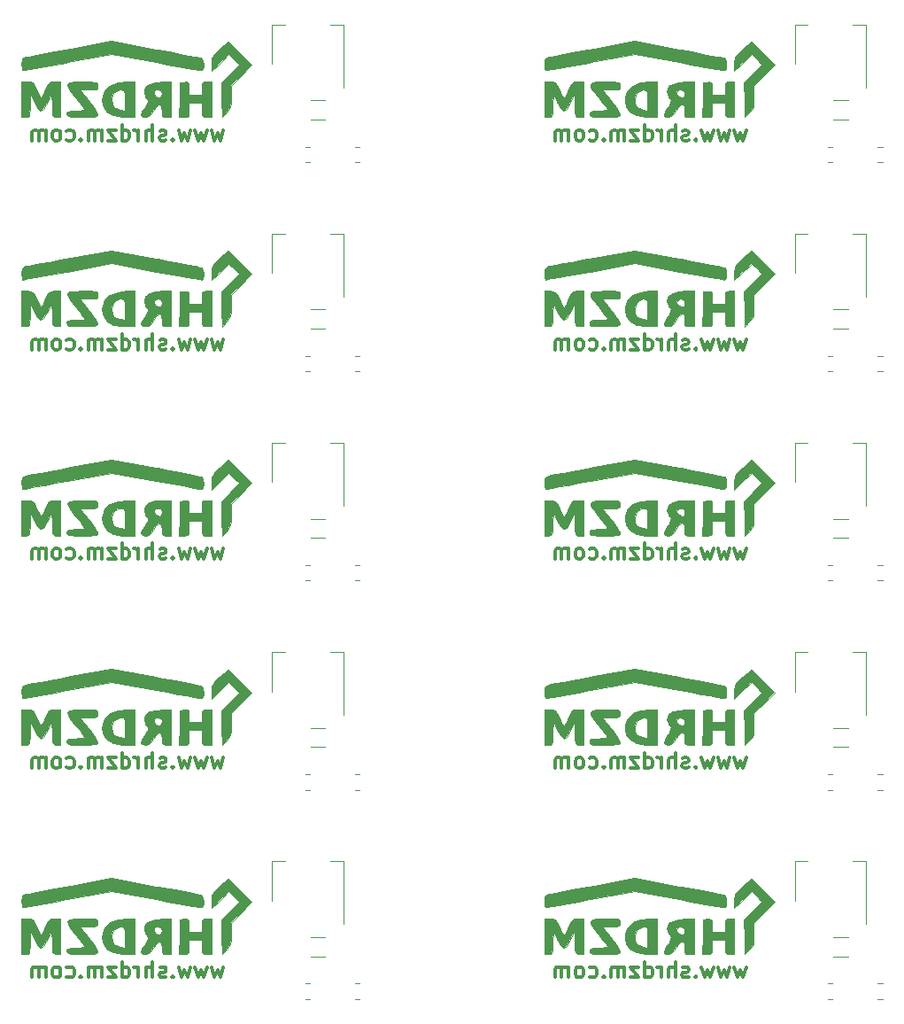
<source format=gbr>
%TF.GenerationSoftware,KiCad,Pcbnew,(5.1.9)-1*%
%TF.CreationDate,2021-09-18T19:38:26+02:00*%
%TF.ProjectId,IM350_AM550_5V_V4.0_multi,494d3335-305f-4414-9d35-35305f35565f,rev?*%
%TF.SameCoordinates,Original*%
%TF.FileFunction,Legend,Bot*%
%TF.FilePolarity,Positive*%
%FSLAX46Y46*%
G04 Gerber Fmt 4.6, Leading zero omitted, Abs format (unit mm)*
G04 Created by KiCad (PCBNEW (5.1.9)-1) date 2021-09-18 19:38:26*
%MOMM*%
%LPD*%
G01*
G04 APERTURE LIST*
%ADD10C,0.300000*%
%ADD11C,0.010000*%
%ADD12C,0.120000*%
G04 APERTURE END LIST*
D10*
X154464285Y-133928571D02*
X154178571Y-134928571D01*
X153892857Y-134214285D01*
X153607142Y-134928571D01*
X153321428Y-133928571D01*
X152892857Y-133928571D02*
X152607142Y-134928571D01*
X152321428Y-134214285D01*
X152035714Y-134928571D01*
X151750000Y-133928571D01*
X151321428Y-133928571D02*
X151035714Y-134928571D01*
X150750000Y-134214285D01*
X150464285Y-134928571D01*
X150178571Y-133928571D01*
X149607142Y-134785714D02*
X149535714Y-134857142D01*
X149607142Y-134928571D01*
X149678571Y-134857142D01*
X149607142Y-134785714D01*
X149607142Y-134928571D01*
X148964285Y-134857142D02*
X148821428Y-134928571D01*
X148535714Y-134928571D01*
X148392857Y-134857142D01*
X148321428Y-134714285D01*
X148321428Y-134642857D01*
X148392857Y-134500000D01*
X148535714Y-134428571D01*
X148750000Y-134428571D01*
X148892857Y-134357142D01*
X148964285Y-134214285D01*
X148964285Y-134142857D01*
X148892857Y-134000000D01*
X148750000Y-133928571D01*
X148535714Y-133928571D01*
X148392857Y-134000000D01*
X147678571Y-134928571D02*
X147678571Y-133428571D01*
X147035714Y-134928571D02*
X147035714Y-134142857D01*
X147107142Y-134000000D01*
X147250000Y-133928571D01*
X147464285Y-133928571D01*
X147607142Y-134000000D01*
X147678571Y-134071428D01*
X146321428Y-134928571D02*
X146321428Y-133928571D01*
X146321428Y-134214285D02*
X146250000Y-134071428D01*
X146178571Y-134000000D01*
X146035714Y-133928571D01*
X145892857Y-133928571D01*
X144750000Y-134928571D02*
X144750000Y-133428571D01*
X144750000Y-134857142D02*
X144892857Y-134928571D01*
X145178571Y-134928571D01*
X145321428Y-134857142D01*
X145392857Y-134785714D01*
X145464285Y-134642857D01*
X145464285Y-134214285D01*
X145392857Y-134071428D01*
X145321428Y-134000000D01*
X145178571Y-133928571D01*
X144892857Y-133928571D01*
X144750000Y-134000000D01*
X144178571Y-133928571D02*
X143392857Y-133928571D01*
X144178571Y-134928571D01*
X143392857Y-134928571D01*
X142821428Y-134928571D02*
X142821428Y-133928571D01*
X142821428Y-134071428D02*
X142750000Y-134000000D01*
X142607142Y-133928571D01*
X142392857Y-133928571D01*
X142250000Y-134000000D01*
X142178571Y-134142857D01*
X142178571Y-134928571D01*
X142178571Y-134142857D02*
X142107142Y-134000000D01*
X141964285Y-133928571D01*
X141750000Y-133928571D01*
X141607142Y-134000000D01*
X141535714Y-134142857D01*
X141535714Y-134928571D01*
X140821428Y-134785714D02*
X140750000Y-134857142D01*
X140821428Y-134928571D01*
X140892857Y-134857142D01*
X140821428Y-134785714D01*
X140821428Y-134928571D01*
X139464285Y-134857142D02*
X139607142Y-134928571D01*
X139892857Y-134928571D01*
X140035714Y-134857142D01*
X140107142Y-134785714D01*
X140178571Y-134642857D01*
X140178571Y-134214285D01*
X140107142Y-134071428D01*
X140035714Y-134000000D01*
X139892857Y-133928571D01*
X139607142Y-133928571D01*
X139464285Y-134000000D01*
X138607142Y-134928571D02*
X138750000Y-134857142D01*
X138821428Y-134785714D01*
X138892857Y-134642857D01*
X138892857Y-134214285D01*
X138821428Y-134071428D01*
X138750000Y-134000000D01*
X138607142Y-133928571D01*
X138392857Y-133928571D01*
X138250000Y-134000000D01*
X138178571Y-134071428D01*
X138107142Y-134214285D01*
X138107142Y-134642857D01*
X138178571Y-134785714D01*
X138250000Y-134857142D01*
X138392857Y-134928571D01*
X138607142Y-134928571D01*
X137464285Y-134928571D02*
X137464285Y-133928571D01*
X137464285Y-134071428D02*
X137392857Y-134000000D01*
X137250000Y-133928571D01*
X137035714Y-133928571D01*
X136892857Y-134000000D01*
X136821428Y-134142857D01*
X136821428Y-134928571D01*
X136821428Y-134142857D02*
X136750000Y-134000000D01*
X136607142Y-133928571D01*
X136392857Y-133928571D01*
X136250000Y-134000000D01*
X136178571Y-134142857D01*
X136178571Y-134928571D01*
X104464285Y-133928571D02*
X104178571Y-134928571D01*
X103892857Y-134214285D01*
X103607142Y-134928571D01*
X103321428Y-133928571D01*
X102892857Y-133928571D02*
X102607142Y-134928571D01*
X102321428Y-134214285D01*
X102035714Y-134928571D01*
X101750000Y-133928571D01*
X101321428Y-133928571D02*
X101035714Y-134928571D01*
X100750000Y-134214285D01*
X100464285Y-134928571D01*
X100178571Y-133928571D01*
X99607142Y-134785714D02*
X99535714Y-134857142D01*
X99607142Y-134928571D01*
X99678571Y-134857142D01*
X99607142Y-134785714D01*
X99607142Y-134928571D01*
X98964285Y-134857142D02*
X98821428Y-134928571D01*
X98535714Y-134928571D01*
X98392857Y-134857142D01*
X98321428Y-134714285D01*
X98321428Y-134642857D01*
X98392857Y-134500000D01*
X98535714Y-134428571D01*
X98750000Y-134428571D01*
X98892857Y-134357142D01*
X98964285Y-134214285D01*
X98964285Y-134142857D01*
X98892857Y-134000000D01*
X98750000Y-133928571D01*
X98535714Y-133928571D01*
X98392857Y-134000000D01*
X97678571Y-134928571D02*
X97678571Y-133428571D01*
X97035714Y-134928571D02*
X97035714Y-134142857D01*
X97107142Y-134000000D01*
X97250000Y-133928571D01*
X97464285Y-133928571D01*
X97607142Y-134000000D01*
X97678571Y-134071428D01*
X96321428Y-134928571D02*
X96321428Y-133928571D01*
X96321428Y-134214285D02*
X96250000Y-134071428D01*
X96178571Y-134000000D01*
X96035714Y-133928571D01*
X95892857Y-133928571D01*
X94750000Y-134928571D02*
X94750000Y-133428571D01*
X94750000Y-134857142D02*
X94892857Y-134928571D01*
X95178571Y-134928571D01*
X95321428Y-134857142D01*
X95392857Y-134785714D01*
X95464285Y-134642857D01*
X95464285Y-134214285D01*
X95392857Y-134071428D01*
X95321428Y-134000000D01*
X95178571Y-133928571D01*
X94892857Y-133928571D01*
X94750000Y-134000000D01*
X94178571Y-133928571D02*
X93392857Y-133928571D01*
X94178571Y-134928571D01*
X93392857Y-134928571D01*
X92821428Y-134928571D02*
X92821428Y-133928571D01*
X92821428Y-134071428D02*
X92750000Y-134000000D01*
X92607142Y-133928571D01*
X92392857Y-133928571D01*
X92250000Y-134000000D01*
X92178571Y-134142857D01*
X92178571Y-134928571D01*
X92178571Y-134142857D02*
X92107142Y-134000000D01*
X91964285Y-133928571D01*
X91750000Y-133928571D01*
X91607142Y-134000000D01*
X91535714Y-134142857D01*
X91535714Y-134928571D01*
X90821428Y-134785714D02*
X90750000Y-134857142D01*
X90821428Y-134928571D01*
X90892857Y-134857142D01*
X90821428Y-134785714D01*
X90821428Y-134928571D01*
X89464285Y-134857142D02*
X89607142Y-134928571D01*
X89892857Y-134928571D01*
X90035714Y-134857142D01*
X90107142Y-134785714D01*
X90178571Y-134642857D01*
X90178571Y-134214285D01*
X90107142Y-134071428D01*
X90035714Y-134000000D01*
X89892857Y-133928571D01*
X89607142Y-133928571D01*
X89464285Y-134000000D01*
X88607142Y-134928571D02*
X88750000Y-134857142D01*
X88821428Y-134785714D01*
X88892857Y-134642857D01*
X88892857Y-134214285D01*
X88821428Y-134071428D01*
X88750000Y-134000000D01*
X88607142Y-133928571D01*
X88392857Y-133928571D01*
X88250000Y-134000000D01*
X88178571Y-134071428D01*
X88107142Y-134214285D01*
X88107142Y-134642857D01*
X88178571Y-134785714D01*
X88250000Y-134857142D01*
X88392857Y-134928571D01*
X88607142Y-134928571D01*
X87464285Y-134928571D02*
X87464285Y-133928571D01*
X87464285Y-134071428D02*
X87392857Y-134000000D01*
X87250000Y-133928571D01*
X87035714Y-133928571D01*
X86892857Y-134000000D01*
X86821428Y-134142857D01*
X86821428Y-134928571D01*
X86821428Y-134142857D02*
X86750000Y-134000000D01*
X86607142Y-133928571D01*
X86392857Y-133928571D01*
X86250000Y-134000000D01*
X86178571Y-134142857D01*
X86178571Y-134928571D01*
X154464285Y-113928571D02*
X154178571Y-114928571D01*
X153892857Y-114214285D01*
X153607142Y-114928571D01*
X153321428Y-113928571D01*
X152892857Y-113928571D02*
X152607142Y-114928571D01*
X152321428Y-114214285D01*
X152035714Y-114928571D01*
X151750000Y-113928571D01*
X151321428Y-113928571D02*
X151035714Y-114928571D01*
X150750000Y-114214285D01*
X150464285Y-114928571D01*
X150178571Y-113928571D01*
X149607142Y-114785714D02*
X149535714Y-114857142D01*
X149607142Y-114928571D01*
X149678571Y-114857142D01*
X149607142Y-114785714D01*
X149607142Y-114928571D01*
X148964285Y-114857142D02*
X148821428Y-114928571D01*
X148535714Y-114928571D01*
X148392857Y-114857142D01*
X148321428Y-114714285D01*
X148321428Y-114642857D01*
X148392857Y-114500000D01*
X148535714Y-114428571D01*
X148750000Y-114428571D01*
X148892857Y-114357142D01*
X148964285Y-114214285D01*
X148964285Y-114142857D01*
X148892857Y-114000000D01*
X148750000Y-113928571D01*
X148535714Y-113928571D01*
X148392857Y-114000000D01*
X147678571Y-114928571D02*
X147678571Y-113428571D01*
X147035714Y-114928571D02*
X147035714Y-114142857D01*
X147107142Y-114000000D01*
X147250000Y-113928571D01*
X147464285Y-113928571D01*
X147607142Y-114000000D01*
X147678571Y-114071428D01*
X146321428Y-114928571D02*
X146321428Y-113928571D01*
X146321428Y-114214285D02*
X146250000Y-114071428D01*
X146178571Y-114000000D01*
X146035714Y-113928571D01*
X145892857Y-113928571D01*
X144750000Y-114928571D02*
X144750000Y-113428571D01*
X144750000Y-114857142D02*
X144892857Y-114928571D01*
X145178571Y-114928571D01*
X145321428Y-114857142D01*
X145392857Y-114785714D01*
X145464285Y-114642857D01*
X145464285Y-114214285D01*
X145392857Y-114071428D01*
X145321428Y-114000000D01*
X145178571Y-113928571D01*
X144892857Y-113928571D01*
X144750000Y-114000000D01*
X144178571Y-113928571D02*
X143392857Y-113928571D01*
X144178571Y-114928571D01*
X143392857Y-114928571D01*
X142821428Y-114928571D02*
X142821428Y-113928571D01*
X142821428Y-114071428D02*
X142750000Y-114000000D01*
X142607142Y-113928571D01*
X142392857Y-113928571D01*
X142250000Y-114000000D01*
X142178571Y-114142857D01*
X142178571Y-114928571D01*
X142178571Y-114142857D02*
X142107142Y-114000000D01*
X141964285Y-113928571D01*
X141750000Y-113928571D01*
X141607142Y-114000000D01*
X141535714Y-114142857D01*
X141535714Y-114928571D01*
X140821428Y-114785714D02*
X140750000Y-114857142D01*
X140821428Y-114928571D01*
X140892857Y-114857142D01*
X140821428Y-114785714D01*
X140821428Y-114928571D01*
X139464285Y-114857142D02*
X139607142Y-114928571D01*
X139892857Y-114928571D01*
X140035714Y-114857142D01*
X140107142Y-114785714D01*
X140178571Y-114642857D01*
X140178571Y-114214285D01*
X140107142Y-114071428D01*
X140035714Y-114000000D01*
X139892857Y-113928571D01*
X139607142Y-113928571D01*
X139464285Y-114000000D01*
X138607142Y-114928571D02*
X138750000Y-114857142D01*
X138821428Y-114785714D01*
X138892857Y-114642857D01*
X138892857Y-114214285D01*
X138821428Y-114071428D01*
X138750000Y-114000000D01*
X138607142Y-113928571D01*
X138392857Y-113928571D01*
X138250000Y-114000000D01*
X138178571Y-114071428D01*
X138107142Y-114214285D01*
X138107142Y-114642857D01*
X138178571Y-114785714D01*
X138250000Y-114857142D01*
X138392857Y-114928571D01*
X138607142Y-114928571D01*
X137464285Y-114928571D02*
X137464285Y-113928571D01*
X137464285Y-114071428D02*
X137392857Y-114000000D01*
X137250000Y-113928571D01*
X137035714Y-113928571D01*
X136892857Y-114000000D01*
X136821428Y-114142857D01*
X136821428Y-114928571D01*
X136821428Y-114142857D02*
X136750000Y-114000000D01*
X136607142Y-113928571D01*
X136392857Y-113928571D01*
X136250000Y-114000000D01*
X136178571Y-114142857D01*
X136178571Y-114928571D01*
X104464285Y-113928571D02*
X104178571Y-114928571D01*
X103892857Y-114214285D01*
X103607142Y-114928571D01*
X103321428Y-113928571D01*
X102892857Y-113928571D02*
X102607142Y-114928571D01*
X102321428Y-114214285D01*
X102035714Y-114928571D01*
X101750000Y-113928571D01*
X101321428Y-113928571D02*
X101035714Y-114928571D01*
X100750000Y-114214285D01*
X100464285Y-114928571D01*
X100178571Y-113928571D01*
X99607142Y-114785714D02*
X99535714Y-114857142D01*
X99607142Y-114928571D01*
X99678571Y-114857142D01*
X99607142Y-114785714D01*
X99607142Y-114928571D01*
X98964285Y-114857142D02*
X98821428Y-114928571D01*
X98535714Y-114928571D01*
X98392857Y-114857142D01*
X98321428Y-114714285D01*
X98321428Y-114642857D01*
X98392857Y-114500000D01*
X98535714Y-114428571D01*
X98750000Y-114428571D01*
X98892857Y-114357142D01*
X98964285Y-114214285D01*
X98964285Y-114142857D01*
X98892857Y-114000000D01*
X98750000Y-113928571D01*
X98535714Y-113928571D01*
X98392857Y-114000000D01*
X97678571Y-114928571D02*
X97678571Y-113428571D01*
X97035714Y-114928571D02*
X97035714Y-114142857D01*
X97107142Y-114000000D01*
X97250000Y-113928571D01*
X97464285Y-113928571D01*
X97607142Y-114000000D01*
X97678571Y-114071428D01*
X96321428Y-114928571D02*
X96321428Y-113928571D01*
X96321428Y-114214285D02*
X96250000Y-114071428D01*
X96178571Y-114000000D01*
X96035714Y-113928571D01*
X95892857Y-113928571D01*
X94750000Y-114928571D02*
X94750000Y-113428571D01*
X94750000Y-114857142D02*
X94892857Y-114928571D01*
X95178571Y-114928571D01*
X95321428Y-114857142D01*
X95392857Y-114785714D01*
X95464285Y-114642857D01*
X95464285Y-114214285D01*
X95392857Y-114071428D01*
X95321428Y-114000000D01*
X95178571Y-113928571D01*
X94892857Y-113928571D01*
X94750000Y-114000000D01*
X94178571Y-113928571D02*
X93392857Y-113928571D01*
X94178571Y-114928571D01*
X93392857Y-114928571D01*
X92821428Y-114928571D02*
X92821428Y-113928571D01*
X92821428Y-114071428D02*
X92750000Y-114000000D01*
X92607142Y-113928571D01*
X92392857Y-113928571D01*
X92250000Y-114000000D01*
X92178571Y-114142857D01*
X92178571Y-114928571D01*
X92178571Y-114142857D02*
X92107142Y-114000000D01*
X91964285Y-113928571D01*
X91750000Y-113928571D01*
X91607142Y-114000000D01*
X91535714Y-114142857D01*
X91535714Y-114928571D01*
X90821428Y-114785714D02*
X90750000Y-114857142D01*
X90821428Y-114928571D01*
X90892857Y-114857142D01*
X90821428Y-114785714D01*
X90821428Y-114928571D01*
X89464285Y-114857142D02*
X89607142Y-114928571D01*
X89892857Y-114928571D01*
X90035714Y-114857142D01*
X90107142Y-114785714D01*
X90178571Y-114642857D01*
X90178571Y-114214285D01*
X90107142Y-114071428D01*
X90035714Y-114000000D01*
X89892857Y-113928571D01*
X89607142Y-113928571D01*
X89464285Y-114000000D01*
X88607142Y-114928571D02*
X88750000Y-114857142D01*
X88821428Y-114785714D01*
X88892857Y-114642857D01*
X88892857Y-114214285D01*
X88821428Y-114071428D01*
X88750000Y-114000000D01*
X88607142Y-113928571D01*
X88392857Y-113928571D01*
X88250000Y-114000000D01*
X88178571Y-114071428D01*
X88107142Y-114214285D01*
X88107142Y-114642857D01*
X88178571Y-114785714D01*
X88250000Y-114857142D01*
X88392857Y-114928571D01*
X88607142Y-114928571D01*
X87464285Y-114928571D02*
X87464285Y-113928571D01*
X87464285Y-114071428D02*
X87392857Y-114000000D01*
X87250000Y-113928571D01*
X87035714Y-113928571D01*
X86892857Y-114000000D01*
X86821428Y-114142857D01*
X86821428Y-114928571D01*
X86821428Y-114142857D02*
X86750000Y-114000000D01*
X86607142Y-113928571D01*
X86392857Y-113928571D01*
X86250000Y-114000000D01*
X86178571Y-114142857D01*
X86178571Y-114928571D01*
X154464285Y-93928571D02*
X154178571Y-94928571D01*
X153892857Y-94214285D01*
X153607142Y-94928571D01*
X153321428Y-93928571D01*
X152892857Y-93928571D02*
X152607142Y-94928571D01*
X152321428Y-94214285D01*
X152035714Y-94928571D01*
X151750000Y-93928571D01*
X151321428Y-93928571D02*
X151035714Y-94928571D01*
X150750000Y-94214285D01*
X150464285Y-94928571D01*
X150178571Y-93928571D01*
X149607142Y-94785714D02*
X149535714Y-94857142D01*
X149607142Y-94928571D01*
X149678571Y-94857142D01*
X149607142Y-94785714D01*
X149607142Y-94928571D01*
X148964285Y-94857142D02*
X148821428Y-94928571D01*
X148535714Y-94928571D01*
X148392857Y-94857142D01*
X148321428Y-94714285D01*
X148321428Y-94642857D01*
X148392857Y-94500000D01*
X148535714Y-94428571D01*
X148750000Y-94428571D01*
X148892857Y-94357142D01*
X148964285Y-94214285D01*
X148964285Y-94142857D01*
X148892857Y-94000000D01*
X148750000Y-93928571D01*
X148535714Y-93928571D01*
X148392857Y-94000000D01*
X147678571Y-94928571D02*
X147678571Y-93428571D01*
X147035714Y-94928571D02*
X147035714Y-94142857D01*
X147107142Y-94000000D01*
X147250000Y-93928571D01*
X147464285Y-93928571D01*
X147607142Y-94000000D01*
X147678571Y-94071428D01*
X146321428Y-94928571D02*
X146321428Y-93928571D01*
X146321428Y-94214285D02*
X146250000Y-94071428D01*
X146178571Y-94000000D01*
X146035714Y-93928571D01*
X145892857Y-93928571D01*
X144750000Y-94928571D02*
X144750000Y-93428571D01*
X144750000Y-94857142D02*
X144892857Y-94928571D01*
X145178571Y-94928571D01*
X145321428Y-94857142D01*
X145392857Y-94785714D01*
X145464285Y-94642857D01*
X145464285Y-94214285D01*
X145392857Y-94071428D01*
X145321428Y-94000000D01*
X145178571Y-93928571D01*
X144892857Y-93928571D01*
X144750000Y-94000000D01*
X144178571Y-93928571D02*
X143392857Y-93928571D01*
X144178571Y-94928571D01*
X143392857Y-94928571D01*
X142821428Y-94928571D02*
X142821428Y-93928571D01*
X142821428Y-94071428D02*
X142750000Y-94000000D01*
X142607142Y-93928571D01*
X142392857Y-93928571D01*
X142250000Y-94000000D01*
X142178571Y-94142857D01*
X142178571Y-94928571D01*
X142178571Y-94142857D02*
X142107142Y-94000000D01*
X141964285Y-93928571D01*
X141750000Y-93928571D01*
X141607142Y-94000000D01*
X141535714Y-94142857D01*
X141535714Y-94928571D01*
X140821428Y-94785714D02*
X140750000Y-94857142D01*
X140821428Y-94928571D01*
X140892857Y-94857142D01*
X140821428Y-94785714D01*
X140821428Y-94928571D01*
X139464285Y-94857142D02*
X139607142Y-94928571D01*
X139892857Y-94928571D01*
X140035714Y-94857142D01*
X140107142Y-94785714D01*
X140178571Y-94642857D01*
X140178571Y-94214285D01*
X140107142Y-94071428D01*
X140035714Y-94000000D01*
X139892857Y-93928571D01*
X139607142Y-93928571D01*
X139464285Y-94000000D01*
X138607142Y-94928571D02*
X138750000Y-94857142D01*
X138821428Y-94785714D01*
X138892857Y-94642857D01*
X138892857Y-94214285D01*
X138821428Y-94071428D01*
X138750000Y-94000000D01*
X138607142Y-93928571D01*
X138392857Y-93928571D01*
X138250000Y-94000000D01*
X138178571Y-94071428D01*
X138107142Y-94214285D01*
X138107142Y-94642857D01*
X138178571Y-94785714D01*
X138250000Y-94857142D01*
X138392857Y-94928571D01*
X138607142Y-94928571D01*
X137464285Y-94928571D02*
X137464285Y-93928571D01*
X137464285Y-94071428D02*
X137392857Y-94000000D01*
X137250000Y-93928571D01*
X137035714Y-93928571D01*
X136892857Y-94000000D01*
X136821428Y-94142857D01*
X136821428Y-94928571D01*
X136821428Y-94142857D02*
X136750000Y-94000000D01*
X136607142Y-93928571D01*
X136392857Y-93928571D01*
X136250000Y-94000000D01*
X136178571Y-94142857D01*
X136178571Y-94928571D01*
X104464285Y-93928571D02*
X104178571Y-94928571D01*
X103892857Y-94214285D01*
X103607142Y-94928571D01*
X103321428Y-93928571D01*
X102892857Y-93928571D02*
X102607142Y-94928571D01*
X102321428Y-94214285D01*
X102035714Y-94928571D01*
X101750000Y-93928571D01*
X101321428Y-93928571D02*
X101035714Y-94928571D01*
X100750000Y-94214285D01*
X100464285Y-94928571D01*
X100178571Y-93928571D01*
X99607142Y-94785714D02*
X99535714Y-94857142D01*
X99607142Y-94928571D01*
X99678571Y-94857142D01*
X99607142Y-94785714D01*
X99607142Y-94928571D01*
X98964285Y-94857142D02*
X98821428Y-94928571D01*
X98535714Y-94928571D01*
X98392857Y-94857142D01*
X98321428Y-94714285D01*
X98321428Y-94642857D01*
X98392857Y-94500000D01*
X98535714Y-94428571D01*
X98750000Y-94428571D01*
X98892857Y-94357142D01*
X98964285Y-94214285D01*
X98964285Y-94142857D01*
X98892857Y-94000000D01*
X98750000Y-93928571D01*
X98535714Y-93928571D01*
X98392857Y-94000000D01*
X97678571Y-94928571D02*
X97678571Y-93428571D01*
X97035714Y-94928571D02*
X97035714Y-94142857D01*
X97107142Y-94000000D01*
X97250000Y-93928571D01*
X97464285Y-93928571D01*
X97607142Y-94000000D01*
X97678571Y-94071428D01*
X96321428Y-94928571D02*
X96321428Y-93928571D01*
X96321428Y-94214285D02*
X96250000Y-94071428D01*
X96178571Y-94000000D01*
X96035714Y-93928571D01*
X95892857Y-93928571D01*
X94750000Y-94928571D02*
X94750000Y-93428571D01*
X94750000Y-94857142D02*
X94892857Y-94928571D01*
X95178571Y-94928571D01*
X95321428Y-94857142D01*
X95392857Y-94785714D01*
X95464285Y-94642857D01*
X95464285Y-94214285D01*
X95392857Y-94071428D01*
X95321428Y-94000000D01*
X95178571Y-93928571D01*
X94892857Y-93928571D01*
X94750000Y-94000000D01*
X94178571Y-93928571D02*
X93392857Y-93928571D01*
X94178571Y-94928571D01*
X93392857Y-94928571D01*
X92821428Y-94928571D02*
X92821428Y-93928571D01*
X92821428Y-94071428D02*
X92750000Y-94000000D01*
X92607142Y-93928571D01*
X92392857Y-93928571D01*
X92250000Y-94000000D01*
X92178571Y-94142857D01*
X92178571Y-94928571D01*
X92178571Y-94142857D02*
X92107142Y-94000000D01*
X91964285Y-93928571D01*
X91750000Y-93928571D01*
X91607142Y-94000000D01*
X91535714Y-94142857D01*
X91535714Y-94928571D01*
X90821428Y-94785714D02*
X90750000Y-94857142D01*
X90821428Y-94928571D01*
X90892857Y-94857142D01*
X90821428Y-94785714D01*
X90821428Y-94928571D01*
X89464285Y-94857142D02*
X89607142Y-94928571D01*
X89892857Y-94928571D01*
X90035714Y-94857142D01*
X90107142Y-94785714D01*
X90178571Y-94642857D01*
X90178571Y-94214285D01*
X90107142Y-94071428D01*
X90035714Y-94000000D01*
X89892857Y-93928571D01*
X89607142Y-93928571D01*
X89464285Y-94000000D01*
X88607142Y-94928571D02*
X88750000Y-94857142D01*
X88821428Y-94785714D01*
X88892857Y-94642857D01*
X88892857Y-94214285D01*
X88821428Y-94071428D01*
X88750000Y-94000000D01*
X88607142Y-93928571D01*
X88392857Y-93928571D01*
X88250000Y-94000000D01*
X88178571Y-94071428D01*
X88107142Y-94214285D01*
X88107142Y-94642857D01*
X88178571Y-94785714D01*
X88250000Y-94857142D01*
X88392857Y-94928571D01*
X88607142Y-94928571D01*
X87464285Y-94928571D02*
X87464285Y-93928571D01*
X87464285Y-94071428D02*
X87392857Y-94000000D01*
X87250000Y-93928571D01*
X87035714Y-93928571D01*
X86892857Y-94000000D01*
X86821428Y-94142857D01*
X86821428Y-94928571D01*
X86821428Y-94142857D02*
X86750000Y-94000000D01*
X86607142Y-93928571D01*
X86392857Y-93928571D01*
X86250000Y-94000000D01*
X86178571Y-94142857D01*
X86178571Y-94928571D01*
X154464285Y-73928571D02*
X154178571Y-74928571D01*
X153892857Y-74214285D01*
X153607142Y-74928571D01*
X153321428Y-73928571D01*
X152892857Y-73928571D02*
X152607142Y-74928571D01*
X152321428Y-74214285D01*
X152035714Y-74928571D01*
X151750000Y-73928571D01*
X151321428Y-73928571D02*
X151035714Y-74928571D01*
X150750000Y-74214285D01*
X150464285Y-74928571D01*
X150178571Y-73928571D01*
X149607142Y-74785714D02*
X149535714Y-74857142D01*
X149607142Y-74928571D01*
X149678571Y-74857142D01*
X149607142Y-74785714D01*
X149607142Y-74928571D01*
X148964285Y-74857142D02*
X148821428Y-74928571D01*
X148535714Y-74928571D01*
X148392857Y-74857142D01*
X148321428Y-74714285D01*
X148321428Y-74642857D01*
X148392857Y-74500000D01*
X148535714Y-74428571D01*
X148750000Y-74428571D01*
X148892857Y-74357142D01*
X148964285Y-74214285D01*
X148964285Y-74142857D01*
X148892857Y-74000000D01*
X148750000Y-73928571D01*
X148535714Y-73928571D01*
X148392857Y-74000000D01*
X147678571Y-74928571D02*
X147678571Y-73428571D01*
X147035714Y-74928571D02*
X147035714Y-74142857D01*
X147107142Y-74000000D01*
X147250000Y-73928571D01*
X147464285Y-73928571D01*
X147607142Y-74000000D01*
X147678571Y-74071428D01*
X146321428Y-74928571D02*
X146321428Y-73928571D01*
X146321428Y-74214285D02*
X146250000Y-74071428D01*
X146178571Y-74000000D01*
X146035714Y-73928571D01*
X145892857Y-73928571D01*
X144750000Y-74928571D02*
X144750000Y-73428571D01*
X144750000Y-74857142D02*
X144892857Y-74928571D01*
X145178571Y-74928571D01*
X145321428Y-74857142D01*
X145392857Y-74785714D01*
X145464285Y-74642857D01*
X145464285Y-74214285D01*
X145392857Y-74071428D01*
X145321428Y-74000000D01*
X145178571Y-73928571D01*
X144892857Y-73928571D01*
X144750000Y-74000000D01*
X144178571Y-73928571D02*
X143392857Y-73928571D01*
X144178571Y-74928571D01*
X143392857Y-74928571D01*
X142821428Y-74928571D02*
X142821428Y-73928571D01*
X142821428Y-74071428D02*
X142750000Y-74000000D01*
X142607142Y-73928571D01*
X142392857Y-73928571D01*
X142250000Y-74000000D01*
X142178571Y-74142857D01*
X142178571Y-74928571D01*
X142178571Y-74142857D02*
X142107142Y-74000000D01*
X141964285Y-73928571D01*
X141750000Y-73928571D01*
X141607142Y-74000000D01*
X141535714Y-74142857D01*
X141535714Y-74928571D01*
X140821428Y-74785714D02*
X140750000Y-74857142D01*
X140821428Y-74928571D01*
X140892857Y-74857142D01*
X140821428Y-74785714D01*
X140821428Y-74928571D01*
X139464285Y-74857142D02*
X139607142Y-74928571D01*
X139892857Y-74928571D01*
X140035714Y-74857142D01*
X140107142Y-74785714D01*
X140178571Y-74642857D01*
X140178571Y-74214285D01*
X140107142Y-74071428D01*
X140035714Y-74000000D01*
X139892857Y-73928571D01*
X139607142Y-73928571D01*
X139464285Y-74000000D01*
X138607142Y-74928571D02*
X138750000Y-74857142D01*
X138821428Y-74785714D01*
X138892857Y-74642857D01*
X138892857Y-74214285D01*
X138821428Y-74071428D01*
X138750000Y-74000000D01*
X138607142Y-73928571D01*
X138392857Y-73928571D01*
X138250000Y-74000000D01*
X138178571Y-74071428D01*
X138107142Y-74214285D01*
X138107142Y-74642857D01*
X138178571Y-74785714D01*
X138250000Y-74857142D01*
X138392857Y-74928571D01*
X138607142Y-74928571D01*
X137464285Y-74928571D02*
X137464285Y-73928571D01*
X137464285Y-74071428D02*
X137392857Y-74000000D01*
X137250000Y-73928571D01*
X137035714Y-73928571D01*
X136892857Y-74000000D01*
X136821428Y-74142857D01*
X136821428Y-74928571D01*
X136821428Y-74142857D02*
X136750000Y-74000000D01*
X136607142Y-73928571D01*
X136392857Y-73928571D01*
X136250000Y-74000000D01*
X136178571Y-74142857D01*
X136178571Y-74928571D01*
X104464285Y-73928571D02*
X104178571Y-74928571D01*
X103892857Y-74214285D01*
X103607142Y-74928571D01*
X103321428Y-73928571D01*
X102892857Y-73928571D02*
X102607142Y-74928571D01*
X102321428Y-74214285D01*
X102035714Y-74928571D01*
X101750000Y-73928571D01*
X101321428Y-73928571D02*
X101035714Y-74928571D01*
X100750000Y-74214285D01*
X100464285Y-74928571D01*
X100178571Y-73928571D01*
X99607142Y-74785714D02*
X99535714Y-74857142D01*
X99607142Y-74928571D01*
X99678571Y-74857142D01*
X99607142Y-74785714D01*
X99607142Y-74928571D01*
X98964285Y-74857142D02*
X98821428Y-74928571D01*
X98535714Y-74928571D01*
X98392857Y-74857142D01*
X98321428Y-74714285D01*
X98321428Y-74642857D01*
X98392857Y-74500000D01*
X98535714Y-74428571D01*
X98750000Y-74428571D01*
X98892857Y-74357142D01*
X98964285Y-74214285D01*
X98964285Y-74142857D01*
X98892857Y-74000000D01*
X98750000Y-73928571D01*
X98535714Y-73928571D01*
X98392857Y-74000000D01*
X97678571Y-74928571D02*
X97678571Y-73428571D01*
X97035714Y-74928571D02*
X97035714Y-74142857D01*
X97107142Y-74000000D01*
X97250000Y-73928571D01*
X97464285Y-73928571D01*
X97607142Y-74000000D01*
X97678571Y-74071428D01*
X96321428Y-74928571D02*
X96321428Y-73928571D01*
X96321428Y-74214285D02*
X96250000Y-74071428D01*
X96178571Y-74000000D01*
X96035714Y-73928571D01*
X95892857Y-73928571D01*
X94750000Y-74928571D02*
X94750000Y-73428571D01*
X94750000Y-74857142D02*
X94892857Y-74928571D01*
X95178571Y-74928571D01*
X95321428Y-74857142D01*
X95392857Y-74785714D01*
X95464285Y-74642857D01*
X95464285Y-74214285D01*
X95392857Y-74071428D01*
X95321428Y-74000000D01*
X95178571Y-73928571D01*
X94892857Y-73928571D01*
X94750000Y-74000000D01*
X94178571Y-73928571D02*
X93392857Y-73928571D01*
X94178571Y-74928571D01*
X93392857Y-74928571D01*
X92821428Y-74928571D02*
X92821428Y-73928571D01*
X92821428Y-74071428D02*
X92750000Y-74000000D01*
X92607142Y-73928571D01*
X92392857Y-73928571D01*
X92250000Y-74000000D01*
X92178571Y-74142857D01*
X92178571Y-74928571D01*
X92178571Y-74142857D02*
X92107142Y-74000000D01*
X91964285Y-73928571D01*
X91750000Y-73928571D01*
X91607142Y-74000000D01*
X91535714Y-74142857D01*
X91535714Y-74928571D01*
X90821428Y-74785714D02*
X90750000Y-74857142D01*
X90821428Y-74928571D01*
X90892857Y-74857142D01*
X90821428Y-74785714D01*
X90821428Y-74928571D01*
X89464285Y-74857142D02*
X89607142Y-74928571D01*
X89892857Y-74928571D01*
X90035714Y-74857142D01*
X90107142Y-74785714D01*
X90178571Y-74642857D01*
X90178571Y-74214285D01*
X90107142Y-74071428D01*
X90035714Y-74000000D01*
X89892857Y-73928571D01*
X89607142Y-73928571D01*
X89464285Y-74000000D01*
X88607142Y-74928571D02*
X88750000Y-74857142D01*
X88821428Y-74785714D01*
X88892857Y-74642857D01*
X88892857Y-74214285D01*
X88821428Y-74071428D01*
X88750000Y-74000000D01*
X88607142Y-73928571D01*
X88392857Y-73928571D01*
X88250000Y-74000000D01*
X88178571Y-74071428D01*
X88107142Y-74214285D01*
X88107142Y-74642857D01*
X88178571Y-74785714D01*
X88250000Y-74857142D01*
X88392857Y-74928571D01*
X88607142Y-74928571D01*
X87464285Y-74928571D02*
X87464285Y-73928571D01*
X87464285Y-74071428D02*
X87392857Y-74000000D01*
X87250000Y-73928571D01*
X87035714Y-73928571D01*
X86892857Y-74000000D01*
X86821428Y-74142857D01*
X86821428Y-74928571D01*
X86821428Y-74142857D02*
X86750000Y-74000000D01*
X86607142Y-73928571D01*
X86392857Y-73928571D01*
X86250000Y-74000000D01*
X86178571Y-74142857D01*
X86178571Y-74928571D01*
X154464285Y-53928571D02*
X154178571Y-54928571D01*
X153892857Y-54214285D01*
X153607142Y-54928571D01*
X153321428Y-53928571D01*
X152892857Y-53928571D02*
X152607142Y-54928571D01*
X152321428Y-54214285D01*
X152035714Y-54928571D01*
X151750000Y-53928571D01*
X151321428Y-53928571D02*
X151035714Y-54928571D01*
X150750000Y-54214285D01*
X150464285Y-54928571D01*
X150178571Y-53928571D01*
X149607142Y-54785714D02*
X149535714Y-54857142D01*
X149607142Y-54928571D01*
X149678571Y-54857142D01*
X149607142Y-54785714D01*
X149607142Y-54928571D01*
X148964285Y-54857142D02*
X148821428Y-54928571D01*
X148535714Y-54928571D01*
X148392857Y-54857142D01*
X148321428Y-54714285D01*
X148321428Y-54642857D01*
X148392857Y-54500000D01*
X148535714Y-54428571D01*
X148750000Y-54428571D01*
X148892857Y-54357142D01*
X148964285Y-54214285D01*
X148964285Y-54142857D01*
X148892857Y-54000000D01*
X148750000Y-53928571D01*
X148535714Y-53928571D01*
X148392857Y-54000000D01*
X147678571Y-54928571D02*
X147678571Y-53428571D01*
X147035714Y-54928571D02*
X147035714Y-54142857D01*
X147107142Y-54000000D01*
X147250000Y-53928571D01*
X147464285Y-53928571D01*
X147607142Y-54000000D01*
X147678571Y-54071428D01*
X146321428Y-54928571D02*
X146321428Y-53928571D01*
X146321428Y-54214285D02*
X146250000Y-54071428D01*
X146178571Y-54000000D01*
X146035714Y-53928571D01*
X145892857Y-53928571D01*
X144750000Y-54928571D02*
X144750000Y-53428571D01*
X144750000Y-54857142D02*
X144892857Y-54928571D01*
X145178571Y-54928571D01*
X145321428Y-54857142D01*
X145392857Y-54785714D01*
X145464285Y-54642857D01*
X145464285Y-54214285D01*
X145392857Y-54071428D01*
X145321428Y-54000000D01*
X145178571Y-53928571D01*
X144892857Y-53928571D01*
X144750000Y-54000000D01*
X144178571Y-53928571D02*
X143392857Y-53928571D01*
X144178571Y-54928571D01*
X143392857Y-54928571D01*
X142821428Y-54928571D02*
X142821428Y-53928571D01*
X142821428Y-54071428D02*
X142750000Y-54000000D01*
X142607142Y-53928571D01*
X142392857Y-53928571D01*
X142250000Y-54000000D01*
X142178571Y-54142857D01*
X142178571Y-54928571D01*
X142178571Y-54142857D02*
X142107142Y-54000000D01*
X141964285Y-53928571D01*
X141750000Y-53928571D01*
X141607142Y-54000000D01*
X141535714Y-54142857D01*
X141535714Y-54928571D01*
X140821428Y-54785714D02*
X140750000Y-54857142D01*
X140821428Y-54928571D01*
X140892857Y-54857142D01*
X140821428Y-54785714D01*
X140821428Y-54928571D01*
X139464285Y-54857142D02*
X139607142Y-54928571D01*
X139892857Y-54928571D01*
X140035714Y-54857142D01*
X140107142Y-54785714D01*
X140178571Y-54642857D01*
X140178571Y-54214285D01*
X140107142Y-54071428D01*
X140035714Y-54000000D01*
X139892857Y-53928571D01*
X139607142Y-53928571D01*
X139464285Y-54000000D01*
X138607142Y-54928571D02*
X138750000Y-54857142D01*
X138821428Y-54785714D01*
X138892857Y-54642857D01*
X138892857Y-54214285D01*
X138821428Y-54071428D01*
X138750000Y-54000000D01*
X138607142Y-53928571D01*
X138392857Y-53928571D01*
X138250000Y-54000000D01*
X138178571Y-54071428D01*
X138107142Y-54214285D01*
X138107142Y-54642857D01*
X138178571Y-54785714D01*
X138250000Y-54857142D01*
X138392857Y-54928571D01*
X138607142Y-54928571D01*
X137464285Y-54928571D02*
X137464285Y-53928571D01*
X137464285Y-54071428D02*
X137392857Y-54000000D01*
X137250000Y-53928571D01*
X137035714Y-53928571D01*
X136892857Y-54000000D01*
X136821428Y-54142857D01*
X136821428Y-54928571D01*
X136821428Y-54142857D02*
X136750000Y-54000000D01*
X136607142Y-53928571D01*
X136392857Y-53928571D01*
X136250000Y-54000000D01*
X136178571Y-54142857D01*
X136178571Y-54928571D01*
X104464285Y-53928571D02*
X104178571Y-54928571D01*
X103892857Y-54214285D01*
X103607142Y-54928571D01*
X103321428Y-53928571D01*
X102892857Y-53928571D02*
X102607142Y-54928571D01*
X102321428Y-54214285D01*
X102035714Y-54928571D01*
X101750000Y-53928571D01*
X101321428Y-53928571D02*
X101035714Y-54928571D01*
X100750000Y-54214285D01*
X100464285Y-54928571D01*
X100178571Y-53928571D01*
X99607142Y-54785714D02*
X99535714Y-54857142D01*
X99607142Y-54928571D01*
X99678571Y-54857142D01*
X99607142Y-54785714D01*
X99607142Y-54928571D01*
X98964285Y-54857142D02*
X98821428Y-54928571D01*
X98535714Y-54928571D01*
X98392857Y-54857142D01*
X98321428Y-54714285D01*
X98321428Y-54642857D01*
X98392857Y-54500000D01*
X98535714Y-54428571D01*
X98750000Y-54428571D01*
X98892857Y-54357142D01*
X98964285Y-54214285D01*
X98964285Y-54142857D01*
X98892857Y-54000000D01*
X98750000Y-53928571D01*
X98535714Y-53928571D01*
X98392857Y-54000000D01*
X97678571Y-54928571D02*
X97678571Y-53428571D01*
X97035714Y-54928571D02*
X97035714Y-54142857D01*
X97107142Y-54000000D01*
X97250000Y-53928571D01*
X97464285Y-53928571D01*
X97607142Y-54000000D01*
X97678571Y-54071428D01*
X96321428Y-54928571D02*
X96321428Y-53928571D01*
X96321428Y-54214285D02*
X96250000Y-54071428D01*
X96178571Y-54000000D01*
X96035714Y-53928571D01*
X95892857Y-53928571D01*
X94750000Y-54928571D02*
X94750000Y-53428571D01*
X94750000Y-54857142D02*
X94892857Y-54928571D01*
X95178571Y-54928571D01*
X95321428Y-54857142D01*
X95392857Y-54785714D01*
X95464285Y-54642857D01*
X95464285Y-54214285D01*
X95392857Y-54071428D01*
X95321428Y-54000000D01*
X95178571Y-53928571D01*
X94892857Y-53928571D01*
X94750000Y-54000000D01*
X94178571Y-53928571D02*
X93392857Y-53928571D01*
X94178571Y-54928571D01*
X93392857Y-54928571D01*
X92821428Y-54928571D02*
X92821428Y-53928571D01*
X92821428Y-54071428D02*
X92750000Y-54000000D01*
X92607142Y-53928571D01*
X92392857Y-53928571D01*
X92250000Y-54000000D01*
X92178571Y-54142857D01*
X92178571Y-54928571D01*
X92178571Y-54142857D02*
X92107142Y-54000000D01*
X91964285Y-53928571D01*
X91750000Y-53928571D01*
X91607142Y-54000000D01*
X91535714Y-54142857D01*
X91535714Y-54928571D01*
X90821428Y-54785714D02*
X90750000Y-54857142D01*
X90821428Y-54928571D01*
X90892857Y-54857142D01*
X90821428Y-54785714D01*
X90821428Y-54928571D01*
X89464285Y-54857142D02*
X89607142Y-54928571D01*
X89892857Y-54928571D01*
X90035714Y-54857142D01*
X90107142Y-54785714D01*
X90178571Y-54642857D01*
X90178571Y-54214285D01*
X90107142Y-54071428D01*
X90035714Y-54000000D01*
X89892857Y-53928571D01*
X89607142Y-53928571D01*
X89464285Y-54000000D01*
X88607142Y-54928571D02*
X88750000Y-54857142D01*
X88821428Y-54785714D01*
X88892857Y-54642857D01*
X88892857Y-54214285D01*
X88821428Y-54071428D01*
X88750000Y-54000000D01*
X88607142Y-53928571D01*
X88392857Y-53928571D01*
X88250000Y-54000000D01*
X88178571Y-54071428D01*
X88107142Y-54214285D01*
X88107142Y-54642857D01*
X88178571Y-54785714D01*
X88250000Y-54857142D01*
X88392857Y-54928571D01*
X88607142Y-54928571D01*
X87464285Y-54928571D02*
X87464285Y-53928571D01*
X87464285Y-54071428D02*
X87392857Y-54000000D01*
X87250000Y-53928571D01*
X87035714Y-53928571D01*
X86892857Y-54000000D01*
X86821428Y-54142857D01*
X86821428Y-54928571D01*
X86821428Y-54142857D02*
X86750000Y-54000000D01*
X86607142Y-53928571D01*
X86392857Y-53928571D01*
X86250000Y-54000000D01*
X86178571Y-54142857D01*
X86178571Y-54928571D01*
D11*
%TO.C,G1*%
G36*
X139911550Y-126144707D02*
G01*
X138832084Y-126340377D01*
X137833879Y-126522039D01*
X136962911Y-126681269D01*
X136265160Y-126809640D01*
X135786604Y-126898729D01*
X135589696Y-126936623D01*
X135312589Y-127031269D01*
X135192331Y-127229158D01*
X135166363Y-127626776D01*
X135188528Y-128007971D01*
X135243768Y-128216807D01*
X135264360Y-128230303D01*
X135435570Y-128203450D01*
X135869893Y-128127650D01*
X136527714Y-128010036D01*
X137369419Y-127857745D01*
X138355393Y-127677911D01*
X139446021Y-127477669D01*
X139574663Y-127453968D01*
X143786969Y-126677634D01*
X147999276Y-127453968D01*
X149104042Y-127656459D01*
X150113046Y-127839259D01*
X150985726Y-127995193D01*
X151681519Y-128117081D01*
X152159864Y-128197748D01*
X152380199Y-128230014D01*
X152386549Y-128230303D01*
X152503464Y-128094969D01*
X152560375Y-127761512D01*
X152561515Y-127700600D01*
X152523638Y-127319329D01*
X152431152Y-127092479D01*
X152418231Y-127082343D01*
X152234780Y-127032464D01*
X151788462Y-126935885D01*
X151119400Y-126800543D01*
X150267718Y-126634377D01*
X149273540Y-126445327D01*
X148176990Y-126241329D01*
X148042509Y-126216604D01*
X143810070Y-125439420D01*
X139911550Y-126144707D01*
G37*
X139911550Y-126144707D02*
X138832084Y-126340377D01*
X137833879Y-126522039D01*
X136962911Y-126681269D01*
X136265160Y-126809640D01*
X135786604Y-126898729D01*
X135589696Y-126936623D01*
X135312589Y-127031269D01*
X135192331Y-127229158D01*
X135166363Y-127626776D01*
X135188528Y-128007971D01*
X135243768Y-128216807D01*
X135264360Y-128230303D01*
X135435570Y-128203450D01*
X135869893Y-128127650D01*
X136527714Y-128010036D01*
X137369419Y-127857745D01*
X138355393Y-127677911D01*
X139446021Y-127477669D01*
X139574663Y-127453968D01*
X143786969Y-126677634D01*
X147999276Y-127453968D01*
X149104042Y-127656459D01*
X150113046Y-127839259D01*
X150985726Y-127995193D01*
X151681519Y-128117081D01*
X152159864Y-128197748D01*
X152380199Y-128230014D01*
X152386549Y-128230303D01*
X152503464Y-128094969D01*
X152560375Y-127761512D01*
X152561515Y-127700600D01*
X152523638Y-127319329D01*
X152431152Y-127092479D01*
X152418231Y-127082343D01*
X152234780Y-127032464D01*
X151788462Y-126935885D01*
X151119400Y-126800543D01*
X150267718Y-126634377D01*
X149273540Y-126445327D01*
X148176990Y-126241329D01*
X148042509Y-126216604D01*
X143810070Y-125439420D01*
X139911550Y-126144707D01*
G36*
X137986380Y-129330757D02*
G01*
X137774967Y-129447322D01*
X137598353Y-129729463D01*
X137446399Y-130077575D01*
X137250072Y-130504146D01*
X137084895Y-130783649D01*
X137013636Y-130847272D01*
X136897089Y-130717378D01*
X136717194Y-130383147D01*
X136580873Y-130077575D01*
X136378929Y-129630791D01*
X136200796Y-129401604D01*
X135965477Y-129318124D01*
X135713682Y-129307878D01*
X135166363Y-129307878D01*
X135166363Y-132694545D01*
X135544468Y-132694545D01*
X135740176Y-132676699D01*
X135857127Y-132579298D01*
X135920276Y-132336552D01*
X135954578Y-131882668D01*
X135967801Y-131578484D01*
X136013030Y-130462424D01*
X136378350Y-131270606D01*
X136671514Y-131808425D01*
X136932577Y-132060581D01*
X137013636Y-132078787D01*
X137261024Y-131928941D01*
X137544287Y-131488630D01*
X137648922Y-131270606D01*
X138014242Y-130462424D01*
X138059471Y-131578484D01*
X138088841Y-132154028D01*
X138135356Y-132487584D01*
X138223972Y-132644945D01*
X138379644Y-132691902D01*
X138482804Y-132694545D01*
X138860909Y-132694545D01*
X138860909Y-129307878D01*
X138313590Y-129307878D01*
X137986380Y-129330757D01*
G37*
X137986380Y-129330757D02*
X137774967Y-129447322D01*
X137598353Y-129729463D01*
X137446399Y-130077575D01*
X137250072Y-130504146D01*
X137084895Y-130783649D01*
X137013636Y-130847272D01*
X136897089Y-130717378D01*
X136717194Y-130383147D01*
X136580873Y-130077575D01*
X136378929Y-129630791D01*
X136200796Y-129401604D01*
X135965477Y-129318124D01*
X135713682Y-129307878D01*
X135166363Y-129307878D01*
X135166363Y-132694545D01*
X135544468Y-132694545D01*
X135740176Y-132676699D01*
X135857127Y-132579298D01*
X135920276Y-132336552D01*
X135954578Y-131882668D01*
X135967801Y-131578484D01*
X136013030Y-130462424D01*
X136378350Y-131270606D01*
X136671514Y-131808425D01*
X136932577Y-132060581D01*
X137013636Y-132078787D01*
X137261024Y-131928941D01*
X137544287Y-131488630D01*
X137648922Y-131270606D01*
X138014242Y-130462424D01*
X138059471Y-131578484D01*
X138088841Y-132154028D01*
X138135356Y-132487584D01*
X138223972Y-132644945D01*
X138379644Y-132691902D01*
X138482804Y-132694545D01*
X138860909Y-132694545D01*
X138860909Y-129307878D01*
X138313590Y-129307878D01*
X137986380Y-129330757D01*
G36*
X140241556Y-129324563D02*
G01*
X139760835Y-129397713D01*
X139552993Y-129561976D01*
X139601955Y-129851995D01*
X139891647Y-130302417D01*
X140306545Y-130826753D01*
X140691725Y-131307948D01*
X140988368Y-131698313D01*
X141151800Y-131938158D01*
X141170000Y-131980469D01*
X141030751Y-132034323D01*
X140671561Y-132070034D01*
X140323333Y-132078787D01*
X139834046Y-132092151D01*
X139579155Y-132149929D01*
X139485696Y-132278654D01*
X139476666Y-132386666D01*
X139498749Y-132529762D01*
X139603072Y-132620073D01*
X139846746Y-132669624D01*
X140286880Y-132690438D01*
X140939090Y-132694545D01*
X141622668Y-132688681D01*
X142054507Y-132664080D01*
X142290639Y-132610229D01*
X142387096Y-132516613D01*
X142401515Y-132420136D01*
X142307511Y-132182397D01*
X142056804Y-131785351D01*
X141696352Y-131300582D01*
X141543189Y-131111651D01*
X140684864Y-130077575D01*
X141543189Y-130077575D01*
X142032249Y-130067900D01*
X142288396Y-130016496D01*
X142386489Y-129889801D01*
X142401515Y-129692727D01*
X142390541Y-129510799D01*
X142318190Y-129397724D01*
X142125320Y-129337130D01*
X141752785Y-129312646D01*
X141141444Y-129307900D01*
X141011229Y-129307878D01*
X140241556Y-129324563D01*
G37*
X140241556Y-129324563D02*
X139760835Y-129397713D01*
X139552993Y-129561976D01*
X139601955Y-129851995D01*
X139891647Y-130302417D01*
X140306545Y-130826753D01*
X140691725Y-131307948D01*
X140988368Y-131698313D01*
X141151800Y-131938158D01*
X141170000Y-131980469D01*
X141030751Y-132034323D01*
X140671561Y-132070034D01*
X140323333Y-132078787D01*
X139834046Y-132092151D01*
X139579155Y-132149929D01*
X139485696Y-132278654D01*
X139476666Y-132386666D01*
X139498749Y-132529762D01*
X139603072Y-132620073D01*
X139846746Y-132669624D01*
X140286880Y-132690438D01*
X140939090Y-132694545D01*
X141622668Y-132688681D01*
X142054507Y-132664080D01*
X142290639Y-132610229D01*
X142387096Y-132516613D01*
X142401515Y-132420136D01*
X142307511Y-132182397D01*
X142056804Y-131785351D01*
X141696352Y-131300582D01*
X141543189Y-131111651D01*
X140684864Y-130077575D01*
X141543189Y-130077575D01*
X142032249Y-130067900D01*
X142288396Y-130016496D01*
X142386489Y-129889801D01*
X142401515Y-129692727D01*
X142390541Y-129510799D01*
X142318190Y-129397724D01*
X142125320Y-129337130D01*
X141752785Y-129312646D01*
X141141444Y-129307900D01*
X141011229Y-129307878D01*
X140241556Y-129324563D01*
G36*
X145287878Y-129308737D02*
G01*
X144321988Y-129402391D01*
X143596338Y-129678210D01*
X143115671Y-130132748D01*
X142884733Y-130762560D01*
X142863333Y-131069914D01*
X142983661Y-131744473D01*
X143346950Y-132237267D01*
X143956656Y-132550801D01*
X144816235Y-132687580D01*
X145105475Y-132694545D01*
X145942121Y-132694545D01*
X145942121Y-131081114D01*
X145018484Y-131081114D01*
X145018484Y-132084653D01*
X144595151Y-131983524D01*
X144211115Y-131855649D01*
X143979393Y-131730833D01*
X143828422Y-131446134D01*
X143795651Y-131018098D01*
X143876210Y-130585602D01*
X144028874Y-130319480D01*
X144372390Y-130126027D01*
X144644632Y-130077575D01*
X144845454Y-130096460D01*
X144957442Y-130199363D01*
X145006441Y-130455657D01*
X145018295Y-130934715D01*
X145018484Y-131081114D01*
X145942121Y-131081114D01*
X145942121Y-129307878D01*
X145287878Y-129308737D01*
G37*
X145287878Y-129308737D02*
X144321988Y-129402391D01*
X143596338Y-129678210D01*
X143115671Y-130132748D01*
X142884733Y-130762560D01*
X142863333Y-131069914D01*
X142983661Y-131744473D01*
X143346950Y-132237267D01*
X143956656Y-132550801D01*
X144816235Y-132687580D01*
X145105475Y-132694545D01*
X145942121Y-132694545D01*
X145942121Y-131081114D01*
X145018484Y-131081114D01*
X145018484Y-132084653D01*
X144595151Y-131983524D01*
X144211115Y-131855649D01*
X143979393Y-131730833D01*
X143828422Y-131446134D01*
X143795651Y-131018098D01*
X143876210Y-130585602D01*
X144028874Y-130319480D01*
X144372390Y-130126027D01*
X144644632Y-130077575D01*
X144845454Y-130096460D01*
X144957442Y-130199363D01*
X145006441Y-130455657D01*
X145018295Y-130934715D01*
X145018484Y-131081114D01*
X145942121Y-131081114D01*
X145942121Y-129307878D01*
X145287878Y-129308737D01*
G36*
X148011891Y-129364157D02*
G01*
X147426456Y-129517601D01*
X147045358Y-129745123D01*
X146986702Y-129817812D01*
X146872926Y-130255003D01*
X147001502Y-130713021D01*
X147110068Y-130862081D01*
X147244110Y-131051740D01*
X147236149Y-131247786D01*
X147068135Y-131550589D01*
X146956128Y-131718119D01*
X146660165Y-132208523D01*
X146580986Y-132512364D01*
X146719438Y-132662528D01*
X146981212Y-132694129D01*
X147306406Y-132624237D01*
X147564776Y-132367405D01*
X147712424Y-132118673D01*
X147965180Y-131746889D01*
X148221816Y-131518078D01*
X148289696Y-131492044D01*
X148464385Y-131513209D01*
X148543196Y-131712421D01*
X148559090Y-132067500D01*
X148576485Y-132466995D01*
X148671636Y-132646410D01*
X148908995Y-132693258D01*
X149020909Y-132694545D01*
X149482727Y-132694545D01*
X149482727Y-130473130D01*
X148559090Y-130473130D01*
X148508836Y-130761451D01*
X148305968Y-130829190D01*
X148212727Y-130819494D01*
X147901515Y-130644194D01*
X147817172Y-130423939D01*
X147837820Y-130165224D01*
X148057492Y-130080681D01*
X148163535Y-130077575D01*
X148461204Y-130136573D01*
X148556171Y-130375294D01*
X148559090Y-130473130D01*
X149482727Y-130473130D01*
X149482727Y-129307878D01*
X148723051Y-129307878D01*
X148011891Y-129364157D01*
G37*
X148011891Y-129364157D02*
X147426456Y-129517601D01*
X147045358Y-129745123D01*
X146986702Y-129817812D01*
X146872926Y-130255003D01*
X147001502Y-130713021D01*
X147110068Y-130862081D01*
X147244110Y-131051740D01*
X147236149Y-131247786D01*
X147068135Y-131550589D01*
X146956128Y-131718119D01*
X146660165Y-132208523D01*
X146580986Y-132512364D01*
X146719438Y-132662528D01*
X146981212Y-132694129D01*
X147306406Y-132624237D01*
X147564776Y-132367405D01*
X147712424Y-132118673D01*
X147965180Y-131746889D01*
X148221816Y-131518078D01*
X148289696Y-131492044D01*
X148464385Y-131513209D01*
X148543196Y-131712421D01*
X148559090Y-132067500D01*
X148576485Y-132466995D01*
X148671636Y-132646410D01*
X148908995Y-132693258D01*
X149020909Y-132694545D01*
X149482727Y-132694545D01*
X149482727Y-130473130D01*
X148559090Y-130473130D01*
X148508836Y-130761451D01*
X148305968Y-130829190D01*
X148212727Y-130819494D01*
X147901515Y-130644194D01*
X147817172Y-130423939D01*
X147837820Y-130165224D01*
X148057492Y-130080681D01*
X148163535Y-130077575D01*
X148461204Y-130136573D01*
X148556171Y-130375294D01*
X148559090Y-130473130D01*
X149482727Y-130473130D01*
X149482727Y-129307878D01*
X148723051Y-129307878D01*
X148011891Y-129364157D01*
G36*
X152573272Y-129332194D02*
G01*
X152441634Y-129463962D01*
X152408304Y-129791414D01*
X152407575Y-129923636D01*
X152407575Y-130539394D01*
X151176060Y-130539394D01*
X151176060Y-129913411D01*
X151159970Y-129516795D01*
X151072498Y-129347616D01*
X150854841Y-129325687D01*
X150752727Y-129336138D01*
X150329393Y-129384848D01*
X150285701Y-131039697D01*
X150242008Y-132694545D01*
X150709034Y-132694545D01*
X150996185Y-132674901D01*
X151132186Y-132560245D01*
X151173389Y-132266991D01*
X151176060Y-132001818D01*
X151176060Y-131309090D01*
X152407575Y-131309090D01*
X152407575Y-132001818D01*
X152420963Y-132427786D01*
X152498259Y-132629539D01*
X152695168Y-132690629D01*
X152869393Y-132694545D01*
X153331212Y-132694545D01*
X153331212Y-129307878D01*
X152869393Y-129307878D01*
X152573272Y-129332194D01*
G37*
X152573272Y-129332194D02*
X152441634Y-129463962D01*
X152408304Y-129791414D01*
X152407575Y-129923636D01*
X152407575Y-130539394D01*
X151176060Y-130539394D01*
X151176060Y-129913411D01*
X151159970Y-129516795D01*
X151072498Y-129347616D01*
X150854841Y-129325687D01*
X150752727Y-129336138D01*
X150329393Y-129384848D01*
X150285701Y-131039697D01*
X150242008Y-132694545D01*
X150709034Y-132694545D01*
X150996185Y-132674901D01*
X151132186Y-132560245D01*
X151173389Y-132266991D01*
X151176060Y-132001818D01*
X151176060Y-131309090D01*
X152407575Y-131309090D01*
X152407575Y-132001818D01*
X152420963Y-132427786D01*
X152498259Y-132629539D01*
X152695168Y-132690629D01*
X152869393Y-132694545D01*
X153331212Y-132694545D01*
X153331212Y-129307878D01*
X152869393Y-129307878D01*
X152573272Y-129332194D01*
G36*
X154139393Y-126173146D02*
G01*
X153709882Y-126560202D01*
X153467448Y-126847202D01*
X153359048Y-127126787D01*
X153331642Y-127491599D01*
X153331212Y-127584661D01*
X153331212Y-128296755D01*
X154143288Y-127494766D01*
X154955365Y-126692777D01*
X155451025Y-127188438D01*
X155946686Y-127684098D01*
X155095270Y-128544492D01*
X154243854Y-129404885D01*
X154287836Y-131060399D01*
X154331818Y-132715914D01*
X154755151Y-132273473D01*
X154983883Y-132000547D01*
X155111695Y-131717593D01*
X155167059Y-131323211D01*
X155178484Y-130765742D01*
X155178484Y-129700453D01*
X157179686Y-127683799D01*
X156063631Y-126578762D01*
X154947575Y-125473725D01*
X154139393Y-126173146D01*
G37*
X154139393Y-126173146D02*
X153709882Y-126560202D01*
X153467448Y-126847202D01*
X153359048Y-127126787D01*
X153331642Y-127491599D01*
X153331212Y-127584661D01*
X153331212Y-128296755D01*
X154143288Y-127494766D01*
X154955365Y-126692777D01*
X155451025Y-127188438D01*
X155946686Y-127684098D01*
X155095270Y-128544492D01*
X154243854Y-129404885D01*
X154287836Y-131060399D01*
X154331818Y-132715914D01*
X154755151Y-132273473D01*
X154983883Y-132000547D01*
X155111695Y-131717593D01*
X155167059Y-131323211D01*
X155178484Y-130765742D01*
X155178484Y-129700453D01*
X157179686Y-127683799D01*
X156063631Y-126578762D01*
X154947575Y-125473725D01*
X154139393Y-126173146D01*
G36*
X104139393Y-126173146D02*
G01*
X103709882Y-126560202D01*
X103467448Y-126847202D01*
X103359048Y-127126787D01*
X103331642Y-127491599D01*
X103331212Y-127584661D01*
X103331212Y-128296755D01*
X104143288Y-127494766D01*
X104955365Y-126692777D01*
X105451025Y-127188438D01*
X105946686Y-127684098D01*
X105095270Y-128544492D01*
X104243854Y-129404885D01*
X104287836Y-131060399D01*
X104331818Y-132715914D01*
X104755151Y-132273473D01*
X104983883Y-132000547D01*
X105111695Y-131717593D01*
X105167059Y-131323211D01*
X105178484Y-130765742D01*
X105178484Y-129700453D01*
X107179686Y-127683799D01*
X106063631Y-126578762D01*
X104947575Y-125473725D01*
X104139393Y-126173146D01*
G37*
X104139393Y-126173146D02*
X103709882Y-126560202D01*
X103467448Y-126847202D01*
X103359048Y-127126787D01*
X103331642Y-127491599D01*
X103331212Y-127584661D01*
X103331212Y-128296755D01*
X104143288Y-127494766D01*
X104955365Y-126692777D01*
X105451025Y-127188438D01*
X105946686Y-127684098D01*
X105095270Y-128544492D01*
X104243854Y-129404885D01*
X104287836Y-131060399D01*
X104331818Y-132715914D01*
X104755151Y-132273473D01*
X104983883Y-132000547D01*
X105111695Y-131717593D01*
X105167059Y-131323211D01*
X105178484Y-130765742D01*
X105178484Y-129700453D01*
X107179686Y-127683799D01*
X106063631Y-126578762D01*
X104947575Y-125473725D01*
X104139393Y-126173146D01*
G36*
X102573272Y-129332194D02*
G01*
X102441634Y-129463962D01*
X102408304Y-129791414D01*
X102407575Y-129923636D01*
X102407575Y-130539394D01*
X101176060Y-130539394D01*
X101176060Y-129913411D01*
X101159970Y-129516795D01*
X101072498Y-129347616D01*
X100854841Y-129325687D01*
X100752727Y-129336138D01*
X100329393Y-129384848D01*
X100285701Y-131039697D01*
X100242008Y-132694545D01*
X100709034Y-132694545D01*
X100996185Y-132674901D01*
X101132186Y-132560245D01*
X101173389Y-132266991D01*
X101176060Y-132001818D01*
X101176060Y-131309090D01*
X102407575Y-131309090D01*
X102407575Y-132001818D01*
X102420963Y-132427786D01*
X102498259Y-132629539D01*
X102695168Y-132690629D01*
X102869393Y-132694545D01*
X103331212Y-132694545D01*
X103331212Y-129307878D01*
X102869393Y-129307878D01*
X102573272Y-129332194D01*
G37*
X102573272Y-129332194D02*
X102441634Y-129463962D01*
X102408304Y-129791414D01*
X102407575Y-129923636D01*
X102407575Y-130539394D01*
X101176060Y-130539394D01*
X101176060Y-129913411D01*
X101159970Y-129516795D01*
X101072498Y-129347616D01*
X100854841Y-129325687D01*
X100752727Y-129336138D01*
X100329393Y-129384848D01*
X100285701Y-131039697D01*
X100242008Y-132694545D01*
X100709034Y-132694545D01*
X100996185Y-132674901D01*
X101132186Y-132560245D01*
X101173389Y-132266991D01*
X101176060Y-132001818D01*
X101176060Y-131309090D01*
X102407575Y-131309090D01*
X102407575Y-132001818D01*
X102420963Y-132427786D01*
X102498259Y-132629539D01*
X102695168Y-132690629D01*
X102869393Y-132694545D01*
X103331212Y-132694545D01*
X103331212Y-129307878D01*
X102869393Y-129307878D01*
X102573272Y-129332194D01*
G36*
X98011891Y-129364157D02*
G01*
X97426456Y-129517601D01*
X97045358Y-129745123D01*
X96986702Y-129817812D01*
X96872926Y-130255003D01*
X97001502Y-130713021D01*
X97110068Y-130862081D01*
X97244110Y-131051740D01*
X97236149Y-131247786D01*
X97068135Y-131550589D01*
X96956128Y-131718119D01*
X96660165Y-132208523D01*
X96580986Y-132512364D01*
X96719438Y-132662528D01*
X96981212Y-132694129D01*
X97306406Y-132624237D01*
X97564776Y-132367405D01*
X97712424Y-132118673D01*
X97965180Y-131746889D01*
X98221816Y-131518078D01*
X98289696Y-131492044D01*
X98464385Y-131513209D01*
X98543196Y-131712421D01*
X98559090Y-132067500D01*
X98576485Y-132466995D01*
X98671636Y-132646410D01*
X98908995Y-132693258D01*
X99020909Y-132694545D01*
X99482727Y-132694545D01*
X99482727Y-130473130D01*
X98559090Y-130473130D01*
X98508836Y-130761451D01*
X98305968Y-130829190D01*
X98212727Y-130819494D01*
X97901515Y-130644194D01*
X97817172Y-130423939D01*
X97837820Y-130165224D01*
X98057492Y-130080681D01*
X98163535Y-130077575D01*
X98461204Y-130136573D01*
X98556171Y-130375294D01*
X98559090Y-130473130D01*
X99482727Y-130473130D01*
X99482727Y-129307878D01*
X98723051Y-129307878D01*
X98011891Y-129364157D01*
G37*
X98011891Y-129364157D02*
X97426456Y-129517601D01*
X97045358Y-129745123D01*
X96986702Y-129817812D01*
X96872926Y-130255003D01*
X97001502Y-130713021D01*
X97110068Y-130862081D01*
X97244110Y-131051740D01*
X97236149Y-131247786D01*
X97068135Y-131550589D01*
X96956128Y-131718119D01*
X96660165Y-132208523D01*
X96580986Y-132512364D01*
X96719438Y-132662528D01*
X96981212Y-132694129D01*
X97306406Y-132624237D01*
X97564776Y-132367405D01*
X97712424Y-132118673D01*
X97965180Y-131746889D01*
X98221816Y-131518078D01*
X98289696Y-131492044D01*
X98464385Y-131513209D01*
X98543196Y-131712421D01*
X98559090Y-132067500D01*
X98576485Y-132466995D01*
X98671636Y-132646410D01*
X98908995Y-132693258D01*
X99020909Y-132694545D01*
X99482727Y-132694545D01*
X99482727Y-130473130D01*
X98559090Y-130473130D01*
X98508836Y-130761451D01*
X98305968Y-130829190D01*
X98212727Y-130819494D01*
X97901515Y-130644194D01*
X97817172Y-130423939D01*
X97837820Y-130165224D01*
X98057492Y-130080681D01*
X98163535Y-130077575D01*
X98461204Y-130136573D01*
X98556171Y-130375294D01*
X98559090Y-130473130D01*
X99482727Y-130473130D01*
X99482727Y-129307878D01*
X98723051Y-129307878D01*
X98011891Y-129364157D01*
G36*
X95287878Y-129308737D02*
G01*
X94321988Y-129402391D01*
X93596338Y-129678210D01*
X93115671Y-130132748D01*
X92884733Y-130762560D01*
X92863333Y-131069914D01*
X92983661Y-131744473D01*
X93346950Y-132237267D01*
X93956656Y-132550801D01*
X94816235Y-132687580D01*
X95105475Y-132694545D01*
X95942121Y-132694545D01*
X95942121Y-131081114D01*
X95018484Y-131081114D01*
X95018484Y-132084653D01*
X94595151Y-131983524D01*
X94211115Y-131855649D01*
X93979393Y-131730833D01*
X93828422Y-131446134D01*
X93795651Y-131018098D01*
X93876210Y-130585602D01*
X94028874Y-130319480D01*
X94372390Y-130126027D01*
X94644632Y-130077575D01*
X94845454Y-130096460D01*
X94957442Y-130199363D01*
X95006441Y-130455657D01*
X95018295Y-130934715D01*
X95018484Y-131081114D01*
X95942121Y-131081114D01*
X95942121Y-129307878D01*
X95287878Y-129308737D01*
G37*
X95287878Y-129308737D02*
X94321988Y-129402391D01*
X93596338Y-129678210D01*
X93115671Y-130132748D01*
X92884733Y-130762560D01*
X92863333Y-131069914D01*
X92983661Y-131744473D01*
X93346950Y-132237267D01*
X93956656Y-132550801D01*
X94816235Y-132687580D01*
X95105475Y-132694545D01*
X95942121Y-132694545D01*
X95942121Y-131081114D01*
X95018484Y-131081114D01*
X95018484Y-132084653D01*
X94595151Y-131983524D01*
X94211115Y-131855649D01*
X93979393Y-131730833D01*
X93828422Y-131446134D01*
X93795651Y-131018098D01*
X93876210Y-130585602D01*
X94028874Y-130319480D01*
X94372390Y-130126027D01*
X94644632Y-130077575D01*
X94845454Y-130096460D01*
X94957442Y-130199363D01*
X95006441Y-130455657D01*
X95018295Y-130934715D01*
X95018484Y-131081114D01*
X95942121Y-131081114D01*
X95942121Y-129307878D01*
X95287878Y-129308737D01*
G36*
X90241556Y-129324563D02*
G01*
X89760835Y-129397713D01*
X89552993Y-129561976D01*
X89601955Y-129851995D01*
X89891647Y-130302417D01*
X90306545Y-130826753D01*
X90691725Y-131307948D01*
X90988368Y-131698313D01*
X91151800Y-131938158D01*
X91170000Y-131980469D01*
X91030751Y-132034323D01*
X90671561Y-132070034D01*
X90323333Y-132078787D01*
X89834046Y-132092151D01*
X89579155Y-132149929D01*
X89485696Y-132278654D01*
X89476666Y-132386666D01*
X89498749Y-132529762D01*
X89603072Y-132620073D01*
X89846746Y-132669624D01*
X90286880Y-132690438D01*
X90939090Y-132694545D01*
X91622668Y-132688681D01*
X92054507Y-132664080D01*
X92290639Y-132610229D01*
X92387096Y-132516613D01*
X92401515Y-132420136D01*
X92307511Y-132182397D01*
X92056804Y-131785351D01*
X91696352Y-131300582D01*
X91543189Y-131111651D01*
X90684864Y-130077575D01*
X91543189Y-130077575D01*
X92032249Y-130067900D01*
X92288396Y-130016496D01*
X92386489Y-129889801D01*
X92401515Y-129692727D01*
X92390541Y-129510799D01*
X92318190Y-129397724D01*
X92125320Y-129337130D01*
X91752785Y-129312646D01*
X91141444Y-129307900D01*
X91011229Y-129307878D01*
X90241556Y-129324563D01*
G37*
X90241556Y-129324563D02*
X89760835Y-129397713D01*
X89552993Y-129561976D01*
X89601955Y-129851995D01*
X89891647Y-130302417D01*
X90306545Y-130826753D01*
X90691725Y-131307948D01*
X90988368Y-131698313D01*
X91151800Y-131938158D01*
X91170000Y-131980469D01*
X91030751Y-132034323D01*
X90671561Y-132070034D01*
X90323333Y-132078787D01*
X89834046Y-132092151D01*
X89579155Y-132149929D01*
X89485696Y-132278654D01*
X89476666Y-132386666D01*
X89498749Y-132529762D01*
X89603072Y-132620073D01*
X89846746Y-132669624D01*
X90286880Y-132690438D01*
X90939090Y-132694545D01*
X91622668Y-132688681D01*
X92054507Y-132664080D01*
X92290639Y-132610229D01*
X92387096Y-132516613D01*
X92401515Y-132420136D01*
X92307511Y-132182397D01*
X92056804Y-131785351D01*
X91696352Y-131300582D01*
X91543189Y-131111651D01*
X90684864Y-130077575D01*
X91543189Y-130077575D01*
X92032249Y-130067900D01*
X92288396Y-130016496D01*
X92386489Y-129889801D01*
X92401515Y-129692727D01*
X92390541Y-129510799D01*
X92318190Y-129397724D01*
X92125320Y-129337130D01*
X91752785Y-129312646D01*
X91141444Y-129307900D01*
X91011229Y-129307878D01*
X90241556Y-129324563D01*
G36*
X87986380Y-129330757D02*
G01*
X87774967Y-129447322D01*
X87598353Y-129729463D01*
X87446399Y-130077575D01*
X87250072Y-130504146D01*
X87084895Y-130783649D01*
X87013636Y-130847272D01*
X86897089Y-130717378D01*
X86717194Y-130383147D01*
X86580873Y-130077575D01*
X86378929Y-129630791D01*
X86200796Y-129401604D01*
X85965477Y-129318124D01*
X85713682Y-129307878D01*
X85166363Y-129307878D01*
X85166363Y-132694545D01*
X85544468Y-132694545D01*
X85740176Y-132676699D01*
X85857127Y-132579298D01*
X85920276Y-132336552D01*
X85954578Y-131882668D01*
X85967801Y-131578484D01*
X86013030Y-130462424D01*
X86378350Y-131270606D01*
X86671514Y-131808425D01*
X86932577Y-132060581D01*
X87013636Y-132078787D01*
X87261024Y-131928941D01*
X87544287Y-131488630D01*
X87648922Y-131270606D01*
X88014242Y-130462424D01*
X88059471Y-131578484D01*
X88088841Y-132154028D01*
X88135356Y-132487584D01*
X88223972Y-132644945D01*
X88379644Y-132691902D01*
X88482804Y-132694545D01*
X88860909Y-132694545D01*
X88860909Y-129307878D01*
X88313590Y-129307878D01*
X87986380Y-129330757D01*
G37*
X87986380Y-129330757D02*
X87774967Y-129447322D01*
X87598353Y-129729463D01*
X87446399Y-130077575D01*
X87250072Y-130504146D01*
X87084895Y-130783649D01*
X87013636Y-130847272D01*
X86897089Y-130717378D01*
X86717194Y-130383147D01*
X86580873Y-130077575D01*
X86378929Y-129630791D01*
X86200796Y-129401604D01*
X85965477Y-129318124D01*
X85713682Y-129307878D01*
X85166363Y-129307878D01*
X85166363Y-132694545D01*
X85544468Y-132694545D01*
X85740176Y-132676699D01*
X85857127Y-132579298D01*
X85920276Y-132336552D01*
X85954578Y-131882668D01*
X85967801Y-131578484D01*
X86013030Y-130462424D01*
X86378350Y-131270606D01*
X86671514Y-131808425D01*
X86932577Y-132060581D01*
X87013636Y-132078787D01*
X87261024Y-131928941D01*
X87544287Y-131488630D01*
X87648922Y-131270606D01*
X88014242Y-130462424D01*
X88059471Y-131578484D01*
X88088841Y-132154028D01*
X88135356Y-132487584D01*
X88223972Y-132644945D01*
X88379644Y-132691902D01*
X88482804Y-132694545D01*
X88860909Y-132694545D01*
X88860909Y-129307878D01*
X88313590Y-129307878D01*
X87986380Y-129330757D01*
G36*
X89911550Y-126144707D02*
G01*
X88832084Y-126340377D01*
X87833879Y-126522039D01*
X86962911Y-126681269D01*
X86265160Y-126809640D01*
X85786604Y-126898729D01*
X85589696Y-126936623D01*
X85312589Y-127031269D01*
X85192331Y-127229158D01*
X85166363Y-127626776D01*
X85188528Y-128007971D01*
X85243768Y-128216807D01*
X85264360Y-128230303D01*
X85435570Y-128203450D01*
X85869893Y-128127650D01*
X86527714Y-128010036D01*
X87369419Y-127857745D01*
X88355393Y-127677911D01*
X89446021Y-127477669D01*
X89574663Y-127453968D01*
X93786969Y-126677634D01*
X97999276Y-127453968D01*
X99104042Y-127656459D01*
X100113046Y-127839259D01*
X100985726Y-127995193D01*
X101681519Y-128117081D01*
X102159864Y-128197748D01*
X102380199Y-128230014D01*
X102386549Y-128230303D01*
X102503464Y-128094969D01*
X102560375Y-127761512D01*
X102561515Y-127700600D01*
X102523638Y-127319329D01*
X102431152Y-127092479D01*
X102418231Y-127082343D01*
X102234780Y-127032464D01*
X101788462Y-126935885D01*
X101119400Y-126800543D01*
X100267718Y-126634377D01*
X99273540Y-126445327D01*
X98176990Y-126241329D01*
X98042509Y-126216604D01*
X93810070Y-125439420D01*
X89911550Y-126144707D01*
G37*
X89911550Y-126144707D02*
X88832084Y-126340377D01*
X87833879Y-126522039D01*
X86962911Y-126681269D01*
X86265160Y-126809640D01*
X85786604Y-126898729D01*
X85589696Y-126936623D01*
X85312589Y-127031269D01*
X85192331Y-127229158D01*
X85166363Y-127626776D01*
X85188528Y-128007971D01*
X85243768Y-128216807D01*
X85264360Y-128230303D01*
X85435570Y-128203450D01*
X85869893Y-128127650D01*
X86527714Y-128010036D01*
X87369419Y-127857745D01*
X88355393Y-127677911D01*
X89446021Y-127477669D01*
X89574663Y-127453968D01*
X93786969Y-126677634D01*
X97999276Y-127453968D01*
X99104042Y-127656459D01*
X100113046Y-127839259D01*
X100985726Y-127995193D01*
X101681519Y-128117081D01*
X102159864Y-128197748D01*
X102380199Y-128230014D01*
X102386549Y-128230303D01*
X102503464Y-128094969D01*
X102560375Y-127761512D01*
X102561515Y-127700600D01*
X102523638Y-127319329D01*
X102431152Y-127092479D01*
X102418231Y-127082343D01*
X102234780Y-127032464D01*
X101788462Y-126935885D01*
X101119400Y-126800543D01*
X100267718Y-126634377D01*
X99273540Y-126445327D01*
X98176990Y-126241329D01*
X98042509Y-126216604D01*
X93810070Y-125439420D01*
X89911550Y-126144707D01*
G36*
X154139393Y-106173146D02*
G01*
X153709882Y-106560202D01*
X153467448Y-106847202D01*
X153359048Y-107126787D01*
X153331642Y-107491599D01*
X153331212Y-107584661D01*
X153331212Y-108296755D01*
X154143288Y-107494766D01*
X154955365Y-106692777D01*
X155451025Y-107188438D01*
X155946686Y-107684098D01*
X155095270Y-108544492D01*
X154243854Y-109404885D01*
X154287836Y-111060399D01*
X154331818Y-112715914D01*
X154755151Y-112273473D01*
X154983883Y-112000547D01*
X155111695Y-111717593D01*
X155167059Y-111323211D01*
X155178484Y-110765742D01*
X155178484Y-109700453D01*
X157179686Y-107683799D01*
X156063631Y-106578762D01*
X154947575Y-105473725D01*
X154139393Y-106173146D01*
G37*
X154139393Y-106173146D02*
X153709882Y-106560202D01*
X153467448Y-106847202D01*
X153359048Y-107126787D01*
X153331642Y-107491599D01*
X153331212Y-107584661D01*
X153331212Y-108296755D01*
X154143288Y-107494766D01*
X154955365Y-106692777D01*
X155451025Y-107188438D01*
X155946686Y-107684098D01*
X155095270Y-108544492D01*
X154243854Y-109404885D01*
X154287836Y-111060399D01*
X154331818Y-112715914D01*
X154755151Y-112273473D01*
X154983883Y-112000547D01*
X155111695Y-111717593D01*
X155167059Y-111323211D01*
X155178484Y-110765742D01*
X155178484Y-109700453D01*
X157179686Y-107683799D01*
X156063631Y-106578762D01*
X154947575Y-105473725D01*
X154139393Y-106173146D01*
G36*
X152573272Y-109332194D02*
G01*
X152441634Y-109463962D01*
X152408304Y-109791414D01*
X152407575Y-109923636D01*
X152407575Y-110539394D01*
X151176060Y-110539394D01*
X151176060Y-109913411D01*
X151159970Y-109516795D01*
X151072498Y-109347616D01*
X150854841Y-109325687D01*
X150752727Y-109336138D01*
X150329393Y-109384848D01*
X150285701Y-111039697D01*
X150242008Y-112694545D01*
X150709034Y-112694545D01*
X150996185Y-112674901D01*
X151132186Y-112560245D01*
X151173389Y-112266991D01*
X151176060Y-112001818D01*
X151176060Y-111309090D01*
X152407575Y-111309090D01*
X152407575Y-112001818D01*
X152420963Y-112427786D01*
X152498259Y-112629539D01*
X152695168Y-112690629D01*
X152869393Y-112694545D01*
X153331212Y-112694545D01*
X153331212Y-109307878D01*
X152869393Y-109307878D01*
X152573272Y-109332194D01*
G37*
X152573272Y-109332194D02*
X152441634Y-109463962D01*
X152408304Y-109791414D01*
X152407575Y-109923636D01*
X152407575Y-110539394D01*
X151176060Y-110539394D01*
X151176060Y-109913411D01*
X151159970Y-109516795D01*
X151072498Y-109347616D01*
X150854841Y-109325687D01*
X150752727Y-109336138D01*
X150329393Y-109384848D01*
X150285701Y-111039697D01*
X150242008Y-112694545D01*
X150709034Y-112694545D01*
X150996185Y-112674901D01*
X151132186Y-112560245D01*
X151173389Y-112266991D01*
X151176060Y-112001818D01*
X151176060Y-111309090D01*
X152407575Y-111309090D01*
X152407575Y-112001818D01*
X152420963Y-112427786D01*
X152498259Y-112629539D01*
X152695168Y-112690629D01*
X152869393Y-112694545D01*
X153331212Y-112694545D01*
X153331212Y-109307878D01*
X152869393Y-109307878D01*
X152573272Y-109332194D01*
G36*
X148011891Y-109364157D02*
G01*
X147426456Y-109517601D01*
X147045358Y-109745123D01*
X146986702Y-109817812D01*
X146872926Y-110255003D01*
X147001502Y-110713021D01*
X147110068Y-110862081D01*
X147244110Y-111051740D01*
X147236149Y-111247786D01*
X147068135Y-111550589D01*
X146956128Y-111718119D01*
X146660165Y-112208523D01*
X146580986Y-112512364D01*
X146719438Y-112662528D01*
X146981212Y-112694129D01*
X147306406Y-112624237D01*
X147564776Y-112367405D01*
X147712424Y-112118673D01*
X147965180Y-111746889D01*
X148221816Y-111518078D01*
X148289696Y-111492044D01*
X148464385Y-111513209D01*
X148543196Y-111712421D01*
X148559090Y-112067500D01*
X148576485Y-112466995D01*
X148671636Y-112646410D01*
X148908995Y-112693258D01*
X149020909Y-112694545D01*
X149482727Y-112694545D01*
X149482727Y-110473130D01*
X148559090Y-110473130D01*
X148508836Y-110761451D01*
X148305968Y-110829190D01*
X148212727Y-110819494D01*
X147901515Y-110644194D01*
X147817172Y-110423939D01*
X147837820Y-110165224D01*
X148057492Y-110080681D01*
X148163535Y-110077575D01*
X148461204Y-110136573D01*
X148556171Y-110375294D01*
X148559090Y-110473130D01*
X149482727Y-110473130D01*
X149482727Y-109307878D01*
X148723051Y-109307878D01*
X148011891Y-109364157D01*
G37*
X148011891Y-109364157D02*
X147426456Y-109517601D01*
X147045358Y-109745123D01*
X146986702Y-109817812D01*
X146872926Y-110255003D01*
X147001502Y-110713021D01*
X147110068Y-110862081D01*
X147244110Y-111051740D01*
X147236149Y-111247786D01*
X147068135Y-111550589D01*
X146956128Y-111718119D01*
X146660165Y-112208523D01*
X146580986Y-112512364D01*
X146719438Y-112662528D01*
X146981212Y-112694129D01*
X147306406Y-112624237D01*
X147564776Y-112367405D01*
X147712424Y-112118673D01*
X147965180Y-111746889D01*
X148221816Y-111518078D01*
X148289696Y-111492044D01*
X148464385Y-111513209D01*
X148543196Y-111712421D01*
X148559090Y-112067500D01*
X148576485Y-112466995D01*
X148671636Y-112646410D01*
X148908995Y-112693258D01*
X149020909Y-112694545D01*
X149482727Y-112694545D01*
X149482727Y-110473130D01*
X148559090Y-110473130D01*
X148508836Y-110761451D01*
X148305968Y-110829190D01*
X148212727Y-110819494D01*
X147901515Y-110644194D01*
X147817172Y-110423939D01*
X147837820Y-110165224D01*
X148057492Y-110080681D01*
X148163535Y-110077575D01*
X148461204Y-110136573D01*
X148556171Y-110375294D01*
X148559090Y-110473130D01*
X149482727Y-110473130D01*
X149482727Y-109307878D01*
X148723051Y-109307878D01*
X148011891Y-109364157D01*
G36*
X145287878Y-109308737D02*
G01*
X144321988Y-109402391D01*
X143596338Y-109678210D01*
X143115671Y-110132748D01*
X142884733Y-110762560D01*
X142863333Y-111069914D01*
X142983661Y-111744473D01*
X143346950Y-112237267D01*
X143956656Y-112550801D01*
X144816235Y-112687580D01*
X145105475Y-112694545D01*
X145942121Y-112694545D01*
X145942121Y-111081114D01*
X145018484Y-111081114D01*
X145018484Y-112084653D01*
X144595151Y-111983524D01*
X144211115Y-111855649D01*
X143979393Y-111730833D01*
X143828422Y-111446134D01*
X143795651Y-111018098D01*
X143876210Y-110585602D01*
X144028874Y-110319480D01*
X144372390Y-110126027D01*
X144644632Y-110077575D01*
X144845454Y-110096460D01*
X144957442Y-110199363D01*
X145006441Y-110455657D01*
X145018295Y-110934715D01*
X145018484Y-111081114D01*
X145942121Y-111081114D01*
X145942121Y-109307878D01*
X145287878Y-109308737D01*
G37*
X145287878Y-109308737D02*
X144321988Y-109402391D01*
X143596338Y-109678210D01*
X143115671Y-110132748D01*
X142884733Y-110762560D01*
X142863333Y-111069914D01*
X142983661Y-111744473D01*
X143346950Y-112237267D01*
X143956656Y-112550801D01*
X144816235Y-112687580D01*
X145105475Y-112694545D01*
X145942121Y-112694545D01*
X145942121Y-111081114D01*
X145018484Y-111081114D01*
X145018484Y-112084653D01*
X144595151Y-111983524D01*
X144211115Y-111855649D01*
X143979393Y-111730833D01*
X143828422Y-111446134D01*
X143795651Y-111018098D01*
X143876210Y-110585602D01*
X144028874Y-110319480D01*
X144372390Y-110126027D01*
X144644632Y-110077575D01*
X144845454Y-110096460D01*
X144957442Y-110199363D01*
X145006441Y-110455657D01*
X145018295Y-110934715D01*
X145018484Y-111081114D01*
X145942121Y-111081114D01*
X145942121Y-109307878D01*
X145287878Y-109308737D01*
G36*
X140241556Y-109324563D02*
G01*
X139760835Y-109397713D01*
X139552993Y-109561976D01*
X139601955Y-109851995D01*
X139891647Y-110302417D01*
X140306545Y-110826753D01*
X140691725Y-111307948D01*
X140988368Y-111698313D01*
X141151800Y-111938158D01*
X141170000Y-111980469D01*
X141030751Y-112034323D01*
X140671561Y-112070034D01*
X140323333Y-112078787D01*
X139834046Y-112092151D01*
X139579155Y-112149929D01*
X139485696Y-112278654D01*
X139476666Y-112386666D01*
X139498749Y-112529762D01*
X139603072Y-112620073D01*
X139846746Y-112669624D01*
X140286880Y-112690438D01*
X140939090Y-112694545D01*
X141622668Y-112688681D01*
X142054507Y-112664080D01*
X142290639Y-112610229D01*
X142387096Y-112516613D01*
X142401515Y-112420136D01*
X142307511Y-112182397D01*
X142056804Y-111785351D01*
X141696352Y-111300582D01*
X141543189Y-111111651D01*
X140684864Y-110077575D01*
X141543189Y-110077575D01*
X142032249Y-110067900D01*
X142288396Y-110016496D01*
X142386489Y-109889801D01*
X142401515Y-109692727D01*
X142390541Y-109510799D01*
X142318190Y-109397724D01*
X142125320Y-109337130D01*
X141752785Y-109312646D01*
X141141444Y-109307900D01*
X141011229Y-109307878D01*
X140241556Y-109324563D01*
G37*
X140241556Y-109324563D02*
X139760835Y-109397713D01*
X139552993Y-109561976D01*
X139601955Y-109851995D01*
X139891647Y-110302417D01*
X140306545Y-110826753D01*
X140691725Y-111307948D01*
X140988368Y-111698313D01*
X141151800Y-111938158D01*
X141170000Y-111980469D01*
X141030751Y-112034323D01*
X140671561Y-112070034D01*
X140323333Y-112078787D01*
X139834046Y-112092151D01*
X139579155Y-112149929D01*
X139485696Y-112278654D01*
X139476666Y-112386666D01*
X139498749Y-112529762D01*
X139603072Y-112620073D01*
X139846746Y-112669624D01*
X140286880Y-112690438D01*
X140939090Y-112694545D01*
X141622668Y-112688681D01*
X142054507Y-112664080D01*
X142290639Y-112610229D01*
X142387096Y-112516613D01*
X142401515Y-112420136D01*
X142307511Y-112182397D01*
X142056804Y-111785351D01*
X141696352Y-111300582D01*
X141543189Y-111111651D01*
X140684864Y-110077575D01*
X141543189Y-110077575D01*
X142032249Y-110067900D01*
X142288396Y-110016496D01*
X142386489Y-109889801D01*
X142401515Y-109692727D01*
X142390541Y-109510799D01*
X142318190Y-109397724D01*
X142125320Y-109337130D01*
X141752785Y-109312646D01*
X141141444Y-109307900D01*
X141011229Y-109307878D01*
X140241556Y-109324563D01*
G36*
X137986380Y-109330757D02*
G01*
X137774967Y-109447322D01*
X137598353Y-109729463D01*
X137446399Y-110077575D01*
X137250072Y-110504146D01*
X137084895Y-110783649D01*
X137013636Y-110847272D01*
X136897089Y-110717378D01*
X136717194Y-110383147D01*
X136580873Y-110077575D01*
X136378929Y-109630791D01*
X136200796Y-109401604D01*
X135965477Y-109318124D01*
X135713682Y-109307878D01*
X135166363Y-109307878D01*
X135166363Y-112694545D01*
X135544468Y-112694545D01*
X135740176Y-112676699D01*
X135857127Y-112579298D01*
X135920276Y-112336552D01*
X135954578Y-111882668D01*
X135967801Y-111578484D01*
X136013030Y-110462424D01*
X136378350Y-111270606D01*
X136671514Y-111808425D01*
X136932577Y-112060581D01*
X137013636Y-112078787D01*
X137261024Y-111928941D01*
X137544287Y-111488630D01*
X137648922Y-111270606D01*
X138014242Y-110462424D01*
X138059471Y-111578484D01*
X138088841Y-112154028D01*
X138135356Y-112487584D01*
X138223972Y-112644945D01*
X138379644Y-112691902D01*
X138482804Y-112694545D01*
X138860909Y-112694545D01*
X138860909Y-109307878D01*
X138313590Y-109307878D01*
X137986380Y-109330757D01*
G37*
X137986380Y-109330757D02*
X137774967Y-109447322D01*
X137598353Y-109729463D01*
X137446399Y-110077575D01*
X137250072Y-110504146D01*
X137084895Y-110783649D01*
X137013636Y-110847272D01*
X136897089Y-110717378D01*
X136717194Y-110383147D01*
X136580873Y-110077575D01*
X136378929Y-109630791D01*
X136200796Y-109401604D01*
X135965477Y-109318124D01*
X135713682Y-109307878D01*
X135166363Y-109307878D01*
X135166363Y-112694545D01*
X135544468Y-112694545D01*
X135740176Y-112676699D01*
X135857127Y-112579298D01*
X135920276Y-112336552D01*
X135954578Y-111882668D01*
X135967801Y-111578484D01*
X136013030Y-110462424D01*
X136378350Y-111270606D01*
X136671514Y-111808425D01*
X136932577Y-112060581D01*
X137013636Y-112078787D01*
X137261024Y-111928941D01*
X137544287Y-111488630D01*
X137648922Y-111270606D01*
X138014242Y-110462424D01*
X138059471Y-111578484D01*
X138088841Y-112154028D01*
X138135356Y-112487584D01*
X138223972Y-112644945D01*
X138379644Y-112691902D01*
X138482804Y-112694545D01*
X138860909Y-112694545D01*
X138860909Y-109307878D01*
X138313590Y-109307878D01*
X137986380Y-109330757D01*
G36*
X139911550Y-106144707D02*
G01*
X138832084Y-106340377D01*
X137833879Y-106522039D01*
X136962911Y-106681269D01*
X136265160Y-106809640D01*
X135786604Y-106898729D01*
X135589696Y-106936623D01*
X135312589Y-107031269D01*
X135192331Y-107229158D01*
X135166363Y-107626776D01*
X135188528Y-108007971D01*
X135243768Y-108216807D01*
X135264360Y-108230303D01*
X135435570Y-108203450D01*
X135869893Y-108127650D01*
X136527714Y-108010036D01*
X137369419Y-107857745D01*
X138355393Y-107677911D01*
X139446021Y-107477669D01*
X139574663Y-107453968D01*
X143786969Y-106677634D01*
X147999276Y-107453968D01*
X149104042Y-107656459D01*
X150113046Y-107839259D01*
X150985726Y-107995193D01*
X151681519Y-108117081D01*
X152159864Y-108197748D01*
X152380199Y-108230014D01*
X152386549Y-108230303D01*
X152503464Y-108094969D01*
X152560375Y-107761512D01*
X152561515Y-107700600D01*
X152523638Y-107319329D01*
X152431152Y-107092479D01*
X152418231Y-107082343D01*
X152234780Y-107032464D01*
X151788462Y-106935885D01*
X151119400Y-106800543D01*
X150267718Y-106634377D01*
X149273540Y-106445327D01*
X148176990Y-106241329D01*
X148042509Y-106216604D01*
X143810070Y-105439420D01*
X139911550Y-106144707D01*
G37*
X139911550Y-106144707D02*
X138832084Y-106340377D01*
X137833879Y-106522039D01*
X136962911Y-106681269D01*
X136265160Y-106809640D01*
X135786604Y-106898729D01*
X135589696Y-106936623D01*
X135312589Y-107031269D01*
X135192331Y-107229158D01*
X135166363Y-107626776D01*
X135188528Y-108007971D01*
X135243768Y-108216807D01*
X135264360Y-108230303D01*
X135435570Y-108203450D01*
X135869893Y-108127650D01*
X136527714Y-108010036D01*
X137369419Y-107857745D01*
X138355393Y-107677911D01*
X139446021Y-107477669D01*
X139574663Y-107453968D01*
X143786969Y-106677634D01*
X147999276Y-107453968D01*
X149104042Y-107656459D01*
X150113046Y-107839259D01*
X150985726Y-107995193D01*
X151681519Y-108117081D01*
X152159864Y-108197748D01*
X152380199Y-108230014D01*
X152386549Y-108230303D01*
X152503464Y-108094969D01*
X152560375Y-107761512D01*
X152561515Y-107700600D01*
X152523638Y-107319329D01*
X152431152Y-107092479D01*
X152418231Y-107082343D01*
X152234780Y-107032464D01*
X151788462Y-106935885D01*
X151119400Y-106800543D01*
X150267718Y-106634377D01*
X149273540Y-106445327D01*
X148176990Y-106241329D01*
X148042509Y-106216604D01*
X143810070Y-105439420D01*
X139911550Y-106144707D01*
G36*
X89911550Y-106144707D02*
G01*
X88832084Y-106340377D01*
X87833879Y-106522039D01*
X86962911Y-106681269D01*
X86265160Y-106809640D01*
X85786604Y-106898729D01*
X85589696Y-106936623D01*
X85312589Y-107031269D01*
X85192331Y-107229158D01*
X85166363Y-107626776D01*
X85188528Y-108007971D01*
X85243768Y-108216807D01*
X85264360Y-108230303D01*
X85435570Y-108203450D01*
X85869893Y-108127650D01*
X86527714Y-108010036D01*
X87369419Y-107857745D01*
X88355393Y-107677911D01*
X89446021Y-107477669D01*
X89574663Y-107453968D01*
X93786969Y-106677634D01*
X97999276Y-107453968D01*
X99104042Y-107656459D01*
X100113046Y-107839259D01*
X100985726Y-107995193D01*
X101681519Y-108117081D01*
X102159864Y-108197748D01*
X102380199Y-108230014D01*
X102386549Y-108230303D01*
X102503464Y-108094969D01*
X102560375Y-107761512D01*
X102561515Y-107700600D01*
X102523638Y-107319329D01*
X102431152Y-107092479D01*
X102418231Y-107082343D01*
X102234780Y-107032464D01*
X101788462Y-106935885D01*
X101119400Y-106800543D01*
X100267718Y-106634377D01*
X99273540Y-106445327D01*
X98176990Y-106241329D01*
X98042509Y-106216604D01*
X93810070Y-105439420D01*
X89911550Y-106144707D01*
G37*
X89911550Y-106144707D02*
X88832084Y-106340377D01*
X87833879Y-106522039D01*
X86962911Y-106681269D01*
X86265160Y-106809640D01*
X85786604Y-106898729D01*
X85589696Y-106936623D01*
X85312589Y-107031269D01*
X85192331Y-107229158D01*
X85166363Y-107626776D01*
X85188528Y-108007971D01*
X85243768Y-108216807D01*
X85264360Y-108230303D01*
X85435570Y-108203450D01*
X85869893Y-108127650D01*
X86527714Y-108010036D01*
X87369419Y-107857745D01*
X88355393Y-107677911D01*
X89446021Y-107477669D01*
X89574663Y-107453968D01*
X93786969Y-106677634D01*
X97999276Y-107453968D01*
X99104042Y-107656459D01*
X100113046Y-107839259D01*
X100985726Y-107995193D01*
X101681519Y-108117081D01*
X102159864Y-108197748D01*
X102380199Y-108230014D01*
X102386549Y-108230303D01*
X102503464Y-108094969D01*
X102560375Y-107761512D01*
X102561515Y-107700600D01*
X102523638Y-107319329D01*
X102431152Y-107092479D01*
X102418231Y-107082343D01*
X102234780Y-107032464D01*
X101788462Y-106935885D01*
X101119400Y-106800543D01*
X100267718Y-106634377D01*
X99273540Y-106445327D01*
X98176990Y-106241329D01*
X98042509Y-106216604D01*
X93810070Y-105439420D01*
X89911550Y-106144707D01*
G36*
X87986380Y-109330757D02*
G01*
X87774967Y-109447322D01*
X87598353Y-109729463D01*
X87446399Y-110077575D01*
X87250072Y-110504146D01*
X87084895Y-110783649D01*
X87013636Y-110847272D01*
X86897089Y-110717378D01*
X86717194Y-110383147D01*
X86580873Y-110077575D01*
X86378929Y-109630791D01*
X86200796Y-109401604D01*
X85965477Y-109318124D01*
X85713682Y-109307878D01*
X85166363Y-109307878D01*
X85166363Y-112694545D01*
X85544468Y-112694545D01*
X85740176Y-112676699D01*
X85857127Y-112579298D01*
X85920276Y-112336552D01*
X85954578Y-111882668D01*
X85967801Y-111578484D01*
X86013030Y-110462424D01*
X86378350Y-111270606D01*
X86671514Y-111808425D01*
X86932577Y-112060581D01*
X87013636Y-112078787D01*
X87261024Y-111928941D01*
X87544287Y-111488630D01*
X87648922Y-111270606D01*
X88014242Y-110462424D01*
X88059471Y-111578484D01*
X88088841Y-112154028D01*
X88135356Y-112487584D01*
X88223972Y-112644945D01*
X88379644Y-112691902D01*
X88482804Y-112694545D01*
X88860909Y-112694545D01*
X88860909Y-109307878D01*
X88313590Y-109307878D01*
X87986380Y-109330757D01*
G37*
X87986380Y-109330757D02*
X87774967Y-109447322D01*
X87598353Y-109729463D01*
X87446399Y-110077575D01*
X87250072Y-110504146D01*
X87084895Y-110783649D01*
X87013636Y-110847272D01*
X86897089Y-110717378D01*
X86717194Y-110383147D01*
X86580873Y-110077575D01*
X86378929Y-109630791D01*
X86200796Y-109401604D01*
X85965477Y-109318124D01*
X85713682Y-109307878D01*
X85166363Y-109307878D01*
X85166363Y-112694545D01*
X85544468Y-112694545D01*
X85740176Y-112676699D01*
X85857127Y-112579298D01*
X85920276Y-112336552D01*
X85954578Y-111882668D01*
X85967801Y-111578484D01*
X86013030Y-110462424D01*
X86378350Y-111270606D01*
X86671514Y-111808425D01*
X86932577Y-112060581D01*
X87013636Y-112078787D01*
X87261024Y-111928941D01*
X87544287Y-111488630D01*
X87648922Y-111270606D01*
X88014242Y-110462424D01*
X88059471Y-111578484D01*
X88088841Y-112154028D01*
X88135356Y-112487584D01*
X88223972Y-112644945D01*
X88379644Y-112691902D01*
X88482804Y-112694545D01*
X88860909Y-112694545D01*
X88860909Y-109307878D01*
X88313590Y-109307878D01*
X87986380Y-109330757D01*
G36*
X90241556Y-109324563D02*
G01*
X89760835Y-109397713D01*
X89552993Y-109561976D01*
X89601955Y-109851995D01*
X89891647Y-110302417D01*
X90306545Y-110826753D01*
X90691725Y-111307948D01*
X90988368Y-111698313D01*
X91151800Y-111938158D01*
X91170000Y-111980469D01*
X91030751Y-112034323D01*
X90671561Y-112070034D01*
X90323333Y-112078787D01*
X89834046Y-112092151D01*
X89579155Y-112149929D01*
X89485696Y-112278654D01*
X89476666Y-112386666D01*
X89498749Y-112529762D01*
X89603072Y-112620073D01*
X89846746Y-112669624D01*
X90286880Y-112690438D01*
X90939090Y-112694545D01*
X91622668Y-112688681D01*
X92054507Y-112664080D01*
X92290639Y-112610229D01*
X92387096Y-112516613D01*
X92401515Y-112420136D01*
X92307511Y-112182397D01*
X92056804Y-111785351D01*
X91696352Y-111300582D01*
X91543189Y-111111651D01*
X90684864Y-110077575D01*
X91543189Y-110077575D01*
X92032249Y-110067900D01*
X92288396Y-110016496D01*
X92386489Y-109889801D01*
X92401515Y-109692727D01*
X92390541Y-109510799D01*
X92318190Y-109397724D01*
X92125320Y-109337130D01*
X91752785Y-109312646D01*
X91141444Y-109307900D01*
X91011229Y-109307878D01*
X90241556Y-109324563D01*
G37*
X90241556Y-109324563D02*
X89760835Y-109397713D01*
X89552993Y-109561976D01*
X89601955Y-109851995D01*
X89891647Y-110302417D01*
X90306545Y-110826753D01*
X90691725Y-111307948D01*
X90988368Y-111698313D01*
X91151800Y-111938158D01*
X91170000Y-111980469D01*
X91030751Y-112034323D01*
X90671561Y-112070034D01*
X90323333Y-112078787D01*
X89834046Y-112092151D01*
X89579155Y-112149929D01*
X89485696Y-112278654D01*
X89476666Y-112386666D01*
X89498749Y-112529762D01*
X89603072Y-112620073D01*
X89846746Y-112669624D01*
X90286880Y-112690438D01*
X90939090Y-112694545D01*
X91622668Y-112688681D01*
X92054507Y-112664080D01*
X92290639Y-112610229D01*
X92387096Y-112516613D01*
X92401515Y-112420136D01*
X92307511Y-112182397D01*
X92056804Y-111785351D01*
X91696352Y-111300582D01*
X91543189Y-111111651D01*
X90684864Y-110077575D01*
X91543189Y-110077575D01*
X92032249Y-110067900D01*
X92288396Y-110016496D01*
X92386489Y-109889801D01*
X92401515Y-109692727D01*
X92390541Y-109510799D01*
X92318190Y-109397724D01*
X92125320Y-109337130D01*
X91752785Y-109312646D01*
X91141444Y-109307900D01*
X91011229Y-109307878D01*
X90241556Y-109324563D01*
G36*
X95287878Y-109308737D02*
G01*
X94321988Y-109402391D01*
X93596338Y-109678210D01*
X93115671Y-110132748D01*
X92884733Y-110762560D01*
X92863333Y-111069914D01*
X92983661Y-111744473D01*
X93346950Y-112237267D01*
X93956656Y-112550801D01*
X94816235Y-112687580D01*
X95105475Y-112694545D01*
X95942121Y-112694545D01*
X95942121Y-111081114D01*
X95018484Y-111081114D01*
X95018484Y-112084653D01*
X94595151Y-111983524D01*
X94211115Y-111855649D01*
X93979393Y-111730833D01*
X93828422Y-111446134D01*
X93795651Y-111018098D01*
X93876210Y-110585602D01*
X94028874Y-110319480D01*
X94372390Y-110126027D01*
X94644632Y-110077575D01*
X94845454Y-110096460D01*
X94957442Y-110199363D01*
X95006441Y-110455657D01*
X95018295Y-110934715D01*
X95018484Y-111081114D01*
X95942121Y-111081114D01*
X95942121Y-109307878D01*
X95287878Y-109308737D01*
G37*
X95287878Y-109308737D02*
X94321988Y-109402391D01*
X93596338Y-109678210D01*
X93115671Y-110132748D01*
X92884733Y-110762560D01*
X92863333Y-111069914D01*
X92983661Y-111744473D01*
X93346950Y-112237267D01*
X93956656Y-112550801D01*
X94816235Y-112687580D01*
X95105475Y-112694545D01*
X95942121Y-112694545D01*
X95942121Y-111081114D01*
X95018484Y-111081114D01*
X95018484Y-112084653D01*
X94595151Y-111983524D01*
X94211115Y-111855649D01*
X93979393Y-111730833D01*
X93828422Y-111446134D01*
X93795651Y-111018098D01*
X93876210Y-110585602D01*
X94028874Y-110319480D01*
X94372390Y-110126027D01*
X94644632Y-110077575D01*
X94845454Y-110096460D01*
X94957442Y-110199363D01*
X95006441Y-110455657D01*
X95018295Y-110934715D01*
X95018484Y-111081114D01*
X95942121Y-111081114D01*
X95942121Y-109307878D01*
X95287878Y-109308737D01*
G36*
X98011891Y-109364157D02*
G01*
X97426456Y-109517601D01*
X97045358Y-109745123D01*
X96986702Y-109817812D01*
X96872926Y-110255003D01*
X97001502Y-110713021D01*
X97110068Y-110862081D01*
X97244110Y-111051740D01*
X97236149Y-111247786D01*
X97068135Y-111550589D01*
X96956128Y-111718119D01*
X96660165Y-112208523D01*
X96580986Y-112512364D01*
X96719438Y-112662528D01*
X96981212Y-112694129D01*
X97306406Y-112624237D01*
X97564776Y-112367405D01*
X97712424Y-112118673D01*
X97965180Y-111746889D01*
X98221816Y-111518078D01*
X98289696Y-111492044D01*
X98464385Y-111513209D01*
X98543196Y-111712421D01*
X98559090Y-112067500D01*
X98576485Y-112466995D01*
X98671636Y-112646410D01*
X98908995Y-112693258D01*
X99020909Y-112694545D01*
X99482727Y-112694545D01*
X99482727Y-110473130D01*
X98559090Y-110473130D01*
X98508836Y-110761451D01*
X98305968Y-110829190D01*
X98212727Y-110819494D01*
X97901515Y-110644194D01*
X97817172Y-110423939D01*
X97837820Y-110165224D01*
X98057492Y-110080681D01*
X98163535Y-110077575D01*
X98461204Y-110136573D01*
X98556171Y-110375294D01*
X98559090Y-110473130D01*
X99482727Y-110473130D01*
X99482727Y-109307878D01*
X98723051Y-109307878D01*
X98011891Y-109364157D01*
G37*
X98011891Y-109364157D02*
X97426456Y-109517601D01*
X97045358Y-109745123D01*
X96986702Y-109817812D01*
X96872926Y-110255003D01*
X97001502Y-110713021D01*
X97110068Y-110862081D01*
X97244110Y-111051740D01*
X97236149Y-111247786D01*
X97068135Y-111550589D01*
X96956128Y-111718119D01*
X96660165Y-112208523D01*
X96580986Y-112512364D01*
X96719438Y-112662528D01*
X96981212Y-112694129D01*
X97306406Y-112624237D01*
X97564776Y-112367405D01*
X97712424Y-112118673D01*
X97965180Y-111746889D01*
X98221816Y-111518078D01*
X98289696Y-111492044D01*
X98464385Y-111513209D01*
X98543196Y-111712421D01*
X98559090Y-112067500D01*
X98576485Y-112466995D01*
X98671636Y-112646410D01*
X98908995Y-112693258D01*
X99020909Y-112694545D01*
X99482727Y-112694545D01*
X99482727Y-110473130D01*
X98559090Y-110473130D01*
X98508836Y-110761451D01*
X98305968Y-110829190D01*
X98212727Y-110819494D01*
X97901515Y-110644194D01*
X97817172Y-110423939D01*
X97837820Y-110165224D01*
X98057492Y-110080681D01*
X98163535Y-110077575D01*
X98461204Y-110136573D01*
X98556171Y-110375294D01*
X98559090Y-110473130D01*
X99482727Y-110473130D01*
X99482727Y-109307878D01*
X98723051Y-109307878D01*
X98011891Y-109364157D01*
G36*
X102573272Y-109332194D02*
G01*
X102441634Y-109463962D01*
X102408304Y-109791414D01*
X102407575Y-109923636D01*
X102407575Y-110539394D01*
X101176060Y-110539394D01*
X101176060Y-109913411D01*
X101159970Y-109516795D01*
X101072498Y-109347616D01*
X100854841Y-109325687D01*
X100752727Y-109336138D01*
X100329393Y-109384848D01*
X100285701Y-111039697D01*
X100242008Y-112694545D01*
X100709034Y-112694545D01*
X100996185Y-112674901D01*
X101132186Y-112560245D01*
X101173389Y-112266991D01*
X101176060Y-112001818D01*
X101176060Y-111309090D01*
X102407575Y-111309090D01*
X102407575Y-112001818D01*
X102420963Y-112427786D01*
X102498259Y-112629539D01*
X102695168Y-112690629D01*
X102869393Y-112694545D01*
X103331212Y-112694545D01*
X103331212Y-109307878D01*
X102869393Y-109307878D01*
X102573272Y-109332194D01*
G37*
X102573272Y-109332194D02*
X102441634Y-109463962D01*
X102408304Y-109791414D01*
X102407575Y-109923636D01*
X102407575Y-110539394D01*
X101176060Y-110539394D01*
X101176060Y-109913411D01*
X101159970Y-109516795D01*
X101072498Y-109347616D01*
X100854841Y-109325687D01*
X100752727Y-109336138D01*
X100329393Y-109384848D01*
X100285701Y-111039697D01*
X100242008Y-112694545D01*
X100709034Y-112694545D01*
X100996185Y-112674901D01*
X101132186Y-112560245D01*
X101173389Y-112266991D01*
X101176060Y-112001818D01*
X101176060Y-111309090D01*
X102407575Y-111309090D01*
X102407575Y-112001818D01*
X102420963Y-112427786D01*
X102498259Y-112629539D01*
X102695168Y-112690629D01*
X102869393Y-112694545D01*
X103331212Y-112694545D01*
X103331212Y-109307878D01*
X102869393Y-109307878D01*
X102573272Y-109332194D01*
G36*
X104139393Y-106173146D02*
G01*
X103709882Y-106560202D01*
X103467448Y-106847202D01*
X103359048Y-107126787D01*
X103331642Y-107491599D01*
X103331212Y-107584661D01*
X103331212Y-108296755D01*
X104143288Y-107494766D01*
X104955365Y-106692777D01*
X105451025Y-107188438D01*
X105946686Y-107684098D01*
X105095270Y-108544492D01*
X104243854Y-109404885D01*
X104287836Y-111060399D01*
X104331818Y-112715914D01*
X104755151Y-112273473D01*
X104983883Y-112000547D01*
X105111695Y-111717593D01*
X105167059Y-111323211D01*
X105178484Y-110765742D01*
X105178484Y-109700453D01*
X107179686Y-107683799D01*
X106063631Y-106578762D01*
X104947575Y-105473725D01*
X104139393Y-106173146D01*
G37*
X104139393Y-106173146D02*
X103709882Y-106560202D01*
X103467448Y-106847202D01*
X103359048Y-107126787D01*
X103331642Y-107491599D01*
X103331212Y-107584661D01*
X103331212Y-108296755D01*
X104143288Y-107494766D01*
X104955365Y-106692777D01*
X105451025Y-107188438D01*
X105946686Y-107684098D01*
X105095270Y-108544492D01*
X104243854Y-109404885D01*
X104287836Y-111060399D01*
X104331818Y-112715914D01*
X104755151Y-112273473D01*
X104983883Y-112000547D01*
X105111695Y-111717593D01*
X105167059Y-111323211D01*
X105178484Y-110765742D01*
X105178484Y-109700453D01*
X107179686Y-107683799D01*
X106063631Y-106578762D01*
X104947575Y-105473725D01*
X104139393Y-106173146D01*
G36*
X139911550Y-86144707D02*
G01*
X138832084Y-86340377D01*
X137833879Y-86522039D01*
X136962911Y-86681269D01*
X136265160Y-86809640D01*
X135786604Y-86898729D01*
X135589696Y-86936623D01*
X135312589Y-87031269D01*
X135192331Y-87229158D01*
X135166363Y-87626776D01*
X135188528Y-88007971D01*
X135243768Y-88216807D01*
X135264360Y-88230303D01*
X135435570Y-88203450D01*
X135869893Y-88127650D01*
X136527714Y-88010036D01*
X137369419Y-87857745D01*
X138355393Y-87677911D01*
X139446021Y-87477669D01*
X139574663Y-87453968D01*
X143786969Y-86677634D01*
X147999276Y-87453968D01*
X149104042Y-87656459D01*
X150113046Y-87839259D01*
X150985726Y-87995193D01*
X151681519Y-88117081D01*
X152159864Y-88197748D01*
X152380199Y-88230014D01*
X152386549Y-88230303D01*
X152503464Y-88094969D01*
X152560375Y-87761512D01*
X152561515Y-87700600D01*
X152523638Y-87319329D01*
X152431152Y-87092479D01*
X152418231Y-87082343D01*
X152234780Y-87032464D01*
X151788462Y-86935885D01*
X151119400Y-86800543D01*
X150267718Y-86634377D01*
X149273540Y-86445327D01*
X148176990Y-86241329D01*
X148042509Y-86216604D01*
X143810070Y-85439420D01*
X139911550Y-86144707D01*
G37*
X139911550Y-86144707D02*
X138832084Y-86340377D01*
X137833879Y-86522039D01*
X136962911Y-86681269D01*
X136265160Y-86809640D01*
X135786604Y-86898729D01*
X135589696Y-86936623D01*
X135312589Y-87031269D01*
X135192331Y-87229158D01*
X135166363Y-87626776D01*
X135188528Y-88007971D01*
X135243768Y-88216807D01*
X135264360Y-88230303D01*
X135435570Y-88203450D01*
X135869893Y-88127650D01*
X136527714Y-88010036D01*
X137369419Y-87857745D01*
X138355393Y-87677911D01*
X139446021Y-87477669D01*
X139574663Y-87453968D01*
X143786969Y-86677634D01*
X147999276Y-87453968D01*
X149104042Y-87656459D01*
X150113046Y-87839259D01*
X150985726Y-87995193D01*
X151681519Y-88117081D01*
X152159864Y-88197748D01*
X152380199Y-88230014D01*
X152386549Y-88230303D01*
X152503464Y-88094969D01*
X152560375Y-87761512D01*
X152561515Y-87700600D01*
X152523638Y-87319329D01*
X152431152Y-87092479D01*
X152418231Y-87082343D01*
X152234780Y-87032464D01*
X151788462Y-86935885D01*
X151119400Y-86800543D01*
X150267718Y-86634377D01*
X149273540Y-86445327D01*
X148176990Y-86241329D01*
X148042509Y-86216604D01*
X143810070Y-85439420D01*
X139911550Y-86144707D01*
G36*
X137986380Y-89330757D02*
G01*
X137774967Y-89447322D01*
X137598353Y-89729463D01*
X137446399Y-90077575D01*
X137250072Y-90504146D01*
X137084895Y-90783649D01*
X137013636Y-90847272D01*
X136897089Y-90717378D01*
X136717194Y-90383147D01*
X136580873Y-90077575D01*
X136378929Y-89630791D01*
X136200796Y-89401604D01*
X135965477Y-89318124D01*
X135713682Y-89307878D01*
X135166363Y-89307878D01*
X135166363Y-92694545D01*
X135544468Y-92694545D01*
X135740176Y-92676699D01*
X135857127Y-92579298D01*
X135920276Y-92336552D01*
X135954578Y-91882668D01*
X135967801Y-91578484D01*
X136013030Y-90462424D01*
X136378350Y-91270606D01*
X136671514Y-91808425D01*
X136932577Y-92060581D01*
X137013636Y-92078787D01*
X137261024Y-91928941D01*
X137544287Y-91488630D01*
X137648922Y-91270606D01*
X138014242Y-90462424D01*
X138059471Y-91578484D01*
X138088841Y-92154028D01*
X138135356Y-92487584D01*
X138223972Y-92644945D01*
X138379644Y-92691902D01*
X138482804Y-92694545D01*
X138860909Y-92694545D01*
X138860909Y-89307878D01*
X138313590Y-89307878D01*
X137986380Y-89330757D01*
G37*
X137986380Y-89330757D02*
X137774967Y-89447322D01*
X137598353Y-89729463D01*
X137446399Y-90077575D01*
X137250072Y-90504146D01*
X137084895Y-90783649D01*
X137013636Y-90847272D01*
X136897089Y-90717378D01*
X136717194Y-90383147D01*
X136580873Y-90077575D01*
X136378929Y-89630791D01*
X136200796Y-89401604D01*
X135965477Y-89318124D01*
X135713682Y-89307878D01*
X135166363Y-89307878D01*
X135166363Y-92694545D01*
X135544468Y-92694545D01*
X135740176Y-92676699D01*
X135857127Y-92579298D01*
X135920276Y-92336552D01*
X135954578Y-91882668D01*
X135967801Y-91578484D01*
X136013030Y-90462424D01*
X136378350Y-91270606D01*
X136671514Y-91808425D01*
X136932577Y-92060581D01*
X137013636Y-92078787D01*
X137261024Y-91928941D01*
X137544287Y-91488630D01*
X137648922Y-91270606D01*
X138014242Y-90462424D01*
X138059471Y-91578484D01*
X138088841Y-92154028D01*
X138135356Y-92487584D01*
X138223972Y-92644945D01*
X138379644Y-92691902D01*
X138482804Y-92694545D01*
X138860909Y-92694545D01*
X138860909Y-89307878D01*
X138313590Y-89307878D01*
X137986380Y-89330757D01*
G36*
X140241556Y-89324563D02*
G01*
X139760835Y-89397713D01*
X139552993Y-89561976D01*
X139601955Y-89851995D01*
X139891647Y-90302417D01*
X140306545Y-90826753D01*
X140691725Y-91307948D01*
X140988368Y-91698313D01*
X141151800Y-91938158D01*
X141170000Y-91980469D01*
X141030751Y-92034323D01*
X140671561Y-92070034D01*
X140323333Y-92078787D01*
X139834046Y-92092151D01*
X139579155Y-92149929D01*
X139485696Y-92278654D01*
X139476666Y-92386666D01*
X139498749Y-92529762D01*
X139603072Y-92620073D01*
X139846746Y-92669624D01*
X140286880Y-92690438D01*
X140939090Y-92694545D01*
X141622668Y-92688681D01*
X142054507Y-92664080D01*
X142290639Y-92610229D01*
X142387096Y-92516613D01*
X142401515Y-92420136D01*
X142307511Y-92182397D01*
X142056804Y-91785351D01*
X141696352Y-91300582D01*
X141543189Y-91111651D01*
X140684864Y-90077575D01*
X141543189Y-90077575D01*
X142032249Y-90067900D01*
X142288396Y-90016496D01*
X142386489Y-89889801D01*
X142401515Y-89692727D01*
X142390541Y-89510799D01*
X142318190Y-89397724D01*
X142125320Y-89337130D01*
X141752785Y-89312646D01*
X141141444Y-89307900D01*
X141011229Y-89307878D01*
X140241556Y-89324563D01*
G37*
X140241556Y-89324563D02*
X139760835Y-89397713D01*
X139552993Y-89561976D01*
X139601955Y-89851995D01*
X139891647Y-90302417D01*
X140306545Y-90826753D01*
X140691725Y-91307948D01*
X140988368Y-91698313D01*
X141151800Y-91938158D01*
X141170000Y-91980469D01*
X141030751Y-92034323D01*
X140671561Y-92070034D01*
X140323333Y-92078787D01*
X139834046Y-92092151D01*
X139579155Y-92149929D01*
X139485696Y-92278654D01*
X139476666Y-92386666D01*
X139498749Y-92529762D01*
X139603072Y-92620073D01*
X139846746Y-92669624D01*
X140286880Y-92690438D01*
X140939090Y-92694545D01*
X141622668Y-92688681D01*
X142054507Y-92664080D01*
X142290639Y-92610229D01*
X142387096Y-92516613D01*
X142401515Y-92420136D01*
X142307511Y-92182397D01*
X142056804Y-91785351D01*
X141696352Y-91300582D01*
X141543189Y-91111651D01*
X140684864Y-90077575D01*
X141543189Y-90077575D01*
X142032249Y-90067900D01*
X142288396Y-90016496D01*
X142386489Y-89889801D01*
X142401515Y-89692727D01*
X142390541Y-89510799D01*
X142318190Y-89397724D01*
X142125320Y-89337130D01*
X141752785Y-89312646D01*
X141141444Y-89307900D01*
X141011229Y-89307878D01*
X140241556Y-89324563D01*
G36*
X145287878Y-89308737D02*
G01*
X144321988Y-89402391D01*
X143596338Y-89678210D01*
X143115671Y-90132748D01*
X142884733Y-90762560D01*
X142863333Y-91069914D01*
X142983661Y-91744473D01*
X143346950Y-92237267D01*
X143956656Y-92550801D01*
X144816235Y-92687580D01*
X145105475Y-92694545D01*
X145942121Y-92694545D01*
X145942121Y-91081114D01*
X145018484Y-91081114D01*
X145018484Y-92084653D01*
X144595151Y-91983524D01*
X144211115Y-91855649D01*
X143979393Y-91730833D01*
X143828422Y-91446134D01*
X143795651Y-91018098D01*
X143876210Y-90585602D01*
X144028874Y-90319480D01*
X144372390Y-90126027D01*
X144644632Y-90077575D01*
X144845454Y-90096460D01*
X144957442Y-90199363D01*
X145006441Y-90455657D01*
X145018295Y-90934715D01*
X145018484Y-91081114D01*
X145942121Y-91081114D01*
X145942121Y-89307878D01*
X145287878Y-89308737D01*
G37*
X145287878Y-89308737D02*
X144321988Y-89402391D01*
X143596338Y-89678210D01*
X143115671Y-90132748D01*
X142884733Y-90762560D01*
X142863333Y-91069914D01*
X142983661Y-91744473D01*
X143346950Y-92237267D01*
X143956656Y-92550801D01*
X144816235Y-92687580D01*
X145105475Y-92694545D01*
X145942121Y-92694545D01*
X145942121Y-91081114D01*
X145018484Y-91081114D01*
X145018484Y-92084653D01*
X144595151Y-91983524D01*
X144211115Y-91855649D01*
X143979393Y-91730833D01*
X143828422Y-91446134D01*
X143795651Y-91018098D01*
X143876210Y-90585602D01*
X144028874Y-90319480D01*
X144372390Y-90126027D01*
X144644632Y-90077575D01*
X144845454Y-90096460D01*
X144957442Y-90199363D01*
X145006441Y-90455657D01*
X145018295Y-90934715D01*
X145018484Y-91081114D01*
X145942121Y-91081114D01*
X145942121Y-89307878D01*
X145287878Y-89308737D01*
G36*
X148011891Y-89364157D02*
G01*
X147426456Y-89517601D01*
X147045358Y-89745123D01*
X146986702Y-89817812D01*
X146872926Y-90255003D01*
X147001502Y-90713021D01*
X147110068Y-90862081D01*
X147244110Y-91051740D01*
X147236149Y-91247786D01*
X147068135Y-91550589D01*
X146956128Y-91718119D01*
X146660165Y-92208523D01*
X146580986Y-92512364D01*
X146719438Y-92662528D01*
X146981212Y-92694129D01*
X147306406Y-92624237D01*
X147564776Y-92367405D01*
X147712424Y-92118673D01*
X147965180Y-91746889D01*
X148221816Y-91518078D01*
X148289696Y-91492044D01*
X148464385Y-91513209D01*
X148543196Y-91712421D01*
X148559090Y-92067500D01*
X148576485Y-92466995D01*
X148671636Y-92646410D01*
X148908995Y-92693258D01*
X149020909Y-92694545D01*
X149482727Y-92694545D01*
X149482727Y-90473130D01*
X148559090Y-90473130D01*
X148508836Y-90761451D01*
X148305968Y-90829190D01*
X148212727Y-90819494D01*
X147901515Y-90644194D01*
X147817172Y-90423939D01*
X147837820Y-90165224D01*
X148057492Y-90080681D01*
X148163535Y-90077575D01*
X148461204Y-90136573D01*
X148556171Y-90375294D01*
X148559090Y-90473130D01*
X149482727Y-90473130D01*
X149482727Y-89307878D01*
X148723051Y-89307878D01*
X148011891Y-89364157D01*
G37*
X148011891Y-89364157D02*
X147426456Y-89517601D01*
X147045358Y-89745123D01*
X146986702Y-89817812D01*
X146872926Y-90255003D01*
X147001502Y-90713021D01*
X147110068Y-90862081D01*
X147244110Y-91051740D01*
X147236149Y-91247786D01*
X147068135Y-91550589D01*
X146956128Y-91718119D01*
X146660165Y-92208523D01*
X146580986Y-92512364D01*
X146719438Y-92662528D01*
X146981212Y-92694129D01*
X147306406Y-92624237D01*
X147564776Y-92367405D01*
X147712424Y-92118673D01*
X147965180Y-91746889D01*
X148221816Y-91518078D01*
X148289696Y-91492044D01*
X148464385Y-91513209D01*
X148543196Y-91712421D01*
X148559090Y-92067500D01*
X148576485Y-92466995D01*
X148671636Y-92646410D01*
X148908995Y-92693258D01*
X149020909Y-92694545D01*
X149482727Y-92694545D01*
X149482727Y-90473130D01*
X148559090Y-90473130D01*
X148508836Y-90761451D01*
X148305968Y-90829190D01*
X148212727Y-90819494D01*
X147901515Y-90644194D01*
X147817172Y-90423939D01*
X147837820Y-90165224D01*
X148057492Y-90080681D01*
X148163535Y-90077575D01*
X148461204Y-90136573D01*
X148556171Y-90375294D01*
X148559090Y-90473130D01*
X149482727Y-90473130D01*
X149482727Y-89307878D01*
X148723051Y-89307878D01*
X148011891Y-89364157D01*
G36*
X152573272Y-89332194D02*
G01*
X152441634Y-89463962D01*
X152408304Y-89791414D01*
X152407575Y-89923636D01*
X152407575Y-90539394D01*
X151176060Y-90539394D01*
X151176060Y-89913411D01*
X151159970Y-89516795D01*
X151072498Y-89347616D01*
X150854841Y-89325687D01*
X150752727Y-89336138D01*
X150329393Y-89384848D01*
X150285701Y-91039697D01*
X150242008Y-92694545D01*
X150709034Y-92694545D01*
X150996185Y-92674901D01*
X151132186Y-92560245D01*
X151173389Y-92266991D01*
X151176060Y-92001818D01*
X151176060Y-91309090D01*
X152407575Y-91309090D01*
X152407575Y-92001818D01*
X152420963Y-92427786D01*
X152498259Y-92629539D01*
X152695168Y-92690629D01*
X152869393Y-92694545D01*
X153331212Y-92694545D01*
X153331212Y-89307878D01*
X152869393Y-89307878D01*
X152573272Y-89332194D01*
G37*
X152573272Y-89332194D02*
X152441634Y-89463962D01*
X152408304Y-89791414D01*
X152407575Y-89923636D01*
X152407575Y-90539394D01*
X151176060Y-90539394D01*
X151176060Y-89913411D01*
X151159970Y-89516795D01*
X151072498Y-89347616D01*
X150854841Y-89325687D01*
X150752727Y-89336138D01*
X150329393Y-89384848D01*
X150285701Y-91039697D01*
X150242008Y-92694545D01*
X150709034Y-92694545D01*
X150996185Y-92674901D01*
X151132186Y-92560245D01*
X151173389Y-92266991D01*
X151176060Y-92001818D01*
X151176060Y-91309090D01*
X152407575Y-91309090D01*
X152407575Y-92001818D01*
X152420963Y-92427786D01*
X152498259Y-92629539D01*
X152695168Y-92690629D01*
X152869393Y-92694545D01*
X153331212Y-92694545D01*
X153331212Y-89307878D01*
X152869393Y-89307878D01*
X152573272Y-89332194D01*
G36*
X154139393Y-86173146D02*
G01*
X153709882Y-86560202D01*
X153467448Y-86847202D01*
X153359048Y-87126787D01*
X153331642Y-87491599D01*
X153331212Y-87584661D01*
X153331212Y-88296755D01*
X154143288Y-87494766D01*
X154955365Y-86692777D01*
X155451025Y-87188438D01*
X155946686Y-87684098D01*
X155095270Y-88544492D01*
X154243854Y-89404885D01*
X154287836Y-91060399D01*
X154331818Y-92715914D01*
X154755151Y-92273473D01*
X154983883Y-92000547D01*
X155111695Y-91717593D01*
X155167059Y-91323211D01*
X155178484Y-90765742D01*
X155178484Y-89700453D01*
X157179686Y-87683799D01*
X156063631Y-86578762D01*
X154947575Y-85473725D01*
X154139393Y-86173146D01*
G37*
X154139393Y-86173146D02*
X153709882Y-86560202D01*
X153467448Y-86847202D01*
X153359048Y-87126787D01*
X153331642Y-87491599D01*
X153331212Y-87584661D01*
X153331212Y-88296755D01*
X154143288Y-87494766D01*
X154955365Y-86692777D01*
X155451025Y-87188438D01*
X155946686Y-87684098D01*
X155095270Y-88544492D01*
X154243854Y-89404885D01*
X154287836Y-91060399D01*
X154331818Y-92715914D01*
X154755151Y-92273473D01*
X154983883Y-92000547D01*
X155111695Y-91717593D01*
X155167059Y-91323211D01*
X155178484Y-90765742D01*
X155178484Y-89700453D01*
X157179686Y-87683799D01*
X156063631Y-86578762D01*
X154947575Y-85473725D01*
X154139393Y-86173146D01*
G36*
X104139393Y-86173146D02*
G01*
X103709882Y-86560202D01*
X103467448Y-86847202D01*
X103359048Y-87126787D01*
X103331642Y-87491599D01*
X103331212Y-87584661D01*
X103331212Y-88296755D01*
X104143288Y-87494766D01*
X104955365Y-86692777D01*
X105451025Y-87188438D01*
X105946686Y-87684098D01*
X105095270Y-88544492D01*
X104243854Y-89404885D01*
X104287836Y-91060399D01*
X104331818Y-92715914D01*
X104755151Y-92273473D01*
X104983883Y-92000547D01*
X105111695Y-91717593D01*
X105167059Y-91323211D01*
X105178484Y-90765742D01*
X105178484Y-89700453D01*
X107179686Y-87683799D01*
X106063631Y-86578762D01*
X104947575Y-85473725D01*
X104139393Y-86173146D01*
G37*
X104139393Y-86173146D02*
X103709882Y-86560202D01*
X103467448Y-86847202D01*
X103359048Y-87126787D01*
X103331642Y-87491599D01*
X103331212Y-87584661D01*
X103331212Y-88296755D01*
X104143288Y-87494766D01*
X104955365Y-86692777D01*
X105451025Y-87188438D01*
X105946686Y-87684098D01*
X105095270Y-88544492D01*
X104243854Y-89404885D01*
X104287836Y-91060399D01*
X104331818Y-92715914D01*
X104755151Y-92273473D01*
X104983883Y-92000547D01*
X105111695Y-91717593D01*
X105167059Y-91323211D01*
X105178484Y-90765742D01*
X105178484Y-89700453D01*
X107179686Y-87683799D01*
X106063631Y-86578762D01*
X104947575Y-85473725D01*
X104139393Y-86173146D01*
G36*
X102573272Y-89332194D02*
G01*
X102441634Y-89463962D01*
X102408304Y-89791414D01*
X102407575Y-89923636D01*
X102407575Y-90539394D01*
X101176060Y-90539394D01*
X101176060Y-89913411D01*
X101159970Y-89516795D01*
X101072498Y-89347616D01*
X100854841Y-89325687D01*
X100752727Y-89336138D01*
X100329393Y-89384848D01*
X100285701Y-91039697D01*
X100242008Y-92694545D01*
X100709034Y-92694545D01*
X100996185Y-92674901D01*
X101132186Y-92560245D01*
X101173389Y-92266991D01*
X101176060Y-92001818D01*
X101176060Y-91309090D01*
X102407575Y-91309090D01*
X102407575Y-92001818D01*
X102420963Y-92427786D01*
X102498259Y-92629539D01*
X102695168Y-92690629D01*
X102869393Y-92694545D01*
X103331212Y-92694545D01*
X103331212Y-89307878D01*
X102869393Y-89307878D01*
X102573272Y-89332194D01*
G37*
X102573272Y-89332194D02*
X102441634Y-89463962D01*
X102408304Y-89791414D01*
X102407575Y-89923636D01*
X102407575Y-90539394D01*
X101176060Y-90539394D01*
X101176060Y-89913411D01*
X101159970Y-89516795D01*
X101072498Y-89347616D01*
X100854841Y-89325687D01*
X100752727Y-89336138D01*
X100329393Y-89384848D01*
X100285701Y-91039697D01*
X100242008Y-92694545D01*
X100709034Y-92694545D01*
X100996185Y-92674901D01*
X101132186Y-92560245D01*
X101173389Y-92266991D01*
X101176060Y-92001818D01*
X101176060Y-91309090D01*
X102407575Y-91309090D01*
X102407575Y-92001818D01*
X102420963Y-92427786D01*
X102498259Y-92629539D01*
X102695168Y-92690629D01*
X102869393Y-92694545D01*
X103331212Y-92694545D01*
X103331212Y-89307878D01*
X102869393Y-89307878D01*
X102573272Y-89332194D01*
G36*
X98011891Y-89364157D02*
G01*
X97426456Y-89517601D01*
X97045358Y-89745123D01*
X96986702Y-89817812D01*
X96872926Y-90255003D01*
X97001502Y-90713021D01*
X97110068Y-90862081D01*
X97244110Y-91051740D01*
X97236149Y-91247786D01*
X97068135Y-91550589D01*
X96956128Y-91718119D01*
X96660165Y-92208523D01*
X96580986Y-92512364D01*
X96719438Y-92662528D01*
X96981212Y-92694129D01*
X97306406Y-92624237D01*
X97564776Y-92367405D01*
X97712424Y-92118673D01*
X97965180Y-91746889D01*
X98221816Y-91518078D01*
X98289696Y-91492044D01*
X98464385Y-91513209D01*
X98543196Y-91712421D01*
X98559090Y-92067500D01*
X98576485Y-92466995D01*
X98671636Y-92646410D01*
X98908995Y-92693258D01*
X99020909Y-92694545D01*
X99482727Y-92694545D01*
X99482727Y-90473130D01*
X98559090Y-90473130D01*
X98508836Y-90761451D01*
X98305968Y-90829190D01*
X98212727Y-90819494D01*
X97901515Y-90644194D01*
X97817172Y-90423939D01*
X97837820Y-90165224D01*
X98057492Y-90080681D01*
X98163535Y-90077575D01*
X98461204Y-90136573D01*
X98556171Y-90375294D01*
X98559090Y-90473130D01*
X99482727Y-90473130D01*
X99482727Y-89307878D01*
X98723051Y-89307878D01*
X98011891Y-89364157D01*
G37*
X98011891Y-89364157D02*
X97426456Y-89517601D01*
X97045358Y-89745123D01*
X96986702Y-89817812D01*
X96872926Y-90255003D01*
X97001502Y-90713021D01*
X97110068Y-90862081D01*
X97244110Y-91051740D01*
X97236149Y-91247786D01*
X97068135Y-91550589D01*
X96956128Y-91718119D01*
X96660165Y-92208523D01*
X96580986Y-92512364D01*
X96719438Y-92662528D01*
X96981212Y-92694129D01*
X97306406Y-92624237D01*
X97564776Y-92367405D01*
X97712424Y-92118673D01*
X97965180Y-91746889D01*
X98221816Y-91518078D01*
X98289696Y-91492044D01*
X98464385Y-91513209D01*
X98543196Y-91712421D01*
X98559090Y-92067500D01*
X98576485Y-92466995D01*
X98671636Y-92646410D01*
X98908995Y-92693258D01*
X99020909Y-92694545D01*
X99482727Y-92694545D01*
X99482727Y-90473130D01*
X98559090Y-90473130D01*
X98508836Y-90761451D01*
X98305968Y-90829190D01*
X98212727Y-90819494D01*
X97901515Y-90644194D01*
X97817172Y-90423939D01*
X97837820Y-90165224D01*
X98057492Y-90080681D01*
X98163535Y-90077575D01*
X98461204Y-90136573D01*
X98556171Y-90375294D01*
X98559090Y-90473130D01*
X99482727Y-90473130D01*
X99482727Y-89307878D01*
X98723051Y-89307878D01*
X98011891Y-89364157D01*
G36*
X95287878Y-89308737D02*
G01*
X94321988Y-89402391D01*
X93596338Y-89678210D01*
X93115671Y-90132748D01*
X92884733Y-90762560D01*
X92863333Y-91069914D01*
X92983661Y-91744473D01*
X93346950Y-92237267D01*
X93956656Y-92550801D01*
X94816235Y-92687580D01*
X95105475Y-92694545D01*
X95942121Y-92694545D01*
X95942121Y-91081114D01*
X95018484Y-91081114D01*
X95018484Y-92084653D01*
X94595151Y-91983524D01*
X94211115Y-91855649D01*
X93979393Y-91730833D01*
X93828422Y-91446134D01*
X93795651Y-91018098D01*
X93876210Y-90585602D01*
X94028874Y-90319480D01*
X94372390Y-90126027D01*
X94644632Y-90077575D01*
X94845454Y-90096460D01*
X94957442Y-90199363D01*
X95006441Y-90455657D01*
X95018295Y-90934715D01*
X95018484Y-91081114D01*
X95942121Y-91081114D01*
X95942121Y-89307878D01*
X95287878Y-89308737D01*
G37*
X95287878Y-89308737D02*
X94321988Y-89402391D01*
X93596338Y-89678210D01*
X93115671Y-90132748D01*
X92884733Y-90762560D01*
X92863333Y-91069914D01*
X92983661Y-91744473D01*
X93346950Y-92237267D01*
X93956656Y-92550801D01*
X94816235Y-92687580D01*
X95105475Y-92694545D01*
X95942121Y-92694545D01*
X95942121Y-91081114D01*
X95018484Y-91081114D01*
X95018484Y-92084653D01*
X94595151Y-91983524D01*
X94211115Y-91855649D01*
X93979393Y-91730833D01*
X93828422Y-91446134D01*
X93795651Y-91018098D01*
X93876210Y-90585602D01*
X94028874Y-90319480D01*
X94372390Y-90126027D01*
X94644632Y-90077575D01*
X94845454Y-90096460D01*
X94957442Y-90199363D01*
X95006441Y-90455657D01*
X95018295Y-90934715D01*
X95018484Y-91081114D01*
X95942121Y-91081114D01*
X95942121Y-89307878D01*
X95287878Y-89308737D01*
G36*
X90241556Y-89324563D02*
G01*
X89760835Y-89397713D01*
X89552993Y-89561976D01*
X89601955Y-89851995D01*
X89891647Y-90302417D01*
X90306545Y-90826753D01*
X90691725Y-91307948D01*
X90988368Y-91698313D01*
X91151800Y-91938158D01*
X91170000Y-91980469D01*
X91030751Y-92034323D01*
X90671561Y-92070034D01*
X90323333Y-92078787D01*
X89834046Y-92092151D01*
X89579155Y-92149929D01*
X89485696Y-92278654D01*
X89476666Y-92386666D01*
X89498749Y-92529762D01*
X89603072Y-92620073D01*
X89846746Y-92669624D01*
X90286880Y-92690438D01*
X90939090Y-92694545D01*
X91622668Y-92688681D01*
X92054507Y-92664080D01*
X92290639Y-92610229D01*
X92387096Y-92516613D01*
X92401515Y-92420136D01*
X92307511Y-92182397D01*
X92056804Y-91785351D01*
X91696352Y-91300582D01*
X91543189Y-91111651D01*
X90684864Y-90077575D01*
X91543189Y-90077575D01*
X92032249Y-90067900D01*
X92288396Y-90016496D01*
X92386489Y-89889801D01*
X92401515Y-89692727D01*
X92390541Y-89510799D01*
X92318190Y-89397724D01*
X92125320Y-89337130D01*
X91752785Y-89312646D01*
X91141444Y-89307900D01*
X91011229Y-89307878D01*
X90241556Y-89324563D01*
G37*
X90241556Y-89324563D02*
X89760835Y-89397713D01*
X89552993Y-89561976D01*
X89601955Y-89851995D01*
X89891647Y-90302417D01*
X90306545Y-90826753D01*
X90691725Y-91307948D01*
X90988368Y-91698313D01*
X91151800Y-91938158D01*
X91170000Y-91980469D01*
X91030751Y-92034323D01*
X90671561Y-92070034D01*
X90323333Y-92078787D01*
X89834046Y-92092151D01*
X89579155Y-92149929D01*
X89485696Y-92278654D01*
X89476666Y-92386666D01*
X89498749Y-92529762D01*
X89603072Y-92620073D01*
X89846746Y-92669624D01*
X90286880Y-92690438D01*
X90939090Y-92694545D01*
X91622668Y-92688681D01*
X92054507Y-92664080D01*
X92290639Y-92610229D01*
X92387096Y-92516613D01*
X92401515Y-92420136D01*
X92307511Y-92182397D01*
X92056804Y-91785351D01*
X91696352Y-91300582D01*
X91543189Y-91111651D01*
X90684864Y-90077575D01*
X91543189Y-90077575D01*
X92032249Y-90067900D01*
X92288396Y-90016496D01*
X92386489Y-89889801D01*
X92401515Y-89692727D01*
X92390541Y-89510799D01*
X92318190Y-89397724D01*
X92125320Y-89337130D01*
X91752785Y-89312646D01*
X91141444Y-89307900D01*
X91011229Y-89307878D01*
X90241556Y-89324563D01*
G36*
X87986380Y-89330757D02*
G01*
X87774967Y-89447322D01*
X87598353Y-89729463D01*
X87446399Y-90077575D01*
X87250072Y-90504146D01*
X87084895Y-90783649D01*
X87013636Y-90847272D01*
X86897089Y-90717378D01*
X86717194Y-90383147D01*
X86580873Y-90077575D01*
X86378929Y-89630791D01*
X86200796Y-89401604D01*
X85965477Y-89318124D01*
X85713682Y-89307878D01*
X85166363Y-89307878D01*
X85166363Y-92694545D01*
X85544468Y-92694545D01*
X85740176Y-92676699D01*
X85857127Y-92579298D01*
X85920276Y-92336552D01*
X85954578Y-91882668D01*
X85967801Y-91578484D01*
X86013030Y-90462424D01*
X86378350Y-91270606D01*
X86671514Y-91808425D01*
X86932577Y-92060581D01*
X87013636Y-92078787D01*
X87261024Y-91928941D01*
X87544287Y-91488630D01*
X87648922Y-91270606D01*
X88014242Y-90462424D01*
X88059471Y-91578484D01*
X88088841Y-92154028D01*
X88135356Y-92487584D01*
X88223972Y-92644945D01*
X88379644Y-92691902D01*
X88482804Y-92694545D01*
X88860909Y-92694545D01*
X88860909Y-89307878D01*
X88313590Y-89307878D01*
X87986380Y-89330757D01*
G37*
X87986380Y-89330757D02*
X87774967Y-89447322D01*
X87598353Y-89729463D01*
X87446399Y-90077575D01*
X87250072Y-90504146D01*
X87084895Y-90783649D01*
X87013636Y-90847272D01*
X86897089Y-90717378D01*
X86717194Y-90383147D01*
X86580873Y-90077575D01*
X86378929Y-89630791D01*
X86200796Y-89401604D01*
X85965477Y-89318124D01*
X85713682Y-89307878D01*
X85166363Y-89307878D01*
X85166363Y-92694545D01*
X85544468Y-92694545D01*
X85740176Y-92676699D01*
X85857127Y-92579298D01*
X85920276Y-92336552D01*
X85954578Y-91882668D01*
X85967801Y-91578484D01*
X86013030Y-90462424D01*
X86378350Y-91270606D01*
X86671514Y-91808425D01*
X86932577Y-92060581D01*
X87013636Y-92078787D01*
X87261024Y-91928941D01*
X87544287Y-91488630D01*
X87648922Y-91270606D01*
X88014242Y-90462424D01*
X88059471Y-91578484D01*
X88088841Y-92154028D01*
X88135356Y-92487584D01*
X88223972Y-92644945D01*
X88379644Y-92691902D01*
X88482804Y-92694545D01*
X88860909Y-92694545D01*
X88860909Y-89307878D01*
X88313590Y-89307878D01*
X87986380Y-89330757D01*
G36*
X89911550Y-86144707D02*
G01*
X88832084Y-86340377D01*
X87833879Y-86522039D01*
X86962911Y-86681269D01*
X86265160Y-86809640D01*
X85786604Y-86898729D01*
X85589696Y-86936623D01*
X85312589Y-87031269D01*
X85192331Y-87229158D01*
X85166363Y-87626776D01*
X85188528Y-88007971D01*
X85243768Y-88216807D01*
X85264360Y-88230303D01*
X85435570Y-88203450D01*
X85869893Y-88127650D01*
X86527714Y-88010036D01*
X87369419Y-87857745D01*
X88355393Y-87677911D01*
X89446021Y-87477669D01*
X89574663Y-87453968D01*
X93786969Y-86677634D01*
X97999276Y-87453968D01*
X99104042Y-87656459D01*
X100113046Y-87839259D01*
X100985726Y-87995193D01*
X101681519Y-88117081D01*
X102159864Y-88197748D01*
X102380199Y-88230014D01*
X102386549Y-88230303D01*
X102503464Y-88094969D01*
X102560375Y-87761512D01*
X102561515Y-87700600D01*
X102523638Y-87319329D01*
X102431152Y-87092479D01*
X102418231Y-87082343D01*
X102234780Y-87032464D01*
X101788462Y-86935885D01*
X101119400Y-86800543D01*
X100267718Y-86634377D01*
X99273540Y-86445327D01*
X98176990Y-86241329D01*
X98042509Y-86216604D01*
X93810070Y-85439420D01*
X89911550Y-86144707D01*
G37*
X89911550Y-86144707D02*
X88832084Y-86340377D01*
X87833879Y-86522039D01*
X86962911Y-86681269D01*
X86265160Y-86809640D01*
X85786604Y-86898729D01*
X85589696Y-86936623D01*
X85312589Y-87031269D01*
X85192331Y-87229158D01*
X85166363Y-87626776D01*
X85188528Y-88007971D01*
X85243768Y-88216807D01*
X85264360Y-88230303D01*
X85435570Y-88203450D01*
X85869893Y-88127650D01*
X86527714Y-88010036D01*
X87369419Y-87857745D01*
X88355393Y-87677911D01*
X89446021Y-87477669D01*
X89574663Y-87453968D01*
X93786969Y-86677634D01*
X97999276Y-87453968D01*
X99104042Y-87656459D01*
X100113046Y-87839259D01*
X100985726Y-87995193D01*
X101681519Y-88117081D01*
X102159864Y-88197748D01*
X102380199Y-88230014D01*
X102386549Y-88230303D01*
X102503464Y-88094969D01*
X102560375Y-87761512D01*
X102561515Y-87700600D01*
X102523638Y-87319329D01*
X102431152Y-87092479D01*
X102418231Y-87082343D01*
X102234780Y-87032464D01*
X101788462Y-86935885D01*
X101119400Y-86800543D01*
X100267718Y-86634377D01*
X99273540Y-86445327D01*
X98176990Y-86241329D01*
X98042509Y-86216604D01*
X93810070Y-85439420D01*
X89911550Y-86144707D01*
G36*
X89911550Y-66144707D02*
G01*
X88832084Y-66340377D01*
X87833879Y-66522039D01*
X86962911Y-66681269D01*
X86265160Y-66809640D01*
X85786604Y-66898729D01*
X85589696Y-66936623D01*
X85312589Y-67031269D01*
X85192331Y-67229158D01*
X85166363Y-67626776D01*
X85188528Y-68007971D01*
X85243768Y-68216807D01*
X85264360Y-68230303D01*
X85435570Y-68203450D01*
X85869893Y-68127650D01*
X86527714Y-68010036D01*
X87369419Y-67857745D01*
X88355393Y-67677911D01*
X89446021Y-67477669D01*
X89574663Y-67453968D01*
X93786969Y-66677634D01*
X97999276Y-67453968D01*
X99104042Y-67656459D01*
X100113046Y-67839259D01*
X100985726Y-67995193D01*
X101681519Y-68117081D01*
X102159864Y-68197748D01*
X102380199Y-68230014D01*
X102386549Y-68230303D01*
X102503464Y-68094969D01*
X102560375Y-67761512D01*
X102561515Y-67700600D01*
X102523638Y-67319329D01*
X102431152Y-67092479D01*
X102418231Y-67082343D01*
X102234780Y-67032464D01*
X101788462Y-66935885D01*
X101119400Y-66800543D01*
X100267718Y-66634377D01*
X99273540Y-66445327D01*
X98176990Y-66241329D01*
X98042509Y-66216604D01*
X93810070Y-65439420D01*
X89911550Y-66144707D01*
G37*
X89911550Y-66144707D02*
X88832084Y-66340377D01*
X87833879Y-66522039D01*
X86962911Y-66681269D01*
X86265160Y-66809640D01*
X85786604Y-66898729D01*
X85589696Y-66936623D01*
X85312589Y-67031269D01*
X85192331Y-67229158D01*
X85166363Y-67626776D01*
X85188528Y-68007971D01*
X85243768Y-68216807D01*
X85264360Y-68230303D01*
X85435570Y-68203450D01*
X85869893Y-68127650D01*
X86527714Y-68010036D01*
X87369419Y-67857745D01*
X88355393Y-67677911D01*
X89446021Y-67477669D01*
X89574663Y-67453968D01*
X93786969Y-66677634D01*
X97999276Y-67453968D01*
X99104042Y-67656459D01*
X100113046Y-67839259D01*
X100985726Y-67995193D01*
X101681519Y-68117081D01*
X102159864Y-68197748D01*
X102380199Y-68230014D01*
X102386549Y-68230303D01*
X102503464Y-68094969D01*
X102560375Y-67761512D01*
X102561515Y-67700600D01*
X102523638Y-67319329D01*
X102431152Y-67092479D01*
X102418231Y-67082343D01*
X102234780Y-67032464D01*
X101788462Y-66935885D01*
X101119400Y-66800543D01*
X100267718Y-66634377D01*
X99273540Y-66445327D01*
X98176990Y-66241329D01*
X98042509Y-66216604D01*
X93810070Y-65439420D01*
X89911550Y-66144707D01*
G36*
X87986380Y-69330757D02*
G01*
X87774967Y-69447322D01*
X87598353Y-69729463D01*
X87446399Y-70077575D01*
X87250072Y-70504146D01*
X87084895Y-70783649D01*
X87013636Y-70847272D01*
X86897089Y-70717378D01*
X86717194Y-70383147D01*
X86580873Y-70077575D01*
X86378929Y-69630791D01*
X86200796Y-69401604D01*
X85965477Y-69318124D01*
X85713682Y-69307878D01*
X85166363Y-69307878D01*
X85166363Y-72694545D01*
X85544468Y-72694545D01*
X85740176Y-72676699D01*
X85857127Y-72579298D01*
X85920276Y-72336552D01*
X85954578Y-71882668D01*
X85967801Y-71578484D01*
X86013030Y-70462424D01*
X86378350Y-71270606D01*
X86671514Y-71808425D01*
X86932577Y-72060581D01*
X87013636Y-72078787D01*
X87261024Y-71928941D01*
X87544287Y-71488630D01*
X87648922Y-71270606D01*
X88014242Y-70462424D01*
X88059471Y-71578484D01*
X88088841Y-72154028D01*
X88135356Y-72487584D01*
X88223972Y-72644945D01*
X88379644Y-72691902D01*
X88482804Y-72694545D01*
X88860909Y-72694545D01*
X88860909Y-69307878D01*
X88313590Y-69307878D01*
X87986380Y-69330757D01*
G37*
X87986380Y-69330757D02*
X87774967Y-69447322D01*
X87598353Y-69729463D01*
X87446399Y-70077575D01*
X87250072Y-70504146D01*
X87084895Y-70783649D01*
X87013636Y-70847272D01*
X86897089Y-70717378D01*
X86717194Y-70383147D01*
X86580873Y-70077575D01*
X86378929Y-69630791D01*
X86200796Y-69401604D01*
X85965477Y-69318124D01*
X85713682Y-69307878D01*
X85166363Y-69307878D01*
X85166363Y-72694545D01*
X85544468Y-72694545D01*
X85740176Y-72676699D01*
X85857127Y-72579298D01*
X85920276Y-72336552D01*
X85954578Y-71882668D01*
X85967801Y-71578484D01*
X86013030Y-70462424D01*
X86378350Y-71270606D01*
X86671514Y-71808425D01*
X86932577Y-72060581D01*
X87013636Y-72078787D01*
X87261024Y-71928941D01*
X87544287Y-71488630D01*
X87648922Y-71270606D01*
X88014242Y-70462424D01*
X88059471Y-71578484D01*
X88088841Y-72154028D01*
X88135356Y-72487584D01*
X88223972Y-72644945D01*
X88379644Y-72691902D01*
X88482804Y-72694545D01*
X88860909Y-72694545D01*
X88860909Y-69307878D01*
X88313590Y-69307878D01*
X87986380Y-69330757D01*
G36*
X90241556Y-69324563D02*
G01*
X89760835Y-69397713D01*
X89552993Y-69561976D01*
X89601955Y-69851995D01*
X89891647Y-70302417D01*
X90306545Y-70826753D01*
X90691725Y-71307948D01*
X90988368Y-71698313D01*
X91151800Y-71938158D01*
X91170000Y-71980469D01*
X91030751Y-72034323D01*
X90671561Y-72070034D01*
X90323333Y-72078787D01*
X89834046Y-72092151D01*
X89579155Y-72149929D01*
X89485696Y-72278654D01*
X89476666Y-72386666D01*
X89498749Y-72529762D01*
X89603072Y-72620073D01*
X89846746Y-72669624D01*
X90286880Y-72690438D01*
X90939090Y-72694545D01*
X91622668Y-72688681D01*
X92054507Y-72664080D01*
X92290639Y-72610229D01*
X92387096Y-72516613D01*
X92401515Y-72420136D01*
X92307511Y-72182397D01*
X92056804Y-71785351D01*
X91696352Y-71300582D01*
X91543189Y-71111651D01*
X90684864Y-70077575D01*
X91543189Y-70077575D01*
X92032249Y-70067900D01*
X92288396Y-70016496D01*
X92386489Y-69889801D01*
X92401515Y-69692727D01*
X92390541Y-69510799D01*
X92318190Y-69397724D01*
X92125320Y-69337130D01*
X91752785Y-69312646D01*
X91141444Y-69307900D01*
X91011229Y-69307878D01*
X90241556Y-69324563D01*
G37*
X90241556Y-69324563D02*
X89760835Y-69397713D01*
X89552993Y-69561976D01*
X89601955Y-69851995D01*
X89891647Y-70302417D01*
X90306545Y-70826753D01*
X90691725Y-71307948D01*
X90988368Y-71698313D01*
X91151800Y-71938158D01*
X91170000Y-71980469D01*
X91030751Y-72034323D01*
X90671561Y-72070034D01*
X90323333Y-72078787D01*
X89834046Y-72092151D01*
X89579155Y-72149929D01*
X89485696Y-72278654D01*
X89476666Y-72386666D01*
X89498749Y-72529762D01*
X89603072Y-72620073D01*
X89846746Y-72669624D01*
X90286880Y-72690438D01*
X90939090Y-72694545D01*
X91622668Y-72688681D01*
X92054507Y-72664080D01*
X92290639Y-72610229D01*
X92387096Y-72516613D01*
X92401515Y-72420136D01*
X92307511Y-72182397D01*
X92056804Y-71785351D01*
X91696352Y-71300582D01*
X91543189Y-71111651D01*
X90684864Y-70077575D01*
X91543189Y-70077575D01*
X92032249Y-70067900D01*
X92288396Y-70016496D01*
X92386489Y-69889801D01*
X92401515Y-69692727D01*
X92390541Y-69510799D01*
X92318190Y-69397724D01*
X92125320Y-69337130D01*
X91752785Y-69312646D01*
X91141444Y-69307900D01*
X91011229Y-69307878D01*
X90241556Y-69324563D01*
G36*
X95287878Y-69308737D02*
G01*
X94321988Y-69402391D01*
X93596338Y-69678210D01*
X93115671Y-70132748D01*
X92884733Y-70762560D01*
X92863333Y-71069914D01*
X92983661Y-71744473D01*
X93346950Y-72237267D01*
X93956656Y-72550801D01*
X94816235Y-72687580D01*
X95105475Y-72694545D01*
X95942121Y-72694545D01*
X95942121Y-71081114D01*
X95018484Y-71081114D01*
X95018484Y-72084653D01*
X94595151Y-71983524D01*
X94211115Y-71855649D01*
X93979393Y-71730833D01*
X93828422Y-71446134D01*
X93795651Y-71018098D01*
X93876210Y-70585602D01*
X94028874Y-70319480D01*
X94372390Y-70126027D01*
X94644632Y-70077575D01*
X94845454Y-70096460D01*
X94957442Y-70199363D01*
X95006441Y-70455657D01*
X95018295Y-70934715D01*
X95018484Y-71081114D01*
X95942121Y-71081114D01*
X95942121Y-69307878D01*
X95287878Y-69308737D01*
G37*
X95287878Y-69308737D02*
X94321988Y-69402391D01*
X93596338Y-69678210D01*
X93115671Y-70132748D01*
X92884733Y-70762560D01*
X92863333Y-71069914D01*
X92983661Y-71744473D01*
X93346950Y-72237267D01*
X93956656Y-72550801D01*
X94816235Y-72687580D01*
X95105475Y-72694545D01*
X95942121Y-72694545D01*
X95942121Y-71081114D01*
X95018484Y-71081114D01*
X95018484Y-72084653D01*
X94595151Y-71983524D01*
X94211115Y-71855649D01*
X93979393Y-71730833D01*
X93828422Y-71446134D01*
X93795651Y-71018098D01*
X93876210Y-70585602D01*
X94028874Y-70319480D01*
X94372390Y-70126027D01*
X94644632Y-70077575D01*
X94845454Y-70096460D01*
X94957442Y-70199363D01*
X95006441Y-70455657D01*
X95018295Y-70934715D01*
X95018484Y-71081114D01*
X95942121Y-71081114D01*
X95942121Y-69307878D01*
X95287878Y-69308737D01*
G36*
X98011891Y-69364157D02*
G01*
X97426456Y-69517601D01*
X97045358Y-69745123D01*
X96986702Y-69817812D01*
X96872926Y-70255003D01*
X97001502Y-70713021D01*
X97110068Y-70862081D01*
X97244110Y-71051740D01*
X97236149Y-71247786D01*
X97068135Y-71550589D01*
X96956128Y-71718119D01*
X96660165Y-72208523D01*
X96580986Y-72512364D01*
X96719438Y-72662528D01*
X96981212Y-72694129D01*
X97306406Y-72624237D01*
X97564776Y-72367405D01*
X97712424Y-72118673D01*
X97965180Y-71746889D01*
X98221816Y-71518078D01*
X98289696Y-71492044D01*
X98464385Y-71513209D01*
X98543196Y-71712421D01*
X98559090Y-72067500D01*
X98576485Y-72466995D01*
X98671636Y-72646410D01*
X98908995Y-72693258D01*
X99020909Y-72694545D01*
X99482727Y-72694545D01*
X99482727Y-70473130D01*
X98559090Y-70473130D01*
X98508836Y-70761451D01*
X98305968Y-70829190D01*
X98212727Y-70819494D01*
X97901515Y-70644194D01*
X97817172Y-70423939D01*
X97837820Y-70165224D01*
X98057492Y-70080681D01*
X98163535Y-70077575D01*
X98461204Y-70136573D01*
X98556171Y-70375294D01*
X98559090Y-70473130D01*
X99482727Y-70473130D01*
X99482727Y-69307878D01*
X98723051Y-69307878D01*
X98011891Y-69364157D01*
G37*
X98011891Y-69364157D02*
X97426456Y-69517601D01*
X97045358Y-69745123D01*
X96986702Y-69817812D01*
X96872926Y-70255003D01*
X97001502Y-70713021D01*
X97110068Y-70862081D01*
X97244110Y-71051740D01*
X97236149Y-71247786D01*
X97068135Y-71550589D01*
X96956128Y-71718119D01*
X96660165Y-72208523D01*
X96580986Y-72512364D01*
X96719438Y-72662528D01*
X96981212Y-72694129D01*
X97306406Y-72624237D01*
X97564776Y-72367405D01*
X97712424Y-72118673D01*
X97965180Y-71746889D01*
X98221816Y-71518078D01*
X98289696Y-71492044D01*
X98464385Y-71513209D01*
X98543196Y-71712421D01*
X98559090Y-72067500D01*
X98576485Y-72466995D01*
X98671636Y-72646410D01*
X98908995Y-72693258D01*
X99020909Y-72694545D01*
X99482727Y-72694545D01*
X99482727Y-70473130D01*
X98559090Y-70473130D01*
X98508836Y-70761451D01*
X98305968Y-70829190D01*
X98212727Y-70819494D01*
X97901515Y-70644194D01*
X97817172Y-70423939D01*
X97837820Y-70165224D01*
X98057492Y-70080681D01*
X98163535Y-70077575D01*
X98461204Y-70136573D01*
X98556171Y-70375294D01*
X98559090Y-70473130D01*
X99482727Y-70473130D01*
X99482727Y-69307878D01*
X98723051Y-69307878D01*
X98011891Y-69364157D01*
G36*
X102573272Y-69332194D02*
G01*
X102441634Y-69463962D01*
X102408304Y-69791414D01*
X102407575Y-69923636D01*
X102407575Y-70539394D01*
X101176060Y-70539394D01*
X101176060Y-69913411D01*
X101159970Y-69516795D01*
X101072498Y-69347616D01*
X100854841Y-69325687D01*
X100752727Y-69336138D01*
X100329393Y-69384848D01*
X100285701Y-71039697D01*
X100242008Y-72694545D01*
X100709034Y-72694545D01*
X100996185Y-72674901D01*
X101132186Y-72560245D01*
X101173389Y-72266991D01*
X101176060Y-72001818D01*
X101176060Y-71309090D01*
X102407575Y-71309090D01*
X102407575Y-72001818D01*
X102420963Y-72427786D01*
X102498259Y-72629539D01*
X102695168Y-72690629D01*
X102869393Y-72694545D01*
X103331212Y-72694545D01*
X103331212Y-69307878D01*
X102869393Y-69307878D01*
X102573272Y-69332194D01*
G37*
X102573272Y-69332194D02*
X102441634Y-69463962D01*
X102408304Y-69791414D01*
X102407575Y-69923636D01*
X102407575Y-70539394D01*
X101176060Y-70539394D01*
X101176060Y-69913411D01*
X101159970Y-69516795D01*
X101072498Y-69347616D01*
X100854841Y-69325687D01*
X100752727Y-69336138D01*
X100329393Y-69384848D01*
X100285701Y-71039697D01*
X100242008Y-72694545D01*
X100709034Y-72694545D01*
X100996185Y-72674901D01*
X101132186Y-72560245D01*
X101173389Y-72266991D01*
X101176060Y-72001818D01*
X101176060Y-71309090D01*
X102407575Y-71309090D01*
X102407575Y-72001818D01*
X102420963Y-72427786D01*
X102498259Y-72629539D01*
X102695168Y-72690629D01*
X102869393Y-72694545D01*
X103331212Y-72694545D01*
X103331212Y-69307878D01*
X102869393Y-69307878D01*
X102573272Y-69332194D01*
G36*
X104139393Y-66173146D02*
G01*
X103709882Y-66560202D01*
X103467448Y-66847202D01*
X103359048Y-67126787D01*
X103331642Y-67491599D01*
X103331212Y-67584661D01*
X103331212Y-68296755D01*
X104143288Y-67494766D01*
X104955365Y-66692777D01*
X105451025Y-67188438D01*
X105946686Y-67684098D01*
X105095270Y-68544492D01*
X104243854Y-69404885D01*
X104287836Y-71060399D01*
X104331818Y-72715914D01*
X104755151Y-72273473D01*
X104983883Y-72000547D01*
X105111695Y-71717593D01*
X105167059Y-71323211D01*
X105178484Y-70765742D01*
X105178484Y-69700453D01*
X107179686Y-67683799D01*
X106063631Y-66578762D01*
X104947575Y-65473725D01*
X104139393Y-66173146D01*
G37*
X104139393Y-66173146D02*
X103709882Y-66560202D01*
X103467448Y-66847202D01*
X103359048Y-67126787D01*
X103331642Y-67491599D01*
X103331212Y-67584661D01*
X103331212Y-68296755D01*
X104143288Y-67494766D01*
X104955365Y-66692777D01*
X105451025Y-67188438D01*
X105946686Y-67684098D01*
X105095270Y-68544492D01*
X104243854Y-69404885D01*
X104287836Y-71060399D01*
X104331818Y-72715914D01*
X104755151Y-72273473D01*
X104983883Y-72000547D01*
X105111695Y-71717593D01*
X105167059Y-71323211D01*
X105178484Y-70765742D01*
X105178484Y-69700453D01*
X107179686Y-67683799D01*
X106063631Y-66578762D01*
X104947575Y-65473725D01*
X104139393Y-66173146D01*
G36*
X154139393Y-66173146D02*
G01*
X153709882Y-66560202D01*
X153467448Y-66847202D01*
X153359048Y-67126787D01*
X153331642Y-67491599D01*
X153331212Y-67584661D01*
X153331212Y-68296755D01*
X154143288Y-67494766D01*
X154955365Y-66692777D01*
X155451025Y-67188438D01*
X155946686Y-67684098D01*
X155095270Y-68544492D01*
X154243854Y-69404885D01*
X154287836Y-71060399D01*
X154331818Y-72715914D01*
X154755151Y-72273473D01*
X154983883Y-72000547D01*
X155111695Y-71717593D01*
X155167059Y-71323211D01*
X155178484Y-70765742D01*
X155178484Y-69700453D01*
X157179686Y-67683799D01*
X156063631Y-66578762D01*
X154947575Y-65473725D01*
X154139393Y-66173146D01*
G37*
X154139393Y-66173146D02*
X153709882Y-66560202D01*
X153467448Y-66847202D01*
X153359048Y-67126787D01*
X153331642Y-67491599D01*
X153331212Y-67584661D01*
X153331212Y-68296755D01*
X154143288Y-67494766D01*
X154955365Y-66692777D01*
X155451025Y-67188438D01*
X155946686Y-67684098D01*
X155095270Y-68544492D01*
X154243854Y-69404885D01*
X154287836Y-71060399D01*
X154331818Y-72715914D01*
X154755151Y-72273473D01*
X154983883Y-72000547D01*
X155111695Y-71717593D01*
X155167059Y-71323211D01*
X155178484Y-70765742D01*
X155178484Y-69700453D01*
X157179686Y-67683799D01*
X156063631Y-66578762D01*
X154947575Y-65473725D01*
X154139393Y-66173146D01*
G36*
X152573272Y-69332194D02*
G01*
X152441634Y-69463962D01*
X152408304Y-69791414D01*
X152407575Y-69923636D01*
X152407575Y-70539394D01*
X151176060Y-70539394D01*
X151176060Y-69913411D01*
X151159970Y-69516795D01*
X151072498Y-69347616D01*
X150854841Y-69325687D01*
X150752727Y-69336138D01*
X150329393Y-69384848D01*
X150285701Y-71039697D01*
X150242008Y-72694545D01*
X150709034Y-72694545D01*
X150996185Y-72674901D01*
X151132186Y-72560245D01*
X151173389Y-72266991D01*
X151176060Y-72001818D01*
X151176060Y-71309090D01*
X152407575Y-71309090D01*
X152407575Y-72001818D01*
X152420963Y-72427786D01*
X152498259Y-72629539D01*
X152695168Y-72690629D01*
X152869393Y-72694545D01*
X153331212Y-72694545D01*
X153331212Y-69307878D01*
X152869393Y-69307878D01*
X152573272Y-69332194D01*
G37*
X152573272Y-69332194D02*
X152441634Y-69463962D01*
X152408304Y-69791414D01*
X152407575Y-69923636D01*
X152407575Y-70539394D01*
X151176060Y-70539394D01*
X151176060Y-69913411D01*
X151159970Y-69516795D01*
X151072498Y-69347616D01*
X150854841Y-69325687D01*
X150752727Y-69336138D01*
X150329393Y-69384848D01*
X150285701Y-71039697D01*
X150242008Y-72694545D01*
X150709034Y-72694545D01*
X150996185Y-72674901D01*
X151132186Y-72560245D01*
X151173389Y-72266991D01*
X151176060Y-72001818D01*
X151176060Y-71309090D01*
X152407575Y-71309090D01*
X152407575Y-72001818D01*
X152420963Y-72427786D01*
X152498259Y-72629539D01*
X152695168Y-72690629D01*
X152869393Y-72694545D01*
X153331212Y-72694545D01*
X153331212Y-69307878D01*
X152869393Y-69307878D01*
X152573272Y-69332194D01*
G36*
X148011891Y-69364157D02*
G01*
X147426456Y-69517601D01*
X147045358Y-69745123D01*
X146986702Y-69817812D01*
X146872926Y-70255003D01*
X147001502Y-70713021D01*
X147110068Y-70862081D01*
X147244110Y-71051740D01*
X147236149Y-71247786D01*
X147068135Y-71550589D01*
X146956128Y-71718119D01*
X146660165Y-72208523D01*
X146580986Y-72512364D01*
X146719438Y-72662528D01*
X146981212Y-72694129D01*
X147306406Y-72624237D01*
X147564776Y-72367405D01*
X147712424Y-72118673D01*
X147965180Y-71746889D01*
X148221816Y-71518078D01*
X148289696Y-71492044D01*
X148464385Y-71513209D01*
X148543196Y-71712421D01*
X148559090Y-72067500D01*
X148576485Y-72466995D01*
X148671636Y-72646410D01*
X148908995Y-72693258D01*
X149020909Y-72694545D01*
X149482727Y-72694545D01*
X149482727Y-70473130D01*
X148559090Y-70473130D01*
X148508836Y-70761451D01*
X148305968Y-70829190D01*
X148212727Y-70819494D01*
X147901515Y-70644194D01*
X147817172Y-70423939D01*
X147837820Y-70165224D01*
X148057492Y-70080681D01*
X148163535Y-70077575D01*
X148461204Y-70136573D01*
X148556171Y-70375294D01*
X148559090Y-70473130D01*
X149482727Y-70473130D01*
X149482727Y-69307878D01*
X148723051Y-69307878D01*
X148011891Y-69364157D01*
G37*
X148011891Y-69364157D02*
X147426456Y-69517601D01*
X147045358Y-69745123D01*
X146986702Y-69817812D01*
X146872926Y-70255003D01*
X147001502Y-70713021D01*
X147110068Y-70862081D01*
X147244110Y-71051740D01*
X147236149Y-71247786D01*
X147068135Y-71550589D01*
X146956128Y-71718119D01*
X146660165Y-72208523D01*
X146580986Y-72512364D01*
X146719438Y-72662528D01*
X146981212Y-72694129D01*
X147306406Y-72624237D01*
X147564776Y-72367405D01*
X147712424Y-72118673D01*
X147965180Y-71746889D01*
X148221816Y-71518078D01*
X148289696Y-71492044D01*
X148464385Y-71513209D01*
X148543196Y-71712421D01*
X148559090Y-72067500D01*
X148576485Y-72466995D01*
X148671636Y-72646410D01*
X148908995Y-72693258D01*
X149020909Y-72694545D01*
X149482727Y-72694545D01*
X149482727Y-70473130D01*
X148559090Y-70473130D01*
X148508836Y-70761451D01*
X148305968Y-70829190D01*
X148212727Y-70819494D01*
X147901515Y-70644194D01*
X147817172Y-70423939D01*
X147837820Y-70165224D01*
X148057492Y-70080681D01*
X148163535Y-70077575D01*
X148461204Y-70136573D01*
X148556171Y-70375294D01*
X148559090Y-70473130D01*
X149482727Y-70473130D01*
X149482727Y-69307878D01*
X148723051Y-69307878D01*
X148011891Y-69364157D01*
G36*
X145287878Y-69308737D02*
G01*
X144321988Y-69402391D01*
X143596338Y-69678210D01*
X143115671Y-70132748D01*
X142884733Y-70762560D01*
X142863333Y-71069914D01*
X142983661Y-71744473D01*
X143346950Y-72237267D01*
X143956656Y-72550801D01*
X144816235Y-72687580D01*
X145105475Y-72694545D01*
X145942121Y-72694545D01*
X145942121Y-71081114D01*
X145018484Y-71081114D01*
X145018484Y-72084653D01*
X144595151Y-71983524D01*
X144211115Y-71855649D01*
X143979393Y-71730833D01*
X143828422Y-71446134D01*
X143795651Y-71018098D01*
X143876210Y-70585602D01*
X144028874Y-70319480D01*
X144372390Y-70126027D01*
X144644632Y-70077575D01*
X144845454Y-70096460D01*
X144957442Y-70199363D01*
X145006441Y-70455657D01*
X145018295Y-70934715D01*
X145018484Y-71081114D01*
X145942121Y-71081114D01*
X145942121Y-69307878D01*
X145287878Y-69308737D01*
G37*
X145287878Y-69308737D02*
X144321988Y-69402391D01*
X143596338Y-69678210D01*
X143115671Y-70132748D01*
X142884733Y-70762560D01*
X142863333Y-71069914D01*
X142983661Y-71744473D01*
X143346950Y-72237267D01*
X143956656Y-72550801D01*
X144816235Y-72687580D01*
X145105475Y-72694545D01*
X145942121Y-72694545D01*
X145942121Y-71081114D01*
X145018484Y-71081114D01*
X145018484Y-72084653D01*
X144595151Y-71983524D01*
X144211115Y-71855649D01*
X143979393Y-71730833D01*
X143828422Y-71446134D01*
X143795651Y-71018098D01*
X143876210Y-70585602D01*
X144028874Y-70319480D01*
X144372390Y-70126027D01*
X144644632Y-70077575D01*
X144845454Y-70096460D01*
X144957442Y-70199363D01*
X145006441Y-70455657D01*
X145018295Y-70934715D01*
X145018484Y-71081114D01*
X145942121Y-71081114D01*
X145942121Y-69307878D01*
X145287878Y-69308737D01*
G36*
X140241556Y-69324563D02*
G01*
X139760835Y-69397713D01*
X139552993Y-69561976D01*
X139601955Y-69851995D01*
X139891647Y-70302417D01*
X140306545Y-70826753D01*
X140691725Y-71307948D01*
X140988368Y-71698313D01*
X141151800Y-71938158D01*
X141170000Y-71980469D01*
X141030751Y-72034323D01*
X140671561Y-72070034D01*
X140323333Y-72078787D01*
X139834046Y-72092151D01*
X139579155Y-72149929D01*
X139485696Y-72278654D01*
X139476666Y-72386666D01*
X139498749Y-72529762D01*
X139603072Y-72620073D01*
X139846746Y-72669624D01*
X140286880Y-72690438D01*
X140939090Y-72694545D01*
X141622668Y-72688681D01*
X142054507Y-72664080D01*
X142290639Y-72610229D01*
X142387096Y-72516613D01*
X142401515Y-72420136D01*
X142307511Y-72182397D01*
X142056804Y-71785351D01*
X141696352Y-71300582D01*
X141543189Y-71111651D01*
X140684864Y-70077575D01*
X141543189Y-70077575D01*
X142032249Y-70067900D01*
X142288396Y-70016496D01*
X142386489Y-69889801D01*
X142401515Y-69692727D01*
X142390541Y-69510799D01*
X142318190Y-69397724D01*
X142125320Y-69337130D01*
X141752785Y-69312646D01*
X141141444Y-69307900D01*
X141011229Y-69307878D01*
X140241556Y-69324563D01*
G37*
X140241556Y-69324563D02*
X139760835Y-69397713D01*
X139552993Y-69561976D01*
X139601955Y-69851995D01*
X139891647Y-70302417D01*
X140306545Y-70826753D01*
X140691725Y-71307948D01*
X140988368Y-71698313D01*
X141151800Y-71938158D01*
X141170000Y-71980469D01*
X141030751Y-72034323D01*
X140671561Y-72070034D01*
X140323333Y-72078787D01*
X139834046Y-72092151D01*
X139579155Y-72149929D01*
X139485696Y-72278654D01*
X139476666Y-72386666D01*
X139498749Y-72529762D01*
X139603072Y-72620073D01*
X139846746Y-72669624D01*
X140286880Y-72690438D01*
X140939090Y-72694545D01*
X141622668Y-72688681D01*
X142054507Y-72664080D01*
X142290639Y-72610229D01*
X142387096Y-72516613D01*
X142401515Y-72420136D01*
X142307511Y-72182397D01*
X142056804Y-71785351D01*
X141696352Y-71300582D01*
X141543189Y-71111651D01*
X140684864Y-70077575D01*
X141543189Y-70077575D01*
X142032249Y-70067900D01*
X142288396Y-70016496D01*
X142386489Y-69889801D01*
X142401515Y-69692727D01*
X142390541Y-69510799D01*
X142318190Y-69397724D01*
X142125320Y-69337130D01*
X141752785Y-69312646D01*
X141141444Y-69307900D01*
X141011229Y-69307878D01*
X140241556Y-69324563D01*
G36*
X137986380Y-69330757D02*
G01*
X137774967Y-69447322D01*
X137598353Y-69729463D01*
X137446399Y-70077575D01*
X137250072Y-70504146D01*
X137084895Y-70783649D01*
X137013636Y-70847272D01*
X136897089Y-70717378D01*
X136717194Y-70383147D01*
X136580873Y-70077575D01*
X136378929Y-69630791D01*
X136200796Y-69401604D01*
X135965477Y-69318124D01*
X135713682Y-69307878D01*
X135166363Y-69307878D01*
X135166363Y-72694545D01*
X135544468Y-72694545D01*
X135740176Y-72676699D01*
X135857127Y-72579298D01*
X135920276Y-72336552D01*
X135954578Y-71882668D01*
X135967801Y-71578484D01*
X136013030Y-70462424D01*
X136378350Y-71270606D01*
X136671514Y-71808425D01*
X136932577Y-72060581D01*
X137013636Y-72078787D01*
X137261024Y-71928941D01*
X137544287Y-71488630D01*
X137648922Y-71270606D01*
X138014242Y-70462424D01*
X138059471Y-71578484D01*
X138088841Y-72154028D01*
X138135356Y-72487584D01*
X138223972Y-72644945D01*
X138379644Y-72691902D01*
X138482804Y-72694545D01*
X138860909Y-72694545D01*
X138860909Y-69307878D01*
X138313590Y-69307878D01*
X137986380Y-69330757D01*
G37*
X137986380Y-69330757D02*
X137774967Y-69447322D01*
X137598353Y-69729463D01*
X137446399Y-70077575D01*
X137250072Y-70504146D01*
X137084895Y-70783649D01*
X137013636Y-70847272D01*
X136897089Y-70717378D01*
X136717194Y-70383147D01*
X136580873Y-70077575D01*
X136378929Y-69630791D01*
X136200796Y-69401604D01*
X135965477Y-69318124D01*
X135713682Y-69307878D01*
X135166363Y-69307878D01*
X135166363Y-72694545D01*
X135544468Y-72694545D01*
X135740176Y-72676699D01*
X135857127Y-72579298D01*
X135920276Y-72336552D01*
X135954578Y-71882668D01*
X135967801Y-71578484D01*
X136013030Y-70462424D01*
X136378350Y-71270606D01*
X136671514Y-71808425D01*
X136932577Y-72060581D01*
X137013636Y-72078787D01*
X137261024Y-71928941D01*
X137544287Y-71488630D01*
X137648922Y-71270606D01*
X138014242Y-70462424D01*
X138059471Y-71578484D01*
X138088841Y-72154028D01*
X138135356Y-72487584D01*
X138223972Y-72644945D01*
X138379644Y-72691902D01*
X138482804Y-72694545D01*
X138860909Y-72694545D01*
X138860909Y-69307878D01*
X138313590Y-69307878D01*
X137986380Y-69330757D01*
G36*
X139911550Y-66144707D02*
G01*
X138832084Y-66340377D01*
X137833879Y-66522039D01*
X136962911Y-66681269D01*
X136265160Y-66809640D01*
X135786604Y-66898729D01*
X135589696Y-66936623D01*
X135312589Y-67031269D01*
X135192331Y-67229158D01*
X135166363Y-67626776D01*
X135188528Y-68007971D01*
X135243768Y-68216807D01*
X135264360Y-68230303D01*
X135435570Y-68203450D01*
X135869893Y-68127650D01*
X136527714Y-68010036D01*
X137369419Y-67857745D01*
X138355393Y-67677911D01*
X139446021Y-67477669D01*
X139574663Y-67453968D01*
X143786969Y-66677634D01*
X147999276Y-67453968D01*
X149104042Y-67656459D01*
X150113046Y-67839259D01*
X150985726Y-67995193D01*
X151681519Y-68117081D01*
X152159864Y-68197748D01*
X152380199Y-68230014D01*
X152386549Y-68230303D01*
X152503464Y-68094969D01*
X152560375Y-67761512D01*
X152561515Y-67700600D01*
X152523638Y-67319329D01*
X152431152Y-67092479D01*
X152418231Y-67082343D01*
X152234780Y-67032464D01*
X151788462Y-66935885D01*
X151119400Y-66800543D01*
X150267718Y-66634377D01*
X149273540Y-66445327D01*
X148176990Y-66241329D01*
X148042509Y-66216604D01*
X143810070Y-65439420D01*
X139911550Y-66144707D01*
G37*
X139911550Y-66144707D02*
X138832084Y-66340377D01*
X137833879Y-66522039D01*
X136962911Y-66681269D01*
X136265160Y-66809640D01*
X135786604Y-66898729D01*
X135589696Y-66936623D01*
X135312589Y-67031269D01*
X135192331Y-67229158D01*
X135166363Y-67626776D01*
X135188528Y-68007971D01*
X135243768Y-68216807D01*
X135264360Y-68230303D01*
X135435570Y-68203450D01*
X135869893Y-68127650D01*
X136527714Y-68010036D01*
X137369419Y-67857745D01*
X138355393Y-67677911D01*
X139446021Y-67477669D01*
X139574663Y-67453968D01*
X143786969Y-66677634D01*
X147999276Y-67453968D01*
X149104042Y-67656459D01*
X150113046Y-67839259D01*
X150985726Y-67995193D01*
X151681519Y-68117081D01*
X152159864Y-68197748D01*
X152380199Y-68230014D01*
X152386549Y-68230303D01*
X152503464Y-68094969D01*
X152560375Y-67761512D01*
X152561515Y-67700600D01*
X152523638Y-67319329D01*
X152431152Y-67092479D01*
X152418231Y-67082343D01*
X152234780Y-67032464D01*
X151788462Y-66935885D01*
X151119400Y-66800543D01*
X150267718Y-66634377D01*
X149273540Y-66445327D01*
X148176990Y-66241329D01*
X148042509Y-66216604D01*
X143810070Y-65439420D01*
X139911550Y-66144707D01*
G36*
X139911550Y-46144707D02*
G01*
X138832084Y-46340377D01*
X137833879Y-46522039D01*
X136962911Y-46681269D01*
X136265160Y-46809640D01*
X135786604Y-46898729D01*
X135589696Y-46936623D01*
X135312589Y-47031269D01*
X135192331Y-47229158D01*
X135166363Y-47626776D01*
X135188528Y-48007971D01*
X135243768Y-48216807D01*
X135264360Y-48230303D01*
X135435570Y-48203450D01*
X135869893Y-48127650D01*
X136527714Y-48010036D01*
X137369419Y-47857745D01*
X138355393Y-47677911D01*
X139446021Y-47477669D01*
X139574663Y-47453968D01*
X143786969Y-46677634D01*
X147999276Y-47453968D01*
X149104042Y-47656459D01*
X150113046Y-47839259D01*
X150985726Y-47995193D01*
X151681519Y-48117081D01*
X152159864Y-48197748D01*
X152380199Y-48230014D01*
X152386549Y-48230303D01*
X152503464Y-48094969D01*
X152560375Y-47761512D01*
X152561515Y-47700600D01*
X152523638Y-47319329D01*
X152431152Y-47092479D01*
X152418231Y-47082343D01*
X152234780Y-47032464D01*
X151788462Y-46935885D01*
X151119400Y-46800543D01*
X150267718Y-46634377D01*
X149273540Y-46445327D01*
X148176990Y-46241329D01*
X148042509Y-46216604D01*
X143810070Y-45439420D01*
X139911550Y-46144707D01*
G37*
X139911550Y-46144707D02*
X138832084Y-46340377D01*
X137833879Y-46522039D01*
X136962911Y-46681269D01*
X136265160Y-46809640D01*
X135786604Y-46898729D01*
X135589696Y-46936623D01*
X135312589Y-47031269D01*
X135192331Y-47229158D01*
X135166363Y-47626776D01*
X135188528Y-48007971D01*
X135243768Y-48216807D01*
X135264360Y-48230303D01*
X135435570Y-48203450D01*
X135869893Y-48127650D01*
X136527714Y-48010036D01*
X137369419Y-47857745D01*
X138355393Y-47677911D01*
X139446021Y-47477669D01*
X139574663Y-47453968D01*
X143786969Y-46677634D01*
X147999276Y-47453968D01*
X149104042Y-47656459D01*
X150113046Y-47839259D01*
X150985726Y-47995193D01*
X151681519Y-48117081D01*
X152159864Y-48197748D01*
X152380199Y-48230014D01*
X152386549Y-48230303D01*
X152503464Y-48094969D01*
X152560375Y-47761512D01*
X152561515Y-47700600D01*
X152523638Y-47319329D01*
X152431152Y-47092479D01*
X152418231Y-47082343D01*
X152234780Y-47032464D01*
X151788462Y-46935885D01*
X151119400Y-46800543D01*
X150267718Y-46634377D01*
X149273540Y-46445327D01*
X148176990Y-46241329D01*
X148042509Y-46216604D01*
X143810070Y-45439420D01*
X139911550Y-46144707D01*
G36*
X137986380Y-49330757D02*
G01*
X137774967Y-49447322D01*
X137598353Y-49729463D01*
X137446399Y-50077575D01*
X137250072Y-50504146D01*
X137084895Y-50783649D01*
X137013636Y-50847272D01*
X136897089Y-50717378D01*
X136717194Y-50383147D01*
X136580873Y-50077575D01*
X136378929Y-49630791D01*
X136200796Y-49401604D01*
X135965477Y-49318124D01*
X135713682Y-49307878D01*
X135166363Y-49307878D01*
X135166363Y-52694545D01*
X135544468Y-52694545D01*
X135740176Y-52676699D01*
X135857127Y-52579298D01*
X135920276Y-52336552D01*
X135954578Y-51882668D01*
X135967801Y-51578484D01*
X136013030Y-50462424D01*
X136378350Y-51270606D01*
X136671514Y-51808425D01*
X136932577Y-52060581D01*
X137013636Y-52078787D01*
X137261024Y-51928941D01*
X137544287Y-51488630D01*
X137648922Y-51270606D01*
X138014242Y-50462424D01*
X138059471Y-51578484D01*
X138088841Y-52154028D01*
X138135356Y-52487584D01*
X138223972Y-52644945D01*
X138379644Y-52691902D01*
X138482804Y-52694545D01*
X138860909Y-52694545D01*
X138860909Y-49307878D01*
X138313590Y-49307878D01*
X137986380Y-49330757D01*
G37*
X137986380Y-49330757D02*
X137774967Y-49447322D01*
X137598353Y-49729463D01*
X137446399Y-50077575D01*
X137250072Y-50504146D01*
X137084895Y-50783649D01*
X137013636Y-50847272D01*
X136897089Y-50717378D01*
X136717194Y-50383147D01*
X136580873Y-50077575D01*
X136378929Y-49630791D01*
X136200796Y-49401604D01*
X135965477Y-49318124D01*
X135713682Y-49307878D01*
X135166363Y-49307878D01*
X135166363Y-52694545D01*
X135544468Y-52694545D01*
X135740176Y-52676699D01*
X135857127Y-52579298D01*
X135920276Y-52336552D01*
X135954578Y-51882668D01*
X135967801Y-51578484D01*
X136013030Y-50462424D01*
X136378350Y-51270606D01*
X136671514Y-51808425D01*
X136932577Y-52060581D01*
X137013636Y-52078787D01*
X137261024Y-51928941D01*
X137544287Y-51488630D01*
X137648922Y-51270606D01*
X138014242Y-50462424D01*
X138059471Y-51578484D01*
X138088841Y-52154028D01*
X138135356Y-52487584D01*
X138223972Y-52644945D01*
X138379644Y-52691902D01*
X138482804Y-52694545D01*
X138860909Y-52694545D01*
X138860909Y-49307878D01*
X138313590Y-49307878D01*
X137986380Y-49330757D01*
G36*
X140241556Y-49324563D02*
G01*
X139760835Y-49397713D01*
X139552993Y-49561976D01*
X139601955Y-49851995D01*
X139891647Y-50302417D01*
X140306545Y-50826753D01*
X140691725Y-51307948D01*
X140988368Y-51698313D01*
X141151800Y-51938158D01*
X141170000Y-51980469D01*
X141030751Y-52034323D01*
X140671561Y-52070034D01*
X140323333Y-52078787D01*
X139834046Y-52092151D01*
X139579155Y-52149929D01*
X139485696Y-52278654D01*
X139476666Y-52386666D01*
X139498749Y-52529762D01*
X139603072Y-52620073D01*
X139846746Y-52669624D01*
X140286880Y-52690438D01*
X140939090Y-52694545D01*
X141622668Y-52688681D01*
X142054507Y-52664080D01*
X142290639Y-52610229D01*
X142387096Y-52516613D01*
X142401515Y-52420136D01*
X142307511Y-52182397D01*
X142056804Y-51785351D01*
X141696352Y-51300582D01*
X141543189Y-51111651D01*
X140684864Y-50077575D01*
X141543189Y-50077575D01*
X142032249Y-50067900D01*
X142288396Y-50016496D01*
X142386489Y-49889801D01*
X142401515Y-49692727D01*
X142390541Y-49510799D01*
X142318190Y-49397724D01*
X142125320Y-49337130D01*
X141752785Y-49312646D01*
X141141444Y-49307900D01*
X141011229Y-49307878D01*
X140241556Y-49324563D01*
G37*
X140241556Y-49324563D02*
X139760835Y-49397713D01*
X139552993Y-49561976D01*
X139601955Y-49851995D01*
X139891647Y-50302417D01*
X140306545Y-50826753D01*
X140691725Y-51307948D01*
X140988368Y-51698313D01*
X141151800Y-51938158D01*
X141170000Y-51980469D01*
X141030751Y-52034323D01*
X140671561Y-52070034D01*
X140323333Y-52078787D01*
X139834046Y-52092151D01*
X139579155Y-52149929D01*
X139485696Y-52278654D01*
X139476666Y-52386666D01*
X139498749Y-52529762D01*
X139603072Y-52620073D01*
X139846746Y-52669624D01*
X140286880Y-52690438D01*
X140939090Y-52694545D01*
X141622668Y-52688681D01*
X142054507Y-52664080D01*
X142290639Y-52610229D01*
X142387096Y-52516613D01*
X142401515Y-52420136D01*
X142307511Y-52182397D01*
X142056804Y-51785351D01*
X141696352Y-51300582D01*
X141543189Y-51111651D01*
X140684864Y-50077575D01*
X141543189Y-50077575D01*
X142032249Y-50067900D01*
X142288396Y-50016496D01*
X142386489Y-49889801D01*
X142401515Y-49692727D01*
X142390541Y-49510799D01*
X142318190Y-49397724D01*
X142125320Y-49337130D01*
X141752785Y-49312646D01*
X141141444Y-49307900D01*
X141011229Y-49307878D01*
X140241556Y-49324563D01*
G36*
X145287878Y-49308737D02*
G01*
X144321988Y-49402391D01*
X143596338Y-49678210D01*
X143115671Y-50132748D01*
X142884733Y-50762560D01*
X142863333Y-51069914D01*
X142983661Y-51744473D01*
X143346950Y-52237267D01*
X143956656Y-52550801D01*
X144816235Y-52687580D01*
X145105475Y-52694545D01*
X145942121Y-52694545D01*
X145942121Y-51081114D01*
X145018484Y-51081114D01*
X145018484Y-52084653D01*
X144595151Y-51983524D01*
X144211115Y-51855649D01*
X143979393Y-51730833D01*
X143828422Y-51446134D01*
X143795651Y-51018098D01*
X143876210Y-50585602D01*
X144028874Y-50319480D01*
X144372390Y-50126027D01*
X144644632Y-50077575D01*
X144845454Y-50096460D01*
X144957442Y-50199363D01*
X145006441Y-50455657D01*
X145018295Y-50934715D01*
X145018484Y-51081114D01*
X145942121Y-51081114D01*
X145942121Y-49307878D01*
X145287878Y-49308737D01*
G37*
X145287878Y-49308737D02*
X144321988Y-49402391D01*
X143596338Y-49678210D01*
X143115671Y-50132748D01*
X142884733Y-50762560D01*
X142863333Y-51069914D01*
X142983661Y-51744473D01*
X143346950Y-52237267D01*
X143956656Y-52550801D01*
X144816235Y-52687580D01*
X145105475Y-52694545D01*
X145942121Y-52694545D01*
X145942121Y-51081114D01*
X145018484Y-51081114D01*
X145018484Y-52084653D01*
X144595151Y-51983524D01*
X144211115Y-51855649D01*
X143979393Y-51730833D01*
X143828422Y-51446134D01*
X143795651Y-51018098D01*
X143876210Y-50585602D01*
X144028874Y-50319480D01*
X144372390Y-50126027D01*
X144644632Y-50077575D01*
X144845454Y-50096460D01*
X144957442Y-50199363D01*
X145006441Y-50455657D01*
X145018295Y-50934715D01*
X145018484Y-51081114D01*
X145942121Y-51081114D01*
X145942121Y-49307878D01*
X145287878Y-49308737D01*
G36*
X148011891Y-49364157D02*
G01*
X147426456Y-49517601D01*
X147045358Y-49745123D01*
X146986702Y-49817812D01*
X146872926Y-50255003D01*
X147001502Y-50713021D01*
X147110068Y-50862081D01*
X147244110Y-51051740D01*
X147236149Y-51247786D01*
X147068135Y-51550589D01*
X146956128Y-51718119D01*
X146660165Y-52208523D01*
X146580986Y-52512364D01*
X146719438Y-52662528D01*
X146981212Y-52694129D01*
X147306406Y-52624237D01*
X147564776Y-52367405D01*
X147712424Y-52118673D01*
X147965180Y-51746889D01*
X148221816Y-51518078D01*
X148289696Y-51492044D01*
X148464385Y-51513209D01*
X148543196Y-51712421D01*
X148559090Y-52067500D01*
X148576485Y-52466995D01*
X148671636Y-52646410D01*
X148908995Y-52693258D01*
X149020909Y-52694545D01*
X149482727Y-52694545D01*
X149482727Y-50473130D01*
X148559090Y-50473130D01*
X148508836Y-50761451D01*
X148305968Y-50829190D01*
X148212727Y-50819494D01*
X147901515Y-50644194D01*
X147817172Y-50423939D01*
X147837820Y-50165224D01*
X148057492Y-50080681D01*
X148163535Y-50077575D01*
X148461204Y-50136573D01*
X148556171Y-50375294D01*
X148559090Y-50473130D01*
X149482727Y-50473130D01*
X149482727Y-49307878D01*
X148723051Y-49307878D01*
X148011891Y-49364157D01*
G37*
X148011891Y-49364157D02*
X147426456Y-49517601D01*
X147045358Y-49745123D01*
X146986702Y-49817812D01*
X146872926Y-50255003D01*
X147001502Y-50713021D01*
X147110068Y-50862081D01*
X147244110Y-51051740D01*
X147236149Y-51247786D01*
X147068135Y-51550589D01*
X146956128Y-51718119D01*
X146660165Y-52208523D01*
X146580986Y-52512364D01*
X146719438Y-52662528D01*
X146981212Y-52694129D01*
X147306406Y-52624237D01*
X147564776Y-52367405D01*
X147712424Y-52118673D01*
X147965180Y-51746889D01*
X148221816Y-51518078D01*
X148289696Y-51492044D01*
X148464385Y-51513209D01*
X148543196Y-51712421D01*
X148559090Y-52067500D01*
X148576485Y-52466995D01*
X148671636Y-52646410D01*
X148908995Y-52693258D01*
X149020909Y-52694545D01*
X149482727Y-52694545D01*
X149482727Y-50473130D01*
X148559090Y-50473130D01*
X148508836Y-50761451D01*
X148305968Y-50829190D01*
X148212727Y-50819494D01*
X147901515Y-50644194D01*
X147817172Y-50423939D01*
X147837820Y-50165224D01*
X148057492Y-50080681D01*
X148163535Y-50077575D01*
X148461204Y-50136573D01*
X148556171Y-50375294D01*
X148559090Y-50473130D01*
X149482727Y-50473130D01*
X149482727Y-49307878D01*
X148723051Y-49307878D01*
X148011891Y-49364157D01*
G36*
X152573272Y-49332194D02*
G01*
X152441634Y-49463962D01*
X152408304Y-49791414D01*
X152407575Y-49923636D01*
X152407575Y-50539394D01*
X151176060Y-50539394D01*
X151176060Y-49913411D01*
X151159970Y-49516795D01*
X151072498Y-49347616D01*
X150854841Y-49325687D01*
X150752727Y-49336138D01*
X150329393Y-49384848D01*
X150285701Y-51039697D01*
X150242008Y-52694545D01*
X150709034Y-52694545D01*
X150996185Y-52674901D01*
X151132186Y-52560245D01*
X151173389Y-52266991D01*
X151176060Y-52001818D01*
X151176060Y-51309090D01*
X152407575Y-51309090D01*
X152407575Y-52001818D01*
X152420963Y-52427786D01*
X152498259Y-52629539D01*
X152695168Y-52690629D01*
X152869393Y-52694545D01*
X153331212Y-52694545D01*
X153331212Y-49307878D01*
X152869393Y-49307878D01*
X152573272Y-49332194D01*
G37*
X152573272Y-49332194D02*
X152441634Y-49463962D01*
X152408304Y-49791414D01*
X152407575Y-49923636D01*
X152407575Y-50539394D01*
X151176060Y-50539394D01*
X151176060Y-49913411D01*
X151159970Y-49516795D01*
X151072498Y-49347616D01*
X150854841Y-49325687D01*
X150752727Y-49336138D01*
X150329393Y-49384848D01*
X150285701Y-51039697D01*
X150242008Y-52694545D01*
X150709034Y-52694545D01*
X150996185Y-52674901D01*
X151132186Y-52560245D01*
X151173389Y-52266991D01*
X151176060Y-52001818D01*
X151176060Y-51309090D01*
X152407575Y-51309090D01*
X152407575Y-52001818D01*
X152420963Y-52427786D01*
X152498259Y-52629539D01*
X152695168Y-52690629D01*
X152869393Y-52694545D01*
X153331212Y-52694545D01*
X153331212Y-49307878D01*
X152869393Y-49307878D01*
X152573272Y-49332194D01*
G36*
X154139393Y-46173146D02*
G01*
X153709882Y-46560202D01*
X153467448Y-46847202D01*
X153359048Y-47126787D01*
X153331642Y-47491599D01*
X153331212Y-47584661D01*
X153331212Y-48296755D01*
X154143288Y-47494766D01*
X154955365Y-46692777D01*
X155451025Y-47188438D01*
X155946686Y-47684098D01*
X155095270Y-48544492D01*
X154243854Y-49404885D01*
X154287836Y-51060399D01*
X154331818Y-52715914D01*
X154755151Y-52273473D01*
X154983883Y-52000547D01*
X155111695Y-51717593D01*
X155167059Y-51323211D01*
X155178484Y-50765742D01*
X155178484Y-49700453D01*
X157179686Y-47683799D01*
X156063631Y-46578762D01*
X154947575Y-45473725D01*
X154139393Y-46173146D01*
G37*
X154139393Y-46173146D02*
X153709882Y-46560202D01*
X153467448Y-46847202D01*
X153359048Y-47126787D01*
X153331642Y-47491599D01*
X153331212Y-47584661D01*
X153331212Y-48296755D01*
X154143288Y-47494766D01*
X154955365Y-46692777D01*
X155451025Y-47188438D01*
X155946686Y-47684098D01*
X155095270Y-48544492D01*
X154243854Y-49404885D01*
X154287836Y-51060399D01*
X154331818Y-52715914D01*
X154755151Y-52273473D01*
X154983883Y-52000547D01*
X155111695Y-51717593D01*
X155167059Y-51323211D01*
X155178484Y-50765742D01*
X155178484Y-49700453D01*
X157179686Y-47683799D01*
X156063631Y-46578762D01*
X154947575Y-45473725D01*
X154139393Y-46173146D01*
D12*
%TO.C,R5*%
X167022936Y-135515000D02*
X167477064Y-135515000D01*
X167022936Y-136985000D02*
X167477064Y-136985000D01*
%TO.C,C1*%
X112788748Y-131090000D02*
X114211252Y-131090000D01*
X112788748Y-132910000D02*
X114211252Y-132910000D01*
%TO.C,U1*%
X115910000Y-129850000D02*
X115910000Y-123840000D01*
X109090000Y-127600000D02*
X109090000Y-123840000D01*
X115910000Y-123840000D02*
X114650000Y-123840000D01*
X109090000Y-123840000D02*
X110350000Y-123840000D01*
%TO.C,R3*%
X162272936Y-136985000D02*
X162727064Y-136985000D01*
X162272936Y-135515000D02*
X162727064Y-135515000D01*
%TO.C,U1*%
X159090000Y-123840000D02*
X160350000Y-123840000D01*
X165910000Y-123840000D02*
X164650000Y-123840000D01*
X159090000Y-127600000D02*
X159090000Y-123840000D01*
X165910000Y-129850000D02*
X165910000Y-123840000D01*
%TO.C,R3*%
X112272936Y-135515000D02*
X112727064Y-135515000D01*
X112272936Y-136985000D02*
X112727064Y-136985000D01*
%TO.C,C1*%
X162788748Y-132910000D02*
X164211252Y-132910000D01*
X162788748Y-131090000D02*
X164211252Y-131090000D01*
%TO.C,R5*%
X117022936Y-136985000D02*
X117477064Y-136985000D01*
X117022936Y-135515000D02*
X117477064Y-135515000D01*
X117022936Y-115515000D02*
X117477064Y-115515000D01*
X117022936Y-116985000D02*
X117477064Y-116985000D01*
%TO.C,C1*%
X162788748Y-111090000D02*
X164211252Y-111090000D01*
X162788748Y-112910000D02*
X164211252Y-112910000D01*
%TO.C,U1*%
X165910000Y-109850000D02*
X165910000Y-103840000D01*
X159090000Y-107600000D02*
X159090000Y-103840000D01*
X165910000Y-103840000D02*
X164650000Y-103840000D01*
X159090000Y-103840000D02*
X160350000Y-103840000D01*
%TO.C,R3*%
X112272936Y-116985000D02*
X112727064Y-116985000D01*
X112272936Y-115515000D02*
X112727064Y-115515000D01*
%TO.C,U1*%
X109090000Y-103840000D02*
X110350000Y-103840000D01*
X115910000Y-103840000D02*
X114650000Y-103840000D01*
X109090000Y-107600000D02*
X109090000Y-103840000D01*
X115910000Y-109850000D02*
X115910000Y-103840000D01*
%TO.C,R3*%
X162272936Y-115515000D02*
X162727064Y-115515000D01*
X162272936Y-116985000D02*
X162727064Y-116985000D01*
%TO.C,C1*%
X112788748Y-112910000D02*
X114211252Y-112910000D01*
X112788748Y-111090000D02*
X114211252Y-111090000D01*
%TO.C,R5*%
X167022936Y-116985000D02*
X167477064Y-116985000D01*
X167022936Y-115515000D02*
X167477064Y-115515000D01*
%TO.C,R3*%
X162272936Y-96985000D02*
X162727064Y-96985000D01*
X162272936Y-95515000D02*
X162727064Y-95515000D01*
%TO.C,C1*%
X112788748Y-91090000D02*
X114211252Y-91090000D01*
X112788748Y-92910000D02*
X114211252Y-92910000D01*
%TO.C,R3*%
X112272936Y-95515000D02*
X112727064Y-95515000D01*
X112272936Y-96985000D02*
X112727064Y-96985000D01*
%TO.C,U1*%
X115910000Y-89850000D02*
X115910000Y-83840000D01*
X109090000Y-87600000D02*
X109090000Y-83840000D01*
X115910000Y-83840000D02*
X114650000Y-83840000D01*
X109090000Y-83840000D02*
X110350000Y-83840000D01*
%TO.C,R5*%
X117022936Y-96985000D02*
X117477064Y-96985000D01*
X117022936Y-95515000D02*
X117477064Y-95515000D01*
%TO.C,C1*%
X162788748Y-92910000D02*
X164211252Y-92910000D01*
X162788748Y-91090000D02*
X164211252Y-91090000D01*
%TO.C,U1*%
X159090000Y-83840000D02*
X160350000Y-83840000D01*
X165910000Y-83840000D02*
X164650000Y-83840000D01*
X159090000Y-87600000D02*
X159090000Y-83840000D01*
X165910000Y-89850000D02*
X165910000Y-83840000D01*
%TO.C,R5*%
X167022936Y-95515000D02*
X167477064Y-95515000D01*
X167022936Y-96985000D02*
X167477064Y-96985000D01*
%TO.C,U1*%
X109090000Y-63840000D02*
X110350000Y-63840000D01*
X115910000Y-63840000D02*
X114650000Y-63840000D01*
X109090000Y-67600000D02*
X109090000Y-63840000D01*
X115910000Y-69850000D02*
X115910000Y-63840000D01*
%TO.C,R5*%
X117022936Y-75515000D02*
X117477064Y-75515000D01*
X117022936Y-76985000D02*
X117477064Y-76985000D01*
%TO.C,C1*%
X112788748Y-72910000D02*
X114211252Y-72910000D01*
X112788748Y-71090000D02*
X114211252Y-71090000D01*
%TO.C,R3*%
X112272936Y-76985000D02*
X112727064Y-76985000D01*
X112272936Y-75515000D02*
X112727064Y-75515000D01*
X162272936Y-75515000D02*
X162727064Y-75515000D01*
X162272936Y-76985000D02*
X162727064Y-76985000D01*
%TO.C,C1*%
X162788748Y-71090000D02*
X164211252Y-71090000D01*
X162788748Y-72910000D02*
X164211252Y-72910000D01*
%TO.C,U1*%
X165910000Y-69850000D02*
X165910000Y-63840000D01*
X159090000Y-67600000D02*
X159090000Y-63840000D01*
X165910000Y-63840000D02*
X164650000Y-63840000D01*
X159090000Y-63840000D02*
X160350000Y-63840000D01*
%TO.C,R5*%
X167022936Y-76985000D02*
X167477064Y-76985000D01*
X167022936Y-75515000D02*
X167477064Y-75515000D01*
%TO.C,U1*%
X159090000Y-43840000D02*
X160350000Y-43840000D01*
X165910000Y-43840000D02*
X164650000Y-43840000D01*
X159090000Y-47600000D02*
X159090000Y-43840000D01*
X165910000Y-49850000D02*
X165910000Y-43840000D01*
%TO.C,R5*%
X167022936Y-55515000D02*
X167477064Y-55515000D01*
X167022936Y-56985000D02*
X167477064Y-56985000D01*
%TO.C,C1*%
X162788748Y-52910000D02*
X164211252Y-52910000D01*
X162788748Y-51090000D02*
X164211252Y-51090000D01*
%TO.C,R3*%
X162272936Y-56985000D02*
X162727064Y-56985000D01*
X162272936Y-55515000D02*
X162727064Y-55515000D01*
D11*
%TO.C,G1*%
G36*
X104139393Y-46173146D02*
G01*
X103709882Y-46560202D01*
X103467448Y-46847202D01*
X103359048Y-47126787D01*
X103331642Y-47491599D01*
X103331212Y-47584661D01*
X103331212Y-48296755D01*
X104143288Y-47494766D01*
X104955365Y-46692777D01*
X105451025Y-47188438D01*
X105946686Y-47684098D01*
X105095270Y-48544492D01*
X104243854Y-49404885D01*
X104287836Y-51060399D01*
X104331818Y-52715914D01*
X104755151Y-52273473D01*
X104983883Y-52000547D01*
X105111695Y-51717593D01*
X105167059Y-51323211D01*
X105178484Y-50765742D01*
X105178484Y-49700453D01*
X107179686Y-47683799D01*
X106063631Y-46578762D01*
X104947575Y-45473725D01*
X104139393Y-46173146D01*
G37*
X104139393Y-46173146D02*
X103709882Y-46560202D01*
X103467448Y-46847202D01*
X103359048Y-47126787D01*
X103331642Y-47491599D01*
X103331212Y-47584661D01*
X103331212Y-48296755D01*
X104143288Y-47494766D01*
X104955365Y-46692777D01*
X105451025Y-47188438D01*
X105946686Y-47684098D01*
X105095270Y-48544492D01*
X104243854Y-49404885D01*
X104287836Y-51060399D01*
X104331818Y-52715914D01*
X104755151Y-52273473D01*
X104983883Y-52000547D01*
X105111695Y-51717593D01*
X105167059Y-51323211D01*
X105178484Y-50765742D01*
X105178484Y-49700453D01*
X107179686Y-47683799D01*
X106063631Y-46578762D01*
X104947575Y-45473725D01*
X104139393Y-46173146D01*
G36*
X102573272Y-49332194D02*
G01*
X102441634Y-49463962D01*
X102408304Y-49791414D01*
X102407575Y-49923636D01*
X102407575Y-50539394D01*
X101176060Y-50539394D01*
X101176060Y-49913411D01*
X101159970Y-49516795D01*
X101072498Y-49347616D01*
X100854841Y-49325687D01*
X100752727Y-49336138D01*
X100329393Y-49384848D01*
X100285701Y-51039697D01*
X100242008Y-52694545D01*
X100709034Y-52694545D01*
X100996185Y-52674901D01*
X101132186Y-52560245D01*
X101173389Y-52266991D01*
X101176060Y-52001818D01*
X101176060Y-51309090D01*
X102407575Y-51309090D01*
X102407575Y-52001818D01*
X102420963Y-52427786D01*
X102498259Y-52629539D01*
X102695168Y-52690629D01*
X102869393Y-52694545D01*
X103331212Y-52694545D01*
X103331212Y-49307878D01*
X102869393Y-49307878D01*
X102573272Y-49332194D01*
G37*
X102573272Y-49332194D02*
X102441634Y-49463962D01*
X102408304Y-49791414D01*
X102407575Y-49923636D01*
X102407575Y-50539394D01*
X101176060Y-50539394D01*
X101176060Y-49913411D01*
X101159970Y-49516795D01*
X101072498Y-49347616D01*
X100854841Y-49325687D01*
X100752727Y-49336138D01*
X100329393Y-49384848D01*
X100285701Y-51039697D01*
X100242008Y-52694545D01*
X100709034Y-52694545D01*
X100996185Y-52674901D01*
X101132186Y-52560245D01*
X101173389Y-52266991D01*
X101176060Y-52001818D01*
X101176060Y-51309090D01*
X102407575Y-51309090D01*
X102407575Y-52001818D01*
X102420963Y-52427786D01*
X102498259Y-52629539D01*
X102695168Y-52690629D01*
X102869393Y-52694545D01*
X103331212Y-52694545D01*
X103331212Y-49307878D01*
X102869393Y-49307878D01*
X102573272Y-49332194D01*
G36*
X98011891Y-49364157D02*
G01*
X97426456Y-49517601D01*
X97045358Y-49745123D01*
X96986702Y-49817812D01*
X96872926Y-50255003D01*
X97001502Y-50713021D01*
X97110068Y-50862081D01*
X97244110Y-51051740D01*
X97236149Y-51247786D01*
X97068135Y-51550589D01*
X96956128Y-51718119D01*
X96660165Y-52208523D01*
X96580986Y-52512364D01*
X96719438Y-52662528D01*
X96981212Y-52694129D01*
X97306406Y-52624237D01*
X97564776Y-52367405D01*
X97712424Y-52118673D01*
X97965180Y-51746889D01*
X98221816Y-51518078D01*
X98289696Y-51492044D01*
X98464385Y-51513209D01*
X98543196Y-51712421D01*
X98559090Y-52067500D01*
X98576485Y-52466995D01*
X98671636Y-52646410D01*
X98908995Y-52693258D01*
X99020909Y-52694545D01*
X99482727Y-52694545D01*
X99482727Y-50473130D01*
X98559090Y-50473130D01*
X98508836Y-50761451D01*
X98305968Y-50829190D01*
X98212727Y-50819494D01*
X97901515Y-50644194D01*
X97817172Y-50423939D01*
X97837820Y-50165224D01*
X98057492Y-50080681D01*
X98163535Y-50077575D01*
X98461204Y-50136573D01*
X98556171Y-50375294D01*
X98559090Y-50473130D01*
X99482727Y-50473130D01*
X99482727Y-49307878D01*
X98723051Y-49307878D01*
X98011891Y-49364157D01*
G37*
X98011891Y-49364157D02*
X97426456Y-49517601D01*
X97045358Y-49745123D01*
X96986702Y-49817812D01*
X96872926Y-50255003D01*
X97001502Y-50713021D01*
X97110068Y-50862081D01*
X97244110Y-51051740D01*
X97236149Y-51247786D01*
X97068135Y-51550589D01*
X96956128Y-51718119D01*
X96660165Y-52208523D01*
X96580986Y-52512364D01*
X96719438Y-52662528D01*
X96981212Y-52694129D01*
X97306406Y-52624237D01*
X97564776Y-52367405D01*
X97712424Y-52118673D01*
X97965180Y-51746889D01*
X98221816Y-51518078D01*
X98289696Y-51492044D01*
X98464385Y-51513209D01*
X98543196Y-51712421D01*
X98559090Y-52067500D01*
X98576485Y-52466995D01*
X98671636Y-52646410D01*
X98908995Y-52693258D01*
X99020909Y-52694545D01*
X99482727Y-52694545D01*
X99482727Y-50473130D01*
X98559090Y-50473130D01*
X98508836Y-50761451D01*
X98305968Y-50829190D01*
X98212727Y-50819494D01*
X97901515Y-50644194D01*
X97817172Y-50423939D01*
X97837820Y-50165224D01*
X98057492Y-50080681D01*
X98163535Y-50077575D01*
X98461204Y-50136573D01*
X98556171Y-50375294D01*
X98559090Y-50473130D01*
X99482727Y-50473130D01*
X99482727Y-49307878D01*
X98723051Y-49307878D01*
X98011891Y-49364157D01*
G36*
X95287878Y-49308737D02*
G01*
X94321988Y-49402391D01*
X93596338Y-49678210D01*
X93115671Y-50132748D01*
X92884733Y-50762560D01*
X92863333Y-51069914D01*
X92983661Y-51744473D01*
X93346950Y-52237267D01*
X93956656Y-52550801D01*
X94816235Y-52687580D01*
X95105475Y-52694545D01*
X95942121Y-52694545D01*
X95942121Y-51081114D01*
X95018484Y-51081114D01*
X95018484Y-52084653D01*
X94595151Y-51983524D01*
X94211115Y-51855649D01*
X93979393Y-51730833D01*
X93828422Y-51446134D01*
X93795651Y-51018098D01*
X93876210Y-50585602D01*
X94028874Y-50319480D01*
X94372390Y-50126027D01*
X94644632Y-50077575D01*
X94845454Y-50096460D01*
X94957442Y-50199363D01*
X95006441Y-50455657D01*
X95018295Y-50934715D01*
X95018484Y-51081114D01*
X95942121Y-51081114D01*
X95942121Y-49307878D01*
X95287878Y-49308737D01*
G37*
X95287878Y-49308737D02*
X94321988Y-49402391D01*
X93596338Y-49678210D01*
X93115671Y-50132748D01*
X92884733Y-50762560D01*
X92863333Y-51069914D01*
X92983661Y-51744473D01*
X93346950Y-52237267D01*
X93956656Y-52550801D01*
X94816235Y-52687580D01*
X95105475Y-52694545D01*
X95942121Y-52694545D01*
X95942121Y-51081114D01*
X95018484Y-51081114D01*
X95018484Y-52084653D01*
X94595151Y-51983524D01*
X94211115Y-51855649D01*
X93979393Y-51730833D01*
X93828422Y-51446134D01*
X93795651Y-51018098D01*
X93876210Y-50585602D01*
X94028874Y-50319480D01*
X94372390Y-50126027D01*
X94644632Y-50077575D01*
X94845454Y-50096460D01*
X94957442Y-50199363D01*
X95006441Y-50455657D01*
X95018295Y-50934715D01*
X95018484Y-51081114D01*
X95942121Y-51081114D01*
X95942121Y-49307878D01*
X95287878Y-49308737D01*
G36*
X90241556Y-49324563D02*
G01*
X89760835Y-49397713D01*
X89552993Y-49561976D01*
X89601955Y-49851995D01*
X89891647Y-50302417D01*
X90306545Y-50826753D01*
X90691725Y-51307948D01*
X90988368Y-51698313D01*
X91151800Y-51938158D01*
X91170000Y-51980469D01*
X91030751Y-52034323D01*
X90671561Y-52070034D01*
X90323333Y-52078787D01*
X89834046Y-52092151D01*
X89579155Y-52149929D01*
X89485696Y-52278654D01*
X89476666Y-52386666D01*
X89498749Y-52529762D01*
X89603072Y-52620073D01*
X89846746Y-52669624D01*
X90286880Y-52690438D01*
X90939090Y-52694545D01*
X91622668Y-52688681D01*
X92054507Y-52664080D01*
X92290639Y-52610229D01*
X92387096Y-52516613D01*
X92401515Y-52420136D01*
X92307511Y-52182397D01*
X92056804Y-51785351D01*
X91696352Y-51300582D01*
X91543189Y-51111651D01*
X90684864Y-50077575D01*
X91543189Y-50077575D01*
X92032249Y-50067900D01*
X92288396Y-50016496D01*
X92386489Y-49889801D01*
X92401515Y-49692727D01*
X92390541Y-49510799D01*
X92318190Y-49397724D01*
X92125320Y-49337130D01*
X91752785Y-49312646D01*
X91141444Y-49307900D01*
X91011229Y-49307878D01*
X90241556Y-49324563D01*
G37*
X90241556Y-49324563D02*
X89760835Y-49397713D01*
X89552993Y-49561976D01*
X89601955Y-49851995D01*
X89891647Y-50302417D01*
X90306545Y-50826753D01*
X90691725Y-51307948D01*
X90988368Y-51698313D01*
X91151800Y-51938158D01*
X91170000Y-51980469D01*
X91030751Y-52034323D01*
X90671561Y-52070034D01*
X90323333Y-52078787D01*
X89834046Y-52092151D01*
X89579155Y-52149929D01*
X89485696Y-52278654D01*
X89476666Y-52386666D01*
X89498749Y-52529762D01*
X89603072Y-52620073D01*
X89846746Y-52669624D01*
X90286880Y-52690438D01*
X90939090Y-52694545D01*
X91622668Y-52688681D01*
X92054507Y-52664080D01*
X92290639Y-52610229D01*
X92387096Y-52516613D01*
X92401515Y-52420136D01*
X92307511Y-52182397D01*
X92056804Y-51785351D01*
X91696352Y-51300582D01*
X91543189Y-51111651D01*
X90684864Y-50077575D01*
X91543189Y-50077575D01*
X92032249Y-50067900D01*
X92288396Y-50016496D01*
X92386489Y-49889801D01*
X92401515Y-49692727D01*
X92390541Y-49510799D01*
X92318190Y-49397724D01*
X92125320Y-49337130D01*
X91752785Y-49312646D01*
X91141444Y-49307900D01*
X91011229Y-49307878D01*
X90241556Y-49324563D01*
G36*
X87986380Y-49330757D02*
G01*
X87774967Y-49447322D01*
X87598353Y-49729463D01*
X87446399Y-50077575D01*
X87250072Y-50504146D01*
X87084895Y-50783649D01*
X87013636Y-50847272D01*
X86897089Y-50717378D01*
X86717194Y-50383147D01*
X86580873Y-50077575D01*
X86378929Y-49630791D01*
X86200796Y-49401604D01*
X85965477Y-49318124D01*
X85713682Y-49307878D01*
X85166363Y-49307878D01*
X85166363Y-52694545D01*
X85544468Y-52694545D01*
X85740176Y-52676699D01*
X85857127Y-52579298D01*
X85920276Y-52336552D01*
X85954578Y-51882668D01*
X85967801Y-51578484D01*
X86013030Y-50462424D01*
X86378350Y-51270606D01*
X86671514Y-51808425D01*
X86932577Y-52060581D01*
X87013636Y-52078787D01*
X87261024Y-51928941D01*
X87544287Y-51488630D01*
X87648922Y-51270606D01*
X88014242Y-50462424D01*
X88059471Y-51578484D01*
X88088841Y-52154028D01*
X88135356Y-52487584D01*
X88223972Y-52644945D01*
X88379644Y-52691902D01*
X88482804Y-52694545D01*
X88860909Y-52694545D01*
X88860909Y-49307878D01*
X88313590Y-49307878D01*
X87986380Y-49330757D01*
G37*
X87986380Y-49330757D02*
X87774967Y-49447322D01*
X87598353Y-49729463D01*
X87446399Y-50077575D01*
X87250072Y-50504146D01*
X87084895Y-50783649D01*
X87013636Y-50847272D01*
X86897089Y-50717378D01*
X86717194Y-50383147D01*
X86580873Y-50077575D01*
X86378929Y-49630791D01*
X86200796Y-49401604D01*
X85965477Y-49318124D01*
X85713682Y-49307878D01*
X85166363Y-49307878D01*
X85166363Y-52694545D01*
X85544468Y-52694545D01*
X85740176Y-52676699D01*
X85857127Y-52579298D01*
X85920276Y-52336552D01*
X85954578Y-51882668D01*
X85967801Y-51578484D01*
X86013030Y-50462424D01*
X86378350Y-51270606D01*
X86671514Y-51808425D01*
X86932577Y-52060581D01*
X87013636Y-52078787D01*
X87261024Y-51928941D01*
X87544287Y-51488630D01*
X87648922Y-51270606D01*
X88014242Y-50462424D01*
X88059471Y-51578484D01*
X88088841Y-52154028D01*
X88135356Y-52487584D01*
X88223972Y-52644945D01*
X88379644Y-52691902D01*
X88482804Y-52694545D01*
X88860909Y-52694545D01*
X88860909Y-49307878D01*
X88313590Y-49307878D01*
X87986380Y-49330757D01*
G36*
X89911550Y-46144707D02*
G01*
X88832084Y-46340377D01*
X87833879Y-46522039D01*
X86962911Y-46681269D01*
X86265160Y-46809640D01*
X85786604Y-46898729D01*
X85589696Y-46936623D01*
X85312589Y-47031269D01*
X85192331Y-47229158D01*
X85166363Y-47626776D01*
X85188528Y-48007971D01*
X85243768Y-48216807D01*
X85264360Y-48230303D01*
X85435570Y-48203450D01*
X85869893Y-48127650D01*
X86527714Y-48010036D01*
X87369419Y-47857745D01*
X88355393Y-47677911D01*
X89446021Y-47477669D01*
X89574663Y-47453968D01*
X93786969Y-46677634D01*
X97999276Y-47453968D01*
X99104042Y-47656459D01*
X100113046Y-47839259D01*
X100985726Y-47995193D01*
X101681519Y-48117081D01*
X102159864Y-48197748D01*
X102380199Y-48230014D01*
X102386549Y-48230303D01*
X102503464Y-48094969D01*
X102560375Y-47761512D01*
X102561515Y-47700600D01*
X102523638Y-47319329D01*
X102431152Y-47092479D01*
X102418231Y-47082343D01*
X102234780Y-47032464D01*
X101788462Y-46935885D01*
X101119400Y-46800543D01*
X100267718Y-46634377D01*
X99273540Y-46445327D01*
X98176990Y-46241329D01*
X98042509Y-46216604D01*
X93810070Y-45439420D01*
X89911550Y-46144707D01*
G37*
X89911550Y-46144707D02*
X88832084Y-46340377D01*
X87833879Y-46522039D01*
X86962911Y-46681269D01*
X86265160Y-46809640D01*
X85786604Y-46898729D01*
X85589696Y-46936623D01*
X85312589Y-47031269D01*
X85192331Y-47229158D01*
X85166363Y-47626776D01*
X85188528Y-48007971D01*
X85243768Y-48216807D01*
X85264360Y-48230303D01*
X85435570Y-48203450D01*
X85869893Y-48127650D01*
X86527714Y-48010036D01*
X87369419Y-47857745D01*
X88355393Y-47677911D01*
X89446021Y-47477669D01*
X89574663Y-47453968D01*
X93786969Y-46677634D01*
X97999276Y-47453968D01*
X99104042Y-47656459D01*
X100113046Y-47839259D01*
X100985726Y-47995193D01*
X101681519Y-48117081D01*
X102159864Y-48197748D01*
X102380199Y-48230014D01*
X102386549Y-48230303D01*
X102503464Y-48094969D01*
X102560375Y-47761512D01*
X102561515Y-47700600D01*
X102523638Y-47319329D01*
X102431152Y-47092479D01*
X102418231Y-47082343D01*
X102234780Y-47032464D01*
X101788462Y-46935885D01*
X101119400Y-46800543D01*
X100267718Y-46634377D01*
X99273540Y-46445327D01*
X98176990Y-46241329D01*
X98042509Y-46216604D01*
X93810070Y-45439420D01*
X89911550Y-46144707D01*
D12*
%TO.C,C1*%
X112788748Y-51090000D02*
X114211252Y-51090000D01*
X112788748Y-52910000D02*
X114211252Y-52910000D01*
%TO.C,R3*%
X112272936Y-55515000D02*
X112727064Y-55515000D01*
X112272936Y-56985000D02*
X112727064Y-56985000D01*
%TO.C,R5*%
X117022936Y-56985000D02*
X117477064Y-56985000D01*
X117022936Y-55515000D02*
X117477064Y-55515000D01*
%TO.C,U1*%
X115910000Y-49850000D02*
X115910000Y-43840000D01*
X109090000Y-47600000D02*
X109090000Y-43840000D01*
X115910000Y-43840000D02*
X114650000Y-43840000D01*
X109090000Y-43840000D02*
X110350000Y-43840000D01*
%TD*%
M02*

</source>
